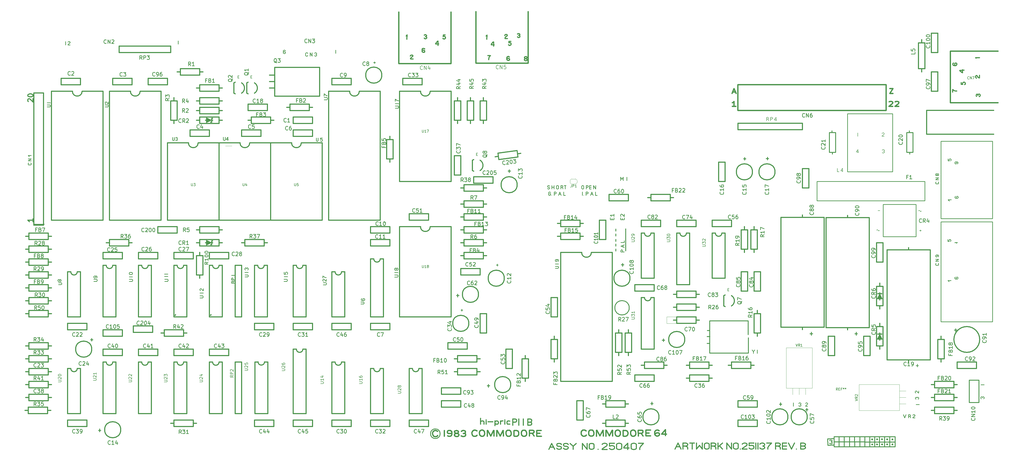
<source format=gbr>
G04 #@! TF.GenerationSoftware,KiCad,Pcbnew,5.1.5+dfsg1-2build2*
G04 #@! TF.CreationDate,2021-06-19T02:46:46+02:00*
G04 #@! TF.ProjectId,250407_,32353034-3037-45f2-9e6b-696361645f70,1.1*
G04 #@! TF.SameCoordinates,Original*
G04 #@! TF.FileFunction,Legend,Top*
G04 #@! TF.FilePolarity,Positive*
%FSLAX46Y46*%
G04 Gerber Fmt 4.6, Leading zero omitted, Abs format (unit mm)*
G04 Created by KiCad (PCBNEW 5.1.5+dfsg1-2build2) date 2021-06-19 02:46:46*
%MOMM*%
%LPD*%
G04 APERTURE LIST*
%ADD10C,0.250000*%
%ADD11C,0.120000*%
%ADD12C,0.318000*%
%ADD13C,0.238000*%
%ADD14C,0.222000*%
%ADD15C,0.167000*%
%ADD16C,0.300000*%
%ADD17C,0.233000*%
%ADD18C,0.349000*%
%ADD19C,0.413000*%
%ADD20C,0.444000*%
%ADD21C,0.500000*%
%ADD22C,0.400000*%
%ADD23C,0.150000*%
%ADD24C,0.200000*%
G04 APERTURE END LIST*
D10*
X384810000Y-173990000D02*
X405130000Y-173990000D01*
D11*
X276733000Y-174650400D02*
X280670000Y-174650400D01*
X276733000Y-172085000D02*
X276733000Y-174650400D01*
X280720800Y-172085000D02*
X276733000Y-172085000D01*
D12*
X259340200Y-152121000D02*
X259340200Y-151054300D01*
X258895800Y-151587700D02*
X259784700Y-151587700D01*
X316413500Y-110251100D02*
X316413500Y-109184400D01*
D13*
X37016700Y-159385000D02*
X38100000Y-159385000D01*
X38100000Y-159385000D02*
X38266700Y-159285000D01*
X38266700Y-159285000D02*
X38350000Y-159085000D01*
X38350000Y-159085000D02*
X38350000Y-158885000D01*
X38350000Y-158885000D02*
X38266700Y-158685000D01*
X38266700Y-158685000D02*
X38100000Y-158585000D01*
X38100000Y-157615000D02*
X38100000Y-157815000D01*
X38100000Y-157815000D02*
X38016700Y-158015000D01*
X38016700Y-158015000D02*
X37850000Y-158115000D01*
D14*
X141714600Y-86560900D02*
X142725700Y-86560900D01*
X142725700Y-86560900D02*
X142881200Y-86436500D01*
X142881200Y-86436500D02*
X142959000Y-86187600D01*
X142959000Y-86187600D02*
X142959000Y-85938700D01*
X142959000Y-85938700D02*
X142881200Y-85689800D01*
X142881200Y-85689800D02*
X142725700Y-85565400D01*
X142725700Y-85565400D02*
X141714600Y-85565400D01*
X141714600Y-85129700D02*
X141714600Y-84134200D01*
X141714600Y-84134200D02*
X141870200Y-84258600D01*
X141870200Y-84258600D02*
X142103500Y-84507500D01*
X142103500Y-84507500D02*
X142414600Y-84756400D01*
X142414600Y-84756400D02*
X142647900Y-84880800D01*
X142647900Y-84880800D02*
X142959000Y-84880800D01*
D10*
X405130000Y-102870000D02*
X384810000Y-102870000D01*
X384810000Y-102870000D02*
X384810000Y-133350000D01*
X384810000Y-133350000D02*
X405130000Y-133350000D01*
X405130000Y-133350000D02*
X405130000Y-102870000D01*
D14*
X388050400Y-126377400D02*
X387583800Y-125910700D01*
X387583800Y-125910700D02*
X388828200Y-125910700D01*
X387525000Y-109807200D02*
X387525000Y-110553900D01*
X387525000Y-110553900D02*
X388069400Y-110553900D01*
X388069400Y-110553900D02*
X388069400Y-110460600D01*
X388069400Y-110460600D02*
X387991600Y-110273900D01*
X387991600Y-110273900D02*
X387991600Y-110087200D01*
X387991600Y-110087200D02*
X388069400Y-109900600D01*
X388069400Y-109900600D02*
X388225000Y-109807200D01*
X388225000Y-109807200D02*
X388536100Y-109807200D01*
X388536100Y-109807200D02*
X388691600Y-109900600D01*
X388691600Y-109900600D02*
X388769400Y-110087200D01*
X388769400Y-110087200D02*
X388769400Y-110273900D01*
X388769400Y-110273900D02*
X388691600Y-110460600D01*
X388691600Y-110460600D02*
X388536100Y-110553900D01*
X391242000Y-111730300D02*
X391397500Y-111637000D01*
X391397500Y-111637000D02*
X391475300Y-111450300D01*
X391475300Y-111450300D02*
X391475300Y-111263600D01*
X391475300Y-111263600D02*
X391397500Y-111077000D01*
X391397500Y-111077000D02*
X391242000Y-110983600D01*
X391242000Y-110983600D02*
X390853100Y-110983600D01*
X390853100Y-110983600D02*
X390775300Y-110983600D01*
X390775300Y-110983600D02*
X390930800Y-111263600D01*
X390930800Y-111263600D02*
X390930800Y-111450300D01*
X390930800Y-111450300D02*
X390853100Y-111637000D01*
X390853100Y-111637000D02*
X390697500Y-111730300D01*
X390697500Y-111730300D02*
X390464200Y-111730300D01*
X390464200Y-111730300D02*
X390308600Y-111637000D01*
X390308600Y-111637000D02*
X390230800Y-111450300D01*
X390230800Y-111450300D02*
X390230800Y-111263600D01*
X390230800Y-111263600D02*
X390308600Y-111077000D01*
X390308600Y-111077000D02*
X390464200Y-110983600D01*
X390464200Y-110983600D02*
X390853100Y-110983600D01*
X390523000Y-124571900D02*
X390367400Y-124665300D01*
X390367400Y-124665300D02*
X390289600Y-124851900D01*
X390289600Y-124851900D02*
X390289600Y-125038600D01*
X390289600Y-125038600D02*
X390367400Y-125225300D01*
X390367400Y-125225300D02*
X390523000Y-125318600D01*
X390523000Y-125318600D02*
X390911900Y-125318600D01*
X390911900Y-125318600D02*
X390989600Y-125318600D01*
X390989600Y-125318600D02*
X390834100Y-125038600D01*
X390834100Y-125038600D02*
X390834100Y-124851900D01*
X390834100Y-124851900D02*
X390911900Y-124665300D01*
X390911900Y-124665300D02*
X391067400Y-124571900D01*
X391067400Y-124571900D02*
X391300800Y-124571900D01*
X391300800Y-124571900D02*
X391456300Y-124665300D01*
X391456300Y-124665300D02*
X391534100Y-124851900D01*
X391534100Y-124851900D02*
X391534100Y-125038600D01*
X391534100Y-125038600D02*
X391456300Y-125225300D01*
X391456300Y-125225300D02*
X391300800Y-125318600D01*
X391300800Y-125318600D02*
X390911900Y-125318600D01*
X387965200Y-158168000D02*
X387498600Y-157701300D01*
X387498600Y-157701300D02*
X388743000Y-157701300D01*
X387439800Y-141598000D02*
X387439800Y-142344600D01*
X387439800Y-142344600D02*
X387984200Y-142344600D01*
X387984200Y-142344600D02*
X387984200Y-142251300D01*
X387984200Y-142251300D02*
X387906400Y-142064600D01*
X387906400Y-142064600D02*
X387906400Y-141878000D01*
X387906400Y-141878000D02*
X387984200Y-141691300D01*
X387984200Y-141691300D02*
X388139800Y-141598000D01*
X388139800Y-141598000D02*
X388450900Y-141598000D01*
X388450900Y-141598000D02*
X388606400Y-141691300D01*
X388606400Y-141691300D02*
X388684200Y-141878000D01*
X388684200Y-141878000D02*
X388684200Y-142064600D01*
X388684200Y-142064600D02*
X388606400Y-142251300D01*
X388606400Y-142251300D02*
X388450900Y-142344600D01*
X391312300Y-142867700D02*
X391156800Y-142774400D01*
X391156800Y-142774400D02*
X390767900Y-142774400D01*
X390767900Y-142774400D02*
X390690100Y-142774400D01*
X390690100Y-142774400D02*
X390845600Y-143054400D01*
X390223400Y-142867700D02*
X390379000Y-142774400D01*
X390379000Y-142774400D02*
X390767900Y-142774400D01*
X390437800Y-156362500D02*
X390282200Y-156455800D01*
X390282200Y-156455800D02*
X390204400Y-156642500D01*
X390204400Y-156642500D02*
X390204400Y-156829200D01*
X390204400Y-156829200D02*
X390282200Y-157015800D01*
X390282200Y-157015800D02*
X390437800Y-157109200D01*
X390437800Y-157109200D02*
X390826700Y-157109200D01*
X390826700Y-157109200D02*
X390904400Y-157109200D01*
X390904400Y-157109200D02*
X390748900Y-156829200D01*
X390748900Y-156829200D02*
X390748900Y-156642500D01*
X390748900Y-156642500D02*
X390826700Y-156455800D01*
X390826700Y-156455800D02*
X390982200Y-156362500D01*
X390982200Y-156362500D02*
X391215600Y-156362500D01*
X391215600Y-156362500D02*
X391371100Y-156455800D01*
X391371100Y-156455800D02*
X391448900Y-156642500D01*
X391448900Y-156642500D02*
X391448900Y-156829200D01*
X391448900Y-156829200D02*
X391371100Y-157015800D01*
X391371100Y-157015800D02*
X391215600Y-157109200D01*
X391215600Y-157109200D02*
X390826700Y-157109200D01*
D10*
X405130000Y-134620000D02*
X384810000Y-134620000D01*
X384810000Y-134620000D02*
X384810000Y-173990000D01*
X405130000Y-173990000D02*
X405130000Y-134620000D01*
D14*
X383632700Y-118908600D02*
X383788200Y-119002000D01*
X383788200Y-119002000D02*
X383866000Y-119188600D01*
X383866000Y-119188600D02*
X383866000Y-119375300D01*
X383866000Y-119375300D02*
X383788200Y-119562000D01*
X383788200Y-119562000D02*
X383632700Y-119655300D01*
X383632700Y-119655300D02*
X382854900Y-119655300D01*
X382854900Y-119655300D02*
X382699300Y-119562000D01*
X382699300Y-119562000D02*
X382621600Y-119375300D01*
X382621600Y-119375300D02*
X382621600Y-119188600D01*
X382621600Y-119188600D02*
X382699300Y-119002000D01*
X382699300Y-119002000D02*
X382854900Y-118908600D01*
X383866000Y-118018700D02*
X382621600Y-118018700D01*
X382621600Y-118018700D02*
X383866000Y-117272000D01*
X383866000Y-117272000D02*
X382621600Y-117272000D01*
X383243800Y-115915400D02*
X383243800Y-116102100D01*
X383243800Y-116102100D02*
X383166000Y-116288800D01*
X383166000Y-116288800D02*
X383010400Y-116382100D01*
X383010400Y-116382100D02*
X382854900Y-116382100D01*
X382854900Y-116382100D02*
X382699300Y-116288800D01*
X382699300Y-116288800D02*
X382621600Y-116102100D01*
X382621600Y-116102100D02*
X382621600Y-115915400D01*
X382621600Y-115915400D02*
X382699300Y-115728800D01*
X382699300Y-115728800D02*
X382854900Y-115635400D01*
X382854900Y-115635400D02*
X383010400Y-115635400D01*
X383010400Y-115635400D02*
X383166000Y-115728800D01*
X383166000Y-115728800D02*
X383243800Y-115915400D01*
X383243800Y-115915400D02*
X383321600Y-115728800D01*
X383321600Y-115728800D02*
X383477100Y-115635400D01*
X383477100Y-115635400D02*
X383632700Y-115635400D01*
X383632700Y-115635400D02*
X383788200Y-115728800D01*
X383788200Y-115728800D02*
X383866000Y-115915400D01*
X383866000Y-115915400D02*
X383866000Y-116102100D01*
X383866000Y-116102100D02*
X383788200Y-116288800D01*
X383788200Y-116288800D02*
X383632700Y-116382100D01*
X383632700Y-116382100D02*
X383477100Y-116382100D01*
X383477100Y-116382100D02*
X383321600Y-116288800D01*
X383321600Y-116288800D02*
X383243800Y-116102100D01*
X383632700Y-150969700D02*
X383788200Y-151063100D01*
X383788200Y-151063100D02*
X383866000Y-151249700D01*
X383866000Y-151249700D02*
X383866000Y-151436400D01*
X383866000Y-151436400D02*
X383788200Y-151623100D01*
X383788200Y-151623100D02*
X383632700Y-151716400D01*
X383632700Y-151716400D02*
X382854900Y-151716400D01*
X382854900Y-151716400D02*
X382699300Y-151623100D01*
X382699300Y-151623100D02*
X382621600Y-151436400D01*
X382621600Y-151436400D02*
X382621600Y-151249700D01*
X382621600Y-151249700D02*
X382699300Y-151063100D01*
X382699300Y-151063100D02*
X382854900Y-150969700D01*
X383866000Y-150079800D02*
X382621600Y-150079800D01*
X382621600Y-150079800D02*
X383866000Y-149333100D01*
X383866000Y-149333100D02*
X382621600Y-149333100D01*
X383632700Y-148443200D02*
X383788200Y-148349900D01*
X383788200Y-148349900D02*
X383866000Y-148163200D01*
X383866000Y-148163200D02*
X383866000Y-147976500D01*
X383866000Y-147976500D02*
X383788200Y-147789900D01*
X383788200Y-147789900D02*
X383632700Y-147696500D01*
X383632700Y-147696500D02*
X383243800Y-147696500D01*
X383243800Y-147696500D02*
X383166000Y-147696500D01*
X383166000Y-147696500D02*
X383321600Y-147976500D01*
X383321600Y-147976500D02*
X383321600Y-148163200D01*
X383321600Y-148163200D02*
X383243800Y-148349900D01*
X383243800Y-148349900D02*
X383088200Y-148443200D01*
X383088200Y-148443200D02*
X382854900Y-148443200D01*
X382854900Y-148443200D02*
X382699300Y-148349900D01*
X382699300Y-148349900D02*
X382621600Y-148163200D01*
X382621600Y-148163200D02*
X382621600Y-147976500D01*
X382621600Y-147976500D02*
X382699300Y-147789900D01*
X382699300Y-147789900D02*
X382854900Y-147696500D01*
X382854900Y-147696500D02*
X383243800Y-147696500D01*
D10*
X27530100Y-135533200D02*
X31423200Y-135533200D01*
D14*
X26075400Y-111427700D02*
X26230900Y-111521100D01*
X26230900Y-111521100D02*
X26308700Y-111707700D01*
X26308700Y-111707700D02*
X26308700Y-111894400D01*
X26308700Y-111894400D02*
X26230900Y-112081100D01*
X26230900Y-112081100D02*
X26075400Y-112174400D01*
X26075400Y-112174400D02*
X25297600Y-112174400D01*
X25297600Y-112174400D02*
X25142000Y-112081100D01*
X25142000Y-112081100D02*
X25064200Y-111894400D01*
X25064200Y-111894400D02*
X25064200Y-111707700D01*
X25064200Y-111707700D02*
X25142000Y-111521100D01*
X25142000Y-111521100D02*
X25297600Y-111427700D01*
X26308700Y-110537800D02*
X25064200Y-110537800D01*
X25064200Y-110537800D02*
X26308700Y-109791100D01*
X26308700Y-109791100D02*
X25064200Y-109791100D01*
X25530900Y-108901200D02*
X25064200Y-108434500D01*
X25064200Y-108434500D02*
X26308700Y-108434500D01*
X32573100Y-89310300D02*
X33584300Y-89310300D01*
X33584300Y-89310300D02*
X33739800Y-89217000D01*
X33739800Y-89217000D02*
X33817600Y-89030300D01*
X33817600Y-89030300D02*
X33817600Y-88843600D01*
X33817600Y-88843600D02*
X33739800Y-88657000D01*
X33739800Y-88657000D02*
X33584300Y-88563600D01*
X33584300Y-88563600D02*
X32573100Y-88563600D01*
X33817600Y-87673700D02*
X32573100Y-87673700D01*
X55453200Y-89302700D02*
X56464300Y-89302700D01*
X56464300Y-89302700D02*
X56619800Y-89209400D01*
X56619800Y-89209400D02*
X56697600Y-89022700D01*
X56697600Y-89022700D02*
X56697600Y-88836000D01*
X56697600Y-88836000D02*
X56619800Y-88649400D01*
X56619800Y-88649400D02*
X56464300Y-88556000D01*
X56464300Y-88556000D02*
X55453200Y-88556000D01*
X56697600Y-87373700D02*
X56697600Y-88120400D01*
X56697600Y-88120400D02*
X56619800Y-88120400D01*
X56619800Y-88120400D02*
X56464300Y-88027100D01*
X56464300Y-88027100D02*
X55997600Y-87467100D01*
X55997600Y-87467100D02*
X55842000Y-87373700D01*
X55842000Y-87373700D02*
X55686500Y-87373700D01*
X55686500Y-87373700D02*
X55530900Y-87467100D01*
X55530900Y-87467100D02*
X55453200Y-87653700D01*
X55453200Y-87653700D02*
X55453200Y-87840400D01*
X55453200Y-87840400D02*
X55530900Y-88027100D01*
X55530900Y-88027100D02*
X55686500Y-88120400D01*
X81965000Y-101325600D02*
X81965000Y-102336700D01*
X81965000Y-102336700D02*
X82058300Y-102492200D01*
X82058300Y-102492200D02*
X82245000Y-102570000D01*
X82245000Y-102570000D02*
X82431700Y-102570000D01*
X82431700Y-102570000D02*
X82618300Y-102492200D01*
X82618300Y-102492200D02*
X82711700Y-102336700D01*
X82711700Y-102336700D02*
X82711700Y-101325600D01*
X83147300Y-101558900D02*
X83240600Y-101403300D01*
X83240600Y-101403300D02*
X83427300Y-101325600D01*
X83427300Y-101325600D02*
X83614000Y-101325600D01*
X83614000Y-101325600D02*
X83800600Y-101403300D01*
X83800600Y-101403300D02*
X83894000Y-101558900D01*
X83894000Y-101558900D02*
X83894000Y-101714400D01*
X83894000Y-101714400D02*
X83800600Y-101870000D01*
X83800600Y-101870000D02*
X83614000Y-101947800D01*
X83614000Y-101947800D02*
X83800600Y-102025600D01*
X83800600Y-102025600D02*
X83894000Y-102181100D01*
X83894000Y-102181100D02*
X83894000Y-102336700D01*
X83894000Y-102336700D02*
X83800600Y-102492200D01*
X83800600Y-102492200D02*
X83614000Y-102570000D01*
X83614000Y-102570000D02*
X83427300Y-102570000D01*
X83427300Y-102570000D02*
X83240600Y-102492200D01*
X83240600Y-102492200D02*
X83147300Y-102336700D01*
X102015000Y-101275600D02*
X102015000Y-102286700D01*
X102015000Y-102286700D02*
X102108300Y-102442200D01*
X102108300Y-102442200D02*
X102295000Y-102520000D01*
X102295000Y-102520000D02*
X102481700Y-102520000D01*
X102481700Y-102520000D02*
X102668300Y-102442200D01*
X102668300Y-102442200D02*
X102761700Y-102286700D01*
X102761700Y-102286700D02*
X102761700Y-101275600D01*
X103757300Y-102520000D02*
X103757300Y-101275600D01*
X103757300Y-101275600D02*
X103197300Y-102053300D01*
X103197300Y-102053300D02*
X103197300Y-102208900D01*
X103197300Y-102208900D02*
X103944000Y-102208900D01*
X138616600Y-101588200D02*
X138616600Y-102599400D01*
X138616600Y-102599400D02*
X138710000Y-102754900D01*
X138710000Y-102754900D02*
X138896600Y-102832700D01*
X138896600Y-102832700D02*
X139083200Y-102832700D01*
X139083200Y-102832700D02*
X139270000Y-102754900D01*
X139270000Y-102754900D02*
X139363200Y-102599400D01*
X139363200Y-102599400D02*
X139363200Y-101588200D01*
X140999800Y-101588200D02*
X140253200Y-101588200D01*
X140253200Y-101588200D02*
X140253200Y-102132700D01*
X140253200Y-102132700D02*
X140346600Y-102132700D01*
X140346600Y-102132700D02*
X140533200Y-102054900D01*
X140533200Y-102054900D02*
X140719800Y-102054900D01*
X140719800Y-102054900D02*
X140906600Y-102132700D01*
X140906600Y-102132700D02*
X140999800Y-102288200D01*
X140999800Y-102288200D02*
X140999800Y-102599400D01*
X140999800Y-102599400D02*
X140906600Y-102754900D01*
X140906600Y-102754900D02*
X140719800Y-102832700D01*
X140719800Y-102832700D02*
X140533200Y-102832700D01*
X140533200Y-102832700D02*
X140346600Y-102754900D01*
X140346600Y-102754900D02*
X140253200Y-102599400D01*
D10*
X335915000Y-118745000D02*
X378460000Y-118745000D01*
X378460000Y-118745000D02*
X378460000Y-126365000D01*
X378460000Y-126365000D02*
X335915000Y-126365000D01*
X335915000Y-126365000D02*
X335915000Y-118745000D01*
X362159800Y-127794600D02*
X374944600Y-127794600D01*
X374944600Y-127794600D02*
X374944600Y-140495000D01*
X374944600Y-140495000D02*
X374860200Y-140495000D01*
X374860200Y-140495000D02*
X374860200Y-140452800D01*
X374860200Y-140452800D02*
X362033200Y-140452800D01*
X362033200Y-140452800D02*
X362033200Y-127794600D01*
X362033200Y-127794600D02*
X362159800Y-127794600D01*
D15*
X359965700Y-130249200D02*
X360765700Y-130249200D01*
X376294800Y-138055100D02*
X377094800Y-138055100D01*
X376694800Y-137721700D02*
X376694800Y-138388400D01*
X375940000Y-130326700D02*
X376060000Y-130160000D01*
X376060000Y-130160000D02*
X376160000Y-130093300D01*
X376160000Y-130093300D02*
X376300000Y-130093300D01*
X376300000Y-130093300D02*
X376400000Y-130160000D01*
X376400000Y-130160000D02*
X376500000Y-130343300D01*
X376500000Y-130343300D02*
X376620000Y-130510000D01*
X376620000Y-130510000D02*
X376720000Y-130576700D01*
X376720000Y-130576700D02*
X376860000Y-130576700D01*
X376860000Y-130576700D02*
X376960000Y-130510000D01*
X376960000Y-130510000D02*
X377060000Y-130326700D01*
X359430000Y-137946700D02*
X359550000Y-137780000D01*
X359550000Y-137780000D02*
X359650000Y-137713300D01*
X359650000Y-137713300D02*
X359790000Y-137713300D01*
X359790000Y-137713300D02*
X359890000Y-137780000D01*
X359890000Y-137780000D02*
X359990000Y-137963300D01*
X359990000Y-137963300D02*
X360110000Y-138130000D01*
X360110000Y-138130000D02*
X360210000Y-138196700D01*
X360210000Y-138196700D02*
X360350000Y-138196700D01*
X360350000Y-138196700D02*
X360450000Y-138130000D01*
X360450000Y-138130000D02*
X360550000Y-137946700D01*
D10*
X365760000Y-92075000D02*
X347980000Y-92075000D01*
X347980000Y-92075000D02*
X347980000Y-114935000D01*
X347980000Y-114935000D02*
X365760000Y-114935000D01*
X365760000Y-114935000D02*
X365760000Y-92075000D01*
D15*
X351993200Y-100884600D02*
X351993200Y-99551300D01*
X362403600Y-100917100D02*
X361603600Y-100917100D01*
X361603600Y-100917100D02*
X361603600Y-100833800D01*
X361603600Y-100833800D02*
X361703600Y-100667100D01*
X361703600Y-100667100D02*
X362303600Y-100167100D01*
X362303600Y-100167100D02*
X362403600Y-100000400D01*
X362403600Y-100000400D02*
X362403600Y-99833800D01*
X362403600Y-99833800D02*
X362303600Y-99667100D01*
X362303600Y-99667100D02*
X362103600Y-99583800D01*
X362103600Y-99583800D02*
X361903600Y-99583800D01*
X361903600Y-99583800D02*
X361703600Y-99667100D01*
X361703600Y-99667100D02*
X361603600Y-99833800D01*
X361668600Y-106457100D02*
X361768600Y-106290400D01*
X361768600Y-106290400D02*
X361968600Y-106207100D01*
X361968600Y-106207100D02*
X362168600Y-106207100D01*
X362168600Y-106207100D02*
X362368600Y-106290400D01*
X362368600Y-106290400D02*
X362468600Y-106457100D01*
X362468600Y-106457100D02*
X362468600Y-106623700D01*
X362468600Y-106623700D02*
X362368600Y-106790400D01*
X362368600Y-106790400D02*
X362168600Y-106873700D01*
X362168600Y-106873700D02*
X362368600Y-106957100D01*
X362368600Y-106957100D02*
X362468600Y-107123700D01*
X362468600Y-107123700D02*
X362468600Y-107290400D01*
X362468600Y-107290400D02*
X362368600Y-107457100D01*
X362368600Y-107457100D02*
X362168600Y-107540400D01*
X362168600Y-107540400D02*
X361968600Y-107540400D01*
X361968600Y-107540400D02*
X361768600Y-107457100D01*
X361768600Y-107457100D02*
X361668600Y-107290400D01*
X352106200Y-107475500D02*
X352106200Y-106142200D01*
X352106200Y-106142200D02*
X351506200Y-106975500D01*
X351506200Y-106975500D02*
X351506200Y-107142200D01*
X351506200Y-107142200D02*
X352306200Y-107142200D01*
X343941300Y-113577300D02*
X343941300Y-114910600D01*
X343941300Y-114910600D02*
X344641300Y-114910600D01*
X345994700Y-114910600D02*
X345994700Y-113577300D01*
X345994700Y-113577300D02*
X345394700Y-114410600D01*
X345394700Y-114410600D02*
X345394700Y-114577300D01*
X345394700Y-114577300D02*
X346194700Y-114577300D01*
X316484200Y-94146500D02*
X316784200Y-94313200D01*
X316784200Y-94313200D02*
X316884200Y-94479900D01*
X316884200Y-94479900D02*
X316884200Y-94813200D01*
X316084200Y-94813200D02*
X316084200Y-93479900D01*
X316084200Y-93479900D02*
X316584200Y-93479900D01*
X316584200Y-93479900D02*
X316784200Y-93563200D01*
X316784200Y-93563200D02*
X316884200Y-93729900D01*
X316884200Y-93729900D02*
X316884200Y-93896500D01*
X316884200Y-93896500D02*
X316784200Y-94063200D01*
X316784200Y-94063200D02*
X316584200Y-94146500D01*
X316584200Y-94146500D02*
X316084200Y-94146500D01*
X317637600Y-94813200D02*
X317637600Y-93479900D01*
X317637600Y-93479900D02*
X318137600Y-93479900D01*
X318137600Y-93479900D02*
X318337600Y-93563200D01*
X318337600Y-93563200D02*
X318437600Y-93729900D01*
X318437600Y-93729900D02*
X318437600Y-93896500D01*
X318437600Y-93896500D02*
X318337600Y-94063200D01*
X318337600Y-94063200D02*
X318137600Y-94146500D01*
X318137600Y-94146500D02*
X317637600Y-94146500D01*
X319791000Y-94813200D02*
X319791000Y-93479900D01*
X319791000Y-93479900D02*
X319191000Y-94313200D01*
X319191000Y-94313200D02*
X319191000Y-94479900D01*
X319191000Y-94479900D02*
X319991000Y-94479900D01*
D13*
X169758600Y-89791300D02*
X170841900Y-89791300D01*
X170841900Y-89791300D02*
X171008600Y-89691300D01*
X171008600Y-89691300D02*
X171091900Y-89491300D01*
X171091900Y-89491300D02*
X171091900Y-89291300D01*
X171091900Y-89291300D02*
X171008600Y-89091300D01*
X171008600Y-89091300D02*
X170841900Y-88991300D01*
X170841900Y-88991300D02*
X169758600Y-88991300D01*
X171091900Y-88037900D02*
X169758600Y-88037900D01*
X169758600Y-87084500D02*
X169758600Y-86284500D01*
X169758600Y-86284500D02*
X169925200Y-86384500D01*
X169925200Y-86384500D02*
X170175200Y-86584500D01*
X170175200Y-86584500D02*
X170508600Y-86784500D01*
X170508600Y-86784500D02*
X170758600Y-86884500D01*
X170758600Y-86884500D02*
X171091900Y-86884500D01*
X161165900Y-71874600D02*
X161965900Y-71874600D01*
X161565900Y-71541200D02*
X161565900Y-72207900D01*
X135225200Y-69059800D02*
X135125200Y-69226500D01*
X135125200Y-69226500D02*
X134925200Y-69309800D01*
X134925200Y-69309800D02*
X134725200Y-69309800D01*
X134725200Y-69309800D02*
X134525200Y-69226500D01*
X134525200Y-69226500D02*
X134425200Y-69059800D01*
X134425200Y-69059800D02*
X134425200Y-68226500D01*
X134425200Y-68226500D02*
X134525200Y-68059800D01*
X134525200Y-68059800D02*
X134725200Y-67976500D01*
X134725200Y-67976500D02*
X134925200Y-67976500D01*
X134925200Y-67976500D02*
X135125200Y-68059800D01*
X135125200Y-68059800D02*
X135225200Y-68226500D01*
X136178600Y-69309800D02*
X136178600Y-67976500D01*
X136178600Y-67976500D02*
X136978600Y-69309800D01*
X136978600Y-69309800D02*
X136978600Y-67976500D01*
X137932000Y-68226500D02*
X138032000Y-68059800D01*
X138032000Y-68059800D02*
X138232000Y-67976500D01*
X138232000Y-67976500D02*
X138432000Y-67976500D01*
X138432000Y-67976500D02*
X138632000Y-68059800D01*
X138632000Y-68059800D02*
X138732000Y-68226500D01*
X138732000Y-68226500D02*
X138732000Y-68393100D01*
X138732000Y-68393100D02*
X138632000Y-68559800D01*
X138632000Y-68559800D02*
X138432000Y-68643100D01*
X138432000Y-68643100D02*
X138632000Y-68726500D01*
X138632000Y-68726500D02*
X138732000Y-68893100D01*
X138732000Y-68893100D02*
X138732000Y-69059800D01*
X138732000Y-69059800D02*
X138632000Y-69226500D01*
X138632000Y-69226500D02*
X138432000Y-69309800D01*
X138432000Y-69309800D02*
X138232000Y-69309800D01*
X138232000Y-69309800D02*
X138032000Y-69226500D01*
X138032000Y-69226500D02*
X137932000Y-69059800D01*
X126410400Y-67226500D02*
X126310400Y-67059800D01*
X126310400Y-67059800D02*
X126110400Y-66976500D01*
X126110400Y-66976500D02*
X125910400Y-66976500D01*
X125910400Y-66976500D02*
X125710400Y-67059800D01*
X125710400Y-67059800D02*
X125610400Y-67226500D01*
X125610400Y-67226500D02*
X125610400Y-67643100D01*
X125610400Y-67643100D02*
X125610400Y-67726500D01*
X125610400Y-67726500D02*
X125910400Y-67559800D01*
X125910400Y-67559800D02*
X126110400Y-67559800D01*
X126110400Y-67559800D02*
X126310400Y-67643100D01*
X126310400Y-67643100D02*
X126410400Y-67809800D01*
X126410400Y-67809800D02*
X126410400Y-68059800D01*
X126410400Y-68059800D02*
X126310400Y-68226500D01*
X126310400Y-68226500D02*
X126110400Y-68309800D01*
X126110400Y-68309800D02*
X125910400Y-68309800D01*
X125910400Y-68309800D02*
X125710400Y-68226500D01*
X125710400Y-68226500D02*
X125610400Y-68059800D01*
X125610400Y-68059800D02*
X125610400Y-67643100D01*
X146277100Y-68272700D02*
X146277100Y-66939400D01*
X39832600Y-64939400D02*
X39832600Y-63606100D01*
X41586000Y-64939400D02*
X40786000Y-64939400D01*
X40786000Y-64939400D02*
X40786000Y-64856100D01*
X40786000Y-64856100D02*
X40886000Y-64689400D01*
X40886000Y-64689400D02*
X41486000Y-64189400D01*
X41486000Y-64189400D02*
X41586000Y-64022700D01*
X41586000Y-64022700D02*
X41586000Y-63856100D01*
X41586000Y-63856100D02*
X41486000Y-63689400D01*
X41486000Y-63689400D02*
X41286000Y-63606100D01*
X41286000Y-63606100D02*
X41086000Y-63606100D01*
X41086000Y-63606100D02*
X40886000Y-63689400D01*
X40886000Y-63689400D02*
X40786000Y-63856100D01*
X84165900Y-64643100D02*
X84165900Y-63309800D01*
D16*
X371317400Y-99486300D02*
X373738400Y-99486300D01*
X373738400Y-99486300D02*
X373738400Y-107275800D01*
X373738400Y-107275800D02*
X371317400Y-107275800D01*
X371317400Y-107275800D02*
X371317400Y-99486300D01*
X372331600Y-98796500D02*
X372331600Y-99469600D01*
X372523800Y-107402300D02*
X372475800Y-107402300D01*
X372475800Y-107402300D02*
X372475800Y-107931200D01*
X340837400Y-99486300D02*
X343258400Y-99486300D01*
X343258400Y-99486300D02*
X343258400Y-107275800D01*
X343258400Y-107275800D02*
X340837400Y-107275800D01*
X340837400Y-107275800D02*
X340837400Y-99486300D01*
X341851600Y-98796500D02*
X341851600Y-99469600D01*
X342043800Y-107402300D02*
X341995800Y-107402300D01*
X341995800Y-107402300D02*
X341995800Y-107931200D01*
D13*
X209906700Y-152057500D02*
X209906700Y-151257500D01*
X209573300Y-151657500D02*
X210240000Y-151657500D01*
X195936700Y-169837500D02*
X195936700Y-169037500D01*
X195603300Y-169437500D02*
X196270000Y-169437500D01*
D16*
X261952500Y-168495000D02*
G75*
G03X261952500Y-168495000I-2837500J0D01*
G01*
D12*
X214706100Y-115210400D02*
X214706100Y-114143700D01*
X214261700Y-114677100D02*
X215150600Y-114677100D01*
X275433300Y-181817400D02*
X275433300Y-180750800D01*
X274988800Y-181284100D02*
X275877700Y-181284100D01*
X270884900Y-206755200D02*
X270884900Y-205688600D01*
X270440500Y-206221800D02*
X271329400Y-206221800D01*
X321616700Y-206999100D02*
X321616700Y-205932400D01*
X321172300Y-206465800D02*
X322061200Y-206465800D01*
X331941900Y-209194200D02*
X331941900Y-208127600D01*
X331497500Y-208660800D02*
X332386400Y-208660800D01*
X390575200Y-177862600D02*
X390575200Y-176795900D01*
X390130800Y-177329300D02*
X391019700Y-177329300D01*
X315969100Y-109717800D02*
X316858000Y-109717800D01*
X307470500Y-110332400D02*
X307470500Y-109265700D01*
X307026000Y-109799000D02*
X307914900Y-109799000D01*
X194380900Y-164234900D02*
X194380900Y-163168200D01*
X193936500Y-163701600D02*
X194825400Y-163701600D01*
X206490200Y-199785000D02*
X206490200Y-198718300D01*
X206045700Y-199251600D02*
X206934600Y-199251600D01*
X53319500Y-217346000D02*
X53319500Y-216279300D01*
X52875000Y-216812600D02*
X53763900Y-216812600D01*
X50153200Y-181633300D02*
X50153200Y-180566600D01*
X49708800Y-181100000D02*
X50597700Y-181100000D01*
D17*
X375423300Y-191807500D02*
X375423300Y-190687500D01*
X374956700Y-191247500D02*
X375890000Y-191247500D01*
D13*
X376240000Y-206620000D02*
X374906700Y-206620000D01*
X374906700Y-204495000D02*
X374740000Y-204395000D01*
X374740000Y-204395000D02*
X374656700Y-204195000D01*
X374656700Y-204195000D02*
X374656700Y-203995000D01*
X374656700Y-203995000D02*
X374740000Y-203795000D01*
X374740000Y-203795000D02*
X374906700Y-203695000D01*
X374906700Y-203695000D02*
X375073300Y-203695000D01*
X375073300Y-203695000D02*
X375240000Y-203795000D01*
X375240000Y-203795000D02*
X375323300Y-203995000D01*
X375323300Y-203995000D02*
X375406700Y-203795000D01*
X375406700Y-203795000D02*
X375573300Y-203695000D01*
X375573300Y-203695000D02*
X375740000Y-203695000D01*
X375740000Y-203695000D02*
X375906700Y-203795000D01*
X375906700Y-203795000D02*
X375990000Y-203995000D01*
X375990000Y-203995000D02*
X375990000Y-204195000D01*
X375990000Y-204195000D02*
X375906700Y-204395000D01*
X375906700Y-204395000D02*
X375740000Y-204495000D01*
X375927500Y-201257500D02*
X375927500Y-202057500D01*
X375927500Y-202057500D02*
X375844200Y-202057500D01*
X375844200Y-202057500D02*
X375677500Y-201957500D01*
X375677500Y-201957500D02*
X375177500Y-201357500D01*
X375177500Y-201357500D02*
X375010800Y-201257500D01*
X375010800Y-201257500D02*
X374844200Y-201257500D01*
X374844200Y-201257500D02*
X374677500Y-201357500D01*
X374677500Y-201357500D02*
X374594200Y-201557500D01*
X374594200Y-201557500D02*
X374594200Y-201757500D01*
X374594200Y-201757500D02*
X374677500Y-201957500D01*
X374677500Y-201957500D02*
X374844200Y-202057500D01*
X369990000Y-210536600D02*
X370490000Y-211870000D01*
X370490000Y-211870000D02*
X370990000Y-210536600D01*
X372343400Y-211203400D02*
X372643400Y-211370000D01*
X372643400Y-211370000D02*
X372743400Y-211536600D01*
X372743400Y-211536600D02*
X372743400Y-211870000D01*
X371943400Y-211870000D02*
X371943400Y-210536600D01*
X371943400Y-210536600D02*
X372443400Y-210536600D01*
X372443400Y-210536600D02*
X372643400Y-210620000D01*
X372643400Y-210620000D02*
X372743400Y-210786600D01*
X372743400Y-210786600D02*
X372743400Y-210953400D01*
X372743400Y-210953400D02*
X372643400Y-211120000D01*
X372643400Y-211120000D02*
X372443400Y-211203400D01*
X372443400Y-211203400D02*
X371943400Y-211203400D01*
X374496800Y-211870000D02*
X373696800Y-211870000D01*
X373696800Y-211870000D02*
X373696800Y-211786600D01*
X373696800Y-211786600D02*
X373796800Y-211620000D01*
X373796800Y-211620000D02*
X374396800Y-211120000D01*
X374396800Y-211120000D02*
X374496800Y-210953400D01*
X374496800Y-210953400D02*
X374496800Y-210786600D01*
X374496800Y-210786600D02*
X374396800Y-210620000D01*
X374396800Y-210620000D02*
X374196800Y-210536600D01*
X374196800Y-210536600D02*
X373996800Y-210536600D01*
X373996800Y-210536600D02*
X373796800Y-210620000D01*
X373796800Y-210620000D02*
X373696800Y-210786600D01*
D16*
X260576600Y-137418100D02*
X260528400Y-146071900D01*
X256682300Y-137514200D02*
X256682300Y-138283500D01*
X256682240Y-139481820D02*
X256682240Y-140202920D01*
X256682300Y-141552700D02*
X256674620Y-142290800D01*
X256672080Y-143421100D02*
X256672080Y-144190400D01*
X256641240Y-145413560D02*
X256644140Y-146161760D01*
D13*
X232758600Y-152939400D02*
X233841900Y-152939400D01*
X233841900Y-152939400D02*
X234008600Y-152839400D01*
X234008600Y-152839400D02*
X234091900Y-152639400D01*
X234091900Y-152639400D02*
X234091900Y-152439400D01*
X234091900Y-152439400D02*
X234008600Y-152239400D01*
X234008600Y-152239400D02*
X233841900Y-152139400D01*
X233841900Y-152139400D02*
X232758600Y-152139400D01*
X234091900Y-151186000D02*
X232758600Y-151186000D01*
X233841900Y-150232600D02*
X234008600Y-150132600D01*
X234008600Y-150132600D02*
X234091900Y-149932600D01*
X234091900Y-149932600D02*
X234091900Y-149732600D01*
X234091900Y-149732600D02*
X234008600Y-149532600D01*
X234008600Y-149532600D02*
X233841900Y-149432600D01*
X233841900Y-149432600D02*
X233425200Y-149432600D01*
X233425200Y-149432600D02*
X233341900Y-149432600D01*
X233341900Y-149432600D02*
X233508600Y-149732600D01*
X233508600Y-149732600D02*
X233508600Y-149932600D01*
X233508600Y-149932600D02*
X233425200Y-150132600D01*
X233425200Y-150132600D02*
X233258600Y-150232600D01*
X233258600Y-150232600D02*
X233008600Y-150232600D01*
X233008600Y-150232600D02*
X232841900Y-150132600D01*
X232841900Y-150132600D02*
X232758600Y-149932600D01*
X232758600Y-149932600D02*
X232758600Y-149732600D01*
X232758600Y-149732600D02*
X232841900Y-149532600D01*
X232841900Y-149532600D02*
X233008600Y-149432600D01*
X233008600Y-149432600D02*
X233425200Y-149432600D01*
D18*
X333697000Y-179307500D02*
X333697000Y-178134200D01*
X333208000Y-178720800D02*
X334185800Y-178720800D01*
X351384400Y-179307500D02*
X351384400Y-178134200D01*
X350895600Y-178720800D02*
X351873300Y-178720800D01*
D15*
X165438100Y-135085400D02*
X165638100Y-135002100D01*
X165638100Y-135002100D02*
X165838100Y-135002100D01*
X165838100Y-135002100D02*
X166038100Y-135085400D01*
D13*
X169483600Y-156360400D02*
X170566900Y-156360400D01*
X170566900Y-156360400D02*
X170733600Y-156260400D01*
X170733600Y-156260400D02*
X170816900Y-156060400D01*
X170816900Y-156060400D02*
X170816900Y-155860400D01*
X170816900Y-155860400D02*
X170733600Y-155660400D01*
X170733600Y-155660400D02*
X170566900Y-155560400D01*
X170566900Y-155560400D02*
X169483600Y-155560400D01*
X170816900Y-154607000D02*
X169483600Y-154607000D01*
X170150200Y-153153600D02*
X170150200Y-153353600D01*
X170150200Y-153353600D02*
X170066900Y-153553600D01*
X170066900Y-153553600D02*
X169900200Y-153653600D01*
X169900200Y-153653600D02*
X169733600Y-153653600D01*
X169733600Y-153653600D02*
X169566900Y-153553600D01*
X169566900Y-153553600D02*
X169483600Y-153353600D01*
X169483600Y-153353600D02*
X169483600Y-153153600D01*
X169483600Y-153153600D02*
X169566900Y-152953600D01*
X169566900Y-152953600D02*
X169733600Y-152853600D01*
X169733600Y-152853600D02*
X169900200Y-152853600D01*
X169900200Y-152853600D02*
X170066900Y-152953600D01*
X170066900Y-152953600D02*
X170150200Y-153153600D01*
X170150200Y-153153600D02*
X170233600Y-152953600D01*
X170233600Y-152953600D02*
X170400200Y-152853600D01*
X170400200Y-152853600D02*
X170566900Y-152853600D01*
X170566900Y-152853600D02*
X170733600Y-152953600D01*
X170733600Y-152953600D02*
X170816900Y-153153600D01*
X170816900Y-153153600D02*
X170816900Y-153353600D01*
X170816900Y-153353600D02*
X170733600Y-153553600D01*
X170733600Y-153553600D02*
X170566900Y-153653600D01*
X170566900Y-153653600D02*
X170400200Y-153653600D01*
X170400200Y-153653600D02*
X170233600Y-153553600D01*
X170233600Y-153553600D02*
X170150200Y-153353600D01*
X326586200Y-207225800D02*
X326586200Y-205892400D01*
X328749600Y-206190400D02*
X328849600Y-206023800D01*
X328849600Y-206023800D02*
X329049600Y-205940400D01*
X329049600Y-205940400D02*
X329249600Y-205940400D01*
X329249600Y-205940400D02*
X329449600Y-206023800D01*
X329449600Y-206023800D02*
X329549600Y-206190400D01*
X329549600Y-206190400D02*
X329549600Y-206357200D01*
X329549600Y-206357200D02*
X329449600Y-206523800D01*
X329449600Y-206523800D02*
X329249600Y-206607200D01*
X329249600Y-206607200D02*
X329449600Y-206690400D01*
X329449600Y-206690400D02*
X329549600Y-206857200D01*
X329549600Y-206857200D02*
X329549600Y-207023800D01*
X329549600Y-207023800D02*
X329449600Y-207190400D01*
X329449600Y-207190400D02*
X329249600Y-207273800D01*
X329249600Y-207273800D02*
X329049600Y-207273800D01*
X329049600Y-207273800D02*
X328849600Y-207190400D01*
X328849600Y-207190400D02*
X328749600Y-207023800D01*
X332193900Y-207225800D02*
X331393900Y-207225800D01*
X331393900Y-207225800D02*
X331393900Y-207142400D01*
X331393900Y-207142400D02*
X331493900Y-206975800D01*
X331493900Y-206975800D02*
X332093900Y-206475800D01*
X332093900Y-206475800D02*
X332193900Y-206309200D01*
X332193900Y-206309200D02*
X332193900Y-206142400D01*
X332193900Y-206142400D02*
X332093900Y-205975800D01*
X332093900Y-205975800D02*
X331893900Y-205892400D01*
X331893900Y-205892400D02*
X331693900Y-205892400D01*
X331693900Y-205892400D02*
X331493900Y-205975800D01*
X331493900Y-205975800D02*
X331393900Y-206142400D01*
D16*
X395961200Y-197033400D02*
X399759200Y-197033400D01*
X399759200Y-197033400D02*
X399759200Y-205831600D01*
X399759200Y-205831600D02*
X395961200Y-205831600D01*
X395961200Y-205831600D02*
X395961200Y-197033400D01*
D13*
X400695200Y-204341100D02*
X400528500Y-204241100D01*
X400528500Y-204241100D02*
X400445200Y-204041100D01*
X400445200Y-204041100D02*
X400445200Y-203841100D01*
X400445200Y-203841100D02*
X400528500Y-203641100D01*
X400528500Y-203641100D02*
X400695200Y-203541100D01*
X400695200Y-203541100D02*
X400861800Y-203541100D01*
X400861800Y-203541100D02*
X401028500Y-203641100D01*
X401028500Y-203641100D02*
X401111800Y-203841100D01*
X401111800Y-203841100D02*
X401195200Y-203641100D01*
X401195200Y-203641100D02*
X401361800Y-203541100D01*
X401361800Y-203541100D02*
X401528500Y-203541100D01*
X401528500Y-203541100D02*
X401695200Y-203641100D01*
X401695200Y-203641100D02*
X401778500Y-203841100D01*
X401778500Y-203841100D02*
X401778500Y-204041100D01*
X401778500Y-204041100D02*
X401695200Y-204241100D01*
X401695200Y-204241100D02*
X401528500Y-204341100D01*
X401826500Y-198812300D02*
X400493200Y-198812300D01*
D16*
X292740000Y-177466200D02*
X293461200Y-177466200D01*
X293461200Y-177466200D02*
X293509200Y-177418100D01*
X293509200Y-177418100D02*
X293461200Y-177466200D01*
X293749600Y-179870000D02*
X292643800Y-179870000D01*
X292691900Y-182514200D02*
X293557300Y-182514200D01*
X308845800Y-179052700D02*
X308845800Y-173672500D01*
X308845800Y-173672500D02*
X293687500Y-173672500D01*
X293687500Y-173672500D02*
X293687500Y-186372500D01*
X293687500Y-186372500D02*
X308927500Y-186372500D01*
X308927500Y-186372500D02*
X308927500Y-180340000D01*
D13*
X310384300Y-185075200D02*
X310884300Y-185741800D01*
X310884300Y-185741800D02*
X310884300Y-186408500D01*
X310884300Y-185741800D02*
X311384300Y-185075200D01*
X312337700Y-186408500D02*
X312337700Y-185075200D01*
X259951500Y-146456600D02*
X258618200Y-146456600D01*
X258618200Y-146456600D02*
X258618200Y-145956600D01*
X258618200Y-145956600D02*
X258701500Y-145756600D01*
X258701500Y-145756600D02*
X258868200Y-145656600D01*
X258868200Y-145656600D02*
X259034800Y-145656600D01*
X259034800Y-145656600D02*
X259201500Y-145756600D01*
X259201500Y-145756600D02*
X259284800Y-145956600D01*
X259284800Y-145956600D02*
X259284800Y-146456600D01*
X259951500Y-144703200D02*
X258618200Y-144203200D01*
X258618200Y-144203200D02*
X259951500Y-143703200D01*
X259451500Y-144503200D02*
X259451500Y-143903200D01*
X258618200Y-142749800D02*
X259951500Y-142749800D01*
X259951500Y-142749800D02*
X259951500Y-142049800D01*
X258573300Y-118383800D02*
X258573300Y-117050500D01*
X258573300Y-117050500D02*
X259073300Y-117883800D01*
X259073300Y-117883800D02*
X259573300Y-117050500D01*
X259573300Y-117050500D02*
X259573300Y-118383800D01*
X261013400Y-118383800D02*
X261013400Y-117050500D01*
X229721500Y-121430100D02*
X229821500Y-121596800D01*
X229821500Y-121596800D02*
X230021500Y-121680100D01*
X230021500Y-121680100D02*
X230221500Y-121680100D01*
X230221500Y-121680100D02*
X230421500Y-121596800D01*
X230421500Y-121596800D02*
X230521500Y-121430100D01*
X230521500Y-121430100D02*
X230521500Y-121263400D01*
X230521500Y-121263400D02*
X230421500Y-121096800D01*
X230421500Y-121096800D02*
X230221500Y-121013400D01*
X230221500Y-121013400D02*
X230021500Y-121013400D01*
X230021500Y-121013400D02*
X229821500Y-120930100D01*
X229821500Y-120930100D02*
X229721500Y-120763400D01*
X229721500Y-120763400D02*
X229721500Y-120596800D01*
X229721500Y-120596800D02*
X229821500Y-120430100D01*
X229821500Y-120430100D02*
X230021500Y-120346800D01*
X230021500Y-120346800D02*
X230221500Y-120346800D01*
X230221500Y-120346800D02*
X230421500Y-120430100D01*
X230421500Y-120430100D02*
X230521500Y-120596800D01*
X231474900Y-121680100D02*
X231474900Y-120346800D01*
X232274900Y-121680100D02*
X232274900Y-120346800D01*
X231474900Y-121013400D02*
X232274900Y-121013400D01*
X234028300Y-120596800D02*
X234028300Y-121430100D01*
X234028300Y-121430100D02*
X233928300Y-121596800D01*
X233928300Y-121596800D02*
X233728300Y-121680100D01*
X233728300Y-121680100D02*
X233528300Y-121680100D01*
X233528300Y-121680100D02*
X233328300Y-121596800D01*
X233328300Y-121596800D02*
X233228300Y-121430100D01*
X233228300Y-121430100D02*
X233228300Y-120596800D01*
X233228300Y-120596800D02*
X233328300Y-120430100D01*
X233328300Y-120430100D02*
X233528300Y-120346800D01*
X233528300Y-120346800D02*
X233728300Y-120346800D01*
X233728300Y-120346800D02*
X233928300Y-120430100D01*
X233928300Y-120430100D02*
X234028300Y-120596800D01*
X235381700Y-121013400D02*
X235681700Y-121180100D01*
X235681700Y-121180100D02*
X235781700Y-121346800D01*
X235781700Y-121346800D02*
X235781700Y-121680100D01*
X234981700Y-121680100D02*
X234981700Y-120346800D01*
X234981700Y-120346800D02*
X235481700Y-120346800D01*
X235481700Y-120346800D02*
X235681700Y-120430100D01*
X235681700Y-120430100D02*
X235781700Y-120596800D01*
X235781700Y-120596800D02*
X235781700Y-120763400D01*
X235781700Y-120763400D02*
X235681700Y-120930100D01*
X235681700Y-120930100D02*
X235481700Y-121013400D01*
X235481700Y-121013400D02*
X234981700Y-121013400D01*
X236648400Y-121680100D02*
X236648400Y-120346800D01*
X236248400Y-120346800D02*
X237048400Y-120346800D01*
X244003000Y-120559800D02*
X244003000Y-121393100D01*
X244003000Y-121393100D02*
X243903000Y-121559800D01*
X243903000Y-121559800D02*
X243703000Y-121643100D01*
X243703000Y-121643100D02*
X243503000Y-121643100D01*
X243503000Y-121643100D02*
X243303000Y-121559800D01*
X243303000Y-121559800D02*
X243203000Y-121393100D01*
X243203000Y-121393100D02*
X243203000Y-120559800D01*
X243203000Y-120559800D02*
X243303000Y-120393100D01*
X243303000Y-120393100D02*
X243503000Y-120309800D01*
X243503000Y-120309800D02*
X243703000Y-120309800D01*
X243703000Y-120309800D02*
X243903000Y-120393100D01*
X243903000Y-120393100D02*
X244003000Y-120559800D01*
X244956400Y-121643100D02*
X244956400Y-120309800D01*
X244956400Y-120309800D02*
X245456400Y-120309800D01*
X245456400Y-120309800D02*
X245656400Y-120393100D01*
X245656400Y-120393100D02*
X245756400Y-120559800D01*
X245756400Y-120559800D02*
X245756400Y-120726400D01*
X245756400Y-120726400D02*
X245656400Y-120893100D01*
X245656400Y-120893100D02*
X245456400Y-120976400D01*
X245456400Y-120976400D02*
X244956400Y-120976400D01*
X246923100Y-121643100D02*
X246223100Y-121643100D01*
X246223100Y-121643100D02*
X246223100Y-120309800D01*
X246223100Y-120309800D02*
X246923100Y-120309800D01*
X246223100Y-120976400D02*
X246923100Y-120976400D01*
X247876500Y-121643100D02*
X247876500Y-120309800D01*
X247876500Y-120309800D02*
X248676500Y-121643100D01*
X248676500Y-121643100D02*
X248676500Y-120309800D01*
X230528900Y-123532000D02*
X230928900Y-123532000D01*
X230928900Y-123532000D02*
X230928900Y-123948700D01*
X230928900Y-123948700D02*
X230828900Y-124115400D01*
X230828900Y-124115400D02*
X230628900Y-124198700D01*
X230628900Y-124198700D02*
X230428900Y-124198700D01*
X230428900Y-124198700D02*
X230228900Y-124115400D01*
X230228900Y-124115400D02*
X230128900Y-123948700D01*
X230128900Y-123948700D02*
X230128900Y-123115400D01*
X230128900Y-123115400D02*
X230228900Y-122948700D01*
X230228900Y-122948700D02*
X230428900Y-122865400D01*
X230428900Y-122865400D02*
X230628900Y-122865400D01*
X230628900Y-122865400D02*
X230828900Y-122948700D01*
X230828900Y-122948700D02*
X230928900Y-123115400D01*
X231395600Y-124198700D02*
X231395600Y-124198700D01*
X232349000Y-124198700D02*
X232349000Y-122865400D01*
X232349000Y-122865400D02*
X232849000Y-122865400D01*
X232849000Y-122865400D02*
X233049000Y-122948700D01*
X233049000Y-122948700D02*
X233149000Y-123115400D01*
X233149000Y-123115400D02*
X233149000Y-123282000D01*
X233149000Y-123282000D02*
X233049000Y-123448700D01*
X233049000Y-123448700D02*
X232849000Y-123532000D01*
X232849000Y-123532000D02*
X232349000Y-123532000D01*
X234102400Y-124198700D02*
X234602400Y-122865400D01*
X234602400Y-122865400D02*
X235102400Y-124198700D01*
X234302400Y-123698700D02*
X234902400Y-123698700D01*
X236055800Y-122865400D02*
X236055800Y-124198700D01*
X236055800Y-124198700D02*
X236755800Y-124198700D01*
X243499300Y-124198700D02*
X243499300Y-122865400D01*
X243966000Y-124198700D02*
X243966000Y-124198700D01*
X244919400Y-124198700D02*
X244919400Y-122865400D01*
X244919400Y-122865400D02*
X245419400Y-122865400D01*
X245419400Y-122865400D02*
X245619400Y-122948700D01*
X245619400Y-122948700D02*
X245719400Y-123115400D01*
X245719400Y-123115400D02*
X245719400Y-123282000D01*
X245719400Y-123282000D02*
X245619400Y-123448700D01*
X245619400Y-123448700D02*
X245419400Y-123532000D01*
X245419400Y-123532000D02*
X244919400Y-123532000D01*
X246672800Y-124198700D02*
X247172800Y-122865400D01*
X247172800Y-122865400D02*
X247672800Y-124198700D01*
X246872800Y-123698700D02*
X247472800Y-123698700D01*
X248626200Y-122865400D02*
X248626200Y-124198700D01*
X248626200Y-124198700D02*
X249326200Y-124198700D01*
D19*
X279981300Y-224085700D02*
X281136900Y-221774600D01*
X281136900Y-221774600D02*
X282292400Y-224085700D01*
X280443600Y-223219000D02*
X281830200Y-223219000D01*
X284025800Y-222930100D02*
X284719100Y-223219000D01*
X284719100Y-223219000D02*
X284950200Y-223507900D01*
X284950200Y-223507900D02*
X284950200Y-224085700D01*
X283101300Y-224085700D02*
X283101300Y-221774600D01*
X283101300Y-221774600D02*
X284256900Y-221774600D01*
X284256900Y-221774600D02*
X284719100Y-221919000D01*
X284719100Y-221919000D02*
X284950200Y-222207900D01*
X284950200Y-222207900D02*
X284950200Y-222496800D01*
X284950200Y-222496800D02*
X284719100Y-222785700D01*
X284719100Y-222785700D02*
X284256900Y-222930100D01*
X284256900Y-222930100D02*
X283101300Y-222930100D01*
X286683600Y-224085700D02*
X286683600Y-221774600D01*
X285759100Y-221774600D02*
X287608000Y-221774600D01*
X288416900Y-221774600D02*
X288416900Y-224085700D01*
X288416900Y-224085700D02*
X289572500Y-222641200D01*
X289572500Y-222641200D02*
X290728000Y-224085700D01*
X290728000Y-224085700D02*
X290728000Y-221774600D01*
X293385800Y-222207900D02*
X293385800Y-223652400D01*
X293385800Y-223652400D02*
X293154700Y-223941200D01*
X293154700Y-223941200D02*
X292692500Y-224085700D01*
X292692500Y-224085700D02*
X292230200Y-224085700D01*
X292230200Y-224085700D02*
X291768000Y-223941200D01*
X291768000Y-223941200D02*
X291536900Y-223652400D01*
X291536900Y-223652400D02*
X291536900Y-222207900D01*
X291536900Y-222207900D02*
X291768000Y-221919000D01*
X291768000Y-221919000D02*
X292230200Y-221774600D01*
X292230200Y-221774600D02*
X292692500Y-221774600D01*
X292692500Y-221774600D02*
X293154700Y-221919000D01*
X293154700Y-221919000D02*
X293385800Y-222207900D01*
X295119200Y-222930100D02*
X295812500Y-223219000D01*
X295812500Y-223219000D02*
X296043600Y-223507900D01*
X296043600Y-223507900D02*
X296043600Y-224085700D01*
X294194700Y-224085700D02*
X294194700Y-221774600D01*
X294194700Y-221774600D02*
X295350300Y-221774600D01*
X295350300Y-221774600D02*
X295812500Y-221919000D01*
X295812500Y-221919000D02*
X296043600Y-222207900D01*
X296043600Y-222207900D02*
X296043600Y-222496800D01*
X296043600Y-222496800D02*
X295812500Y-222785700D01*
X295812500Y-222785700D02*
X295350300Y-222930100D01*
X295350300Y-222930100D02*
X294194700Y-222930100D01*
X296852500Y-224085700D02*
X296852500Y-221774600D01*
X296852500Y-223363400D02*
X298701400Y-221774600D01*
X297545800Y-222930100D02*
X298701400Y-224085700D01*
X300365400Y-224085700D02*
X300365400Y-221774600D01*
X300365400Y-221774600D02*
X302214300Y-224085700D01*
X302214300Y-224085700D02*
X302214300Y-221774600D01*
X304872100Y-222207900D02*
X304872100Y-223652400D01*
X304872100Y-223652400D02*
X304641000Y-223941200D01*
X304641000Y-223941200D02*
X304178800Y-224085700D01*
X304178800Y-224085700D02*
X303716600Y-224085700D01*
X303716600Y-224085700D02*
X303254300Y-223941200D01*
X303254300Y-223941200D02*
X303023200Y-223652400D01*
X303023200Y-223652400D02*
X303023200Y-222207900D01*
X303023200Y-222207900D02*
X303254300Y-221919000D01*
X303254300Y-221919000D02*
X303716600Y-221774600D01*
X303716600Y-221774600D02*
X304178800Y-221774600D01*
X304178800Y-221774600D02*
X304641000Y-221919000D01*
X304641000Y-221919000D02*
X304872100Y-222207900D01*
X305681000Y-224085700D02*
X305681000Y-224085700D01*
X308338800Y-224085700D02*
X306489900Y-224085700D01*
X306489900Y-224085700D02*
X306489900Y-223941200D01*
X306489900Y-223941200D02*
X306721000Y-223652400D01*
X306721000Y-223652400D02*
X308107700Y-222785700D01*
X308107700Y-222785700D02*
X308338800Y-222496800D01*
X308338800Y-222496800D02*
X308338800Y-222207900D01*
X308338800Y-222207900D02*
X308107700Y-221919000D01*
X308107700Y-221919000D02*
X307645500Y-221774600D01*
X307645500Y-221774600D02*
X307183200Y-221774600D01*
X307183200Y-221774600D02*
X306721000Y-221919000D01*
X306721000Y-221919000D02*
X306489900Y-222207900D01*
X310996600Y-221774600D02*
X309147700Y-221774600D01*
X309147700Y-221774600D02*
X309147700Y-222785700D01*
X309147700Y-222785700D02*
X309378800Y-222785700D01*
X309378800Y-222785700D02*
X309841000Y-222641200D01*
X309841000Y-222641200D02*
X310303300Y-222641200D01*
X310303300Y-222641200D02*
X310765500Y-222785700D01*
X310765500Y-222785700D02*
X310996600Y-223074600D01*
X310996600Y-223074600D02*
X310996600Y-223652400D01*
X310996600Y-223652400D02*
X310765500Y-223941200D01*
X310765500Y-223941200D02*
X310303300Y-224085700D01*
X310303300Y-224085700D02*
X309841000Y-224085700D01*
X309841000Y-224085700D02*
X309378800Y-223941200D01*
X309378800Y-223941200D02*
X309147700Y-223652400D01*
X311805500Y-224085700D02*
X311805500Y-221774600D01*
X312614400Y-224085700D02*
X312614400Y-221774600D01*
X313423300Y-222207900D02*
X313654400Y-221919000D01*
X313654400Y-221919000D02*
X314116600Y-221774600D01*
X314116600Y-221774600D02*
X314578900Y-221774600D01*
X314578900Y-221774600D02*
X315041100Y-221919000D01*
X315041100Y-221919000D02*
X315272200Y-222207900D01*
X315272200Y-222207900D02*
X315272200Y-222496800D01*
X315272200Y-222496800D02*
X315041100Y-222785700D01*
X315041100Y-222785700D02*
X314578900Y-222930100D01*
X314578900Y-222930100D02*
X315041100Y-223074600D01*
X315041100Y-223074600D02*
X315272200Y-223363400D01*
X315272200Y-223363400D02*
X315272200Y-223652400D01*
X315272200Y-223652400D02*
X315041100Y-223941200D01*
X315041100Y-223941200D02*
X314578900Y-224085700D01*
X314578900Y-224085700D02*
X314116600Y-224085700D01*
X314116600Y-224085700D02*
X313654400Y-223941200D01*
X313654400Y-223941200D02*
X313423300Y-223652400D01*
X316081100Y-221774600D02*
X317930000Y-221774600D01*
X317930000Y-221774600D02*
X317698900Y-222063400D01*
X317698900Y-222063400D02*
X317236700Y-222496800D01*
X317236700Y-222496800D02*
X316774400Y-223074600D01*
X316774400Y-223074600D02*
X316543400Y-223507900D01*
X316543400Y-223507900D02*
X316543400Y-224085700D01*
X320518500Y-222930100D02*
X321211800Y-223219000D01*
X321211800Y-223219000D02*
X321442900Y-223507900D01*
X321442900Y-223507900D02*
X321442900Y-224085700D01*
X319594000Y-224085700D02*
X319594000Y-221774600D01*
X319594000Y-221774600D02*
X320749600Y-221774600D01*
X320749600Y-221774600D02*
X321211800Y-221919000D01*
X321211800Y-221919000D02*
X321442900Y-222207900D01*
X321442900Y-222207900D02*
X321442900Y-222496800D01*
X321442900Y-222496800D02*
X321211800Y-222785700D01*
X321211800Y-222785700D02*
X320749600Y-222930100D01*
X320749600Y-222930100D02*
X319594000Y-222930100D01*
X323869600Y-224085700D02*
X322251800Y-224085700D01*
X322251800Y-224085700D02*
X322251800Y-221774600D01*
X322251800Y-221774600D02*
X323869600Y-221774600D01*
X322251800Y-222930100D02*
X323869600Y-222930100D01*
X324678500Y-221774600D02*
X325834100Y-224085700D01*
X325834100Y-224085700D02*
X326989600Y-221774600D01*
X327798500Y-224085700D02*
X327798500Y-224085700D01*
X329462500Y-224085700D02*
X329462500Y-221774600D01*
X329462500Y-221774600D02*
X330618100Y-221774600D01*
X330618100Y-221774600D02*
X331080300Y-221919000D01*
X331080300Y-221919000D02*
X331311400Y-222207900D01*
X331311400Y-222207900D02*
X331311400Y-222496800D01*
X331311400Y-222496800D02*
X331080300Y-222785700D01*
X331080300Y-222785700D02*
X330618100Y-222930100D01*
X330618100Y-222930100D02*
X331080300Y-223074600D01*
X331080300Y-223074600D02*
X331311400Y-223363400D01*
X331311400Y-223363400D02*
X331311400Y-223652400D01*
X331311400Y-223652400D02*
X331080300Y-223941200D01*
X331080300Y-223941200D02*
X330618100Y-224085700D01*
X330618100Y-224085700D02*
X329462500Y-224085700D01*
X329462500Y-222930100D02*
X330618100Y-222930100D01*
X230228100Y-224191000D02*
X231383700Y-221879800D01*
X231383700Y-221879800D02*
X232539200Y-224191000D01*
X230690400Y-223324300D02*
X232077000Y-223324300D01*
X233348100Y-223757600D02*
X233579200Y-224046500D01*
X233579200Y-224046500D02*
X234041400Y-224191000D01*
X234041400Y-224191000D02*
X234503700Y-224191000D01*
X234503700Y-224191000D02*
X234965900Y-224046500D01*
X234965900Y-224046500D02*
X235197000Y-223757600D01*
X235197000Y-223757600D02*
X235197000Y-223468700D01*
X235197000Y-223468700D02*
X234965900Y-223179800D01*
X234965900Y-223179800D02*
X234503700Y-223035400D01*
X234503700Y-223035400D02*
X234041400Y-223035400D01*
X234041400Y-223035400D02*
X233579200Y-222891000D01*
X233579200Y-222891000D02*
X233348100Y-222602000D01*
X233348100Y-222602000D02*
X233348100Y-222313200D01*
X233348100Y-222313200D02*
X233579200Y-222024300D01*
X233579200Y-222024300D02*
X234041400Y-221879800D01*
X234041400Y-221879800D02*
X234503700Y-221879800D01*
X234503700Y-221879800D02*
X234965900Y-222024300D01*
X234965900Y-222024300D02*
X235197000Y-222313200D01*
X236005900Y-223757600D02*
X236237000Y-224046500D01*
X236237000Y-224046500D02*
X236699200Y-224191000D01*
X236699200Y-224191000D02*
X237161500Y-224191000D01*
X237161500Y-224191000D02*
X237623700Y-224046500D01*
X237623700Y-224046500D02*
X237854800Y-223757600D01*
X237854800Y-223757600D02*
X237854800Y-223468700D01*
X237854800Y-223468700D02*
X237623700Y-223179800D01*
X237623700Y-223179800D02*
X237161500Y-223035400D01*
X237161500Y-223035400D02*
X236699200Y-223035400D01*
X236699200Y-223035400D02*
X236237000Y-222891000D01*
X236237000Y-222891000D02*
X236005900Y-222602000D01*
X236005900Y-222602000D02*
X236005900Y-222313200D01*
X236005900Y-222313200D02*
X236237000Y-222024300D01*
X236237000Y-222024300D02*
X236699200Y-221879800D01*
X236699200Y-221879800D02*
X237161500Y-221879800D01*
X237161500Y-221879800D02*
X237623700Y-222024300D01*
X237623700Y-222024300D02*
X237854800Y-222313200D01*
X238663700Y-221879800D02*
X239819300Y-223035400D01*
X239819300Y-223035400D02*
X239819300Y-224191000D01*
X239819300Y-223035400D02*
X240974800Y-221879800D01*
X243493900Y-224191000D02*
X243493900Y-221879800D01*
X243493900Y-221879800D02*
X245342800Y-224191000D01*
X245342800Y-224191000D02*
X245342800Y-221879800D01*
X248000600Y-222313200D02*
X248000600Y-223757600D01*
X248000600Y-223757600D02*
X247769500Y-224046500D01*
X247769500Y-224046500D02*
X247307300Y-224191000D01*
X247307300Y-224191000D02*
X246845000Y-224191000D01*
X246845000Y-224191000D02*
X246382800Y-224046500D01*
X246382800Y-224046500D02*
X246151700Y-223757600D01*
X246151700Y-223757600D02*
X246151700Y-222313200D01*
X246151700Y-222313200D02*
X246382800Y-222024300D01*
X246382800Y-222024300D02*
X246845000Y-221879800D01*
X246845000Y-221879800D02*
X247307300Y-221879800D01*
X247307300Y-221879800D02*
X247769500Y-222024300D01*
X247769500Y-222024300D02*
X248000600Y-222313200D01*
X249664600Y-224191000D02*
X249664600Y-224191000D01*
X203322200Y-214330600D02*
X203322200Y-212019500D01*
X203322200Y-213406200D02*
X203553300Y-213117200D01*
X203553300Y-213117200D02*
X204015500Y-213030600D01*
X204015500Y-213030600D02*
X204477800Y-213117200D01*
X204477800Y-213117200D02*
X204708900Y-213406200D01*
X204708900Y-213406200D02*
X204708900Y-214330600D01*
X205517800Y-214330600D02*
X205517800Y-213030600D01*
X205517800Y-212597200D02*
X205517800Y-212597200D01*
X206326700Y-213319500D02*
X208175600Y-213319500D01*
X208984500Y-213030600D02*
X208984500Y-214908400D01*
X208984500Y-213897200D02*
X209215600Y-214272800D01*
X209215600Y-214272800D02*
X209677800Y-214330600D01*
X209677800Y-214330600D02*
X210140000Y-214272800D01*
X210140000Y-214272800D02*
X210371200Y-213984000D01*
X210371200Y-213984000D02*
X210371200Y-213406200D01*
X210371200Y-213406200D02*
X210140000Y-213117200D01*
X210140000Y-213117200D02*
X209677800Y-213030600D01*
X209677800Y-213030600D02*
X209215600Y-213117200D01*
X209215600Y-213117200D02*
X208984500Y-213464000D01*
X211180100Y-214330600D02*
X211180100Y-213030600D01*
X211180100Y-213319500D02*
X211642300Y-213030600D01*
X211642300Y-213030600D02*
X212104600Y-213030600D01*
X212913400Y-214330600D02*
X212913400Y-213030600D01*
X212913400Y-212597200D02*
X212913400Y-212597200D01*
X214877800Y-213117200D02*
X214415600Y-213030600D01*
X214415600Y-213030600D02*
X213953400Y-213117200D01*
X213953400Y-213117200D02*
X213722300Y-213406200D01*
X213722300Y-213406200D02*
X213722300Y-213984000D01*
X213722300Y-213984000D02*
X213953400Y-214272800D01*
X213953400Y-214272800D02*
X214415600Y-214330600D01*
X214415600Y-214330600D02*
X214877800Y-214272800D01*
D20*
X216061900Y-214741500D02*
X216061900Y-212252600D01*
X216061900Y-212252600D02*
X216995200Y-212252600D01*
X216995200Y-212252600D02*
X217368600Y-212408200D01*
X217368600Y-212408200D02*
X217555200Y-212719300D01*
X217555200Y-212719300D02*
X217555200Y-213030400D01*
X217555200Y-213030400D02*
X217368600Y-213341500D01*
X217368600Y-213341500D02*
X216995200Y-213497000D01*
X216995200Y-213497000D02*
X216061900Y-213497000D01*
X218426300Y-214741500D02*
X218426300Y-212252600D01*
X220205800Y-214741500D02*
X220205800Y-212252600D01*
X221985300Y-214741500D02*
X221985300Y-212252600D01*
X221985300Y-212252600D02*
X222918600Y-212252600D01*
X222918600Y-212252600D02*
X223292000Y-212408200D01*
X223292000Y-212408200D02*
X223478600Y-212719300D01*
X223478600Y-212719300D02*
X223478600Y-213030400D01*
X223478600Y-213030400D02*
X223292000Y-213341500D01*
X223292000Y-213341500D02*
X222918600Y-213497000D01*
X222918600Y-213497000D02*
X223292000Y-213652600D01*
X223292000Y-213652600D02*
X223478600Y-213963700D01*
X223478600Y-213963700D02*
X223478600Y-214274800D01*
X223478600Y-214274800D02*
X223292000Y-214586000D01*
X223292000Y-214586000D02*
X222918600Y-214741500D01*
X222918600Y-214741500D02*
X221985300Y-214741500D01*
X221985300Y-213497000D02*
X222918600Y-213497000D01*
X253224100Y-224307800D02*
X251233000Y-224307800D01*
X251233000Y-224307800D02*
X251233000Y-224152200D01*
X251233000Y-224152200D02*
X251481900Y-223841100D01*
X251481900Y-223841100D02*
X252975200Y-222907800D01*
X252975200Y-222907800D02*
X253224100Y-222596700D01*
X253224100Y-222596700D02*
X253224100Y-222285600D01*
X253224100Y-222285600D02*
X252975200Y-221974400D01*
X252975200Y-221974400D02*
X252477400Y-221818900D01*
X252477400Y-221818900D02*
X251979700Y-221818900D01*
X251979700Y-221818900D02*
X251481900Y-221974400D01*
X251481900Y-221974400D02*
X251233000Y-222285600D01*
X256086300Y-221818900D02*
X254095200Y-221818900D01*
X254095200Y-221818900D02*
X254095200Y-222907800D01*
X254095200Y-222907800D02*
X254344100Y-222907800D01*
X254344100Y-222907800D02*
X254841900Y-222752200D01*
X254841900Y-222752200D02*
X255339600Y-222752200D01*
X255339600Y-222752200D02*
X255837400Y-222907800D01*
X255837400Y-222907800D02*
X256086300Y-223218900D01*
X256086300Y-223218900D02*
X256086300Y-223841100D01*
X256086300Y-223841100D02*
X255837400Y-224152200D01*
X255837400Y-224152200D02*
X255339600Y-224307800D01*
X255339600Y-224307800D02*
X254841900Y-224307800D01*
X254841900Y-224307800D02*
X254344100Y-224152200D01*
X254344100Y-224152200D02*
X254095200Y-223841100D01*
X258948500Y-222285600D02*
X258948500Y-223841100D01*
X258948500Y-223841100D02*
X258699600Y-224152200D01*
X258699600Y-224152200D02*
X258201800Y-224307800D01*
X258201800Y-224307800D02*
X257704100Y-224307800D01*
X257704100Y-224307800D02*
X257206300Y-224152200D01*
X257206300Y-224152200D02*
X256957400Y-223841100D01*
X256957400Y-223841100D02*
X256957400Y-222285600D01*
X256957400Y-222285600D02*
X257206300Y-221974400D01*
X257206300Y-221974400D02*
X257704100Y-221818900D01*
X257704100Y-221818900D02*
X258201800Y-221818900D01*
X258201800Y-221818900D02*
X258699600Y-221974400D01*
X258699600Y-221974400D02*
X258948500Y-222285600D01*
X261312900Y-224307800D02*
X261312900Y-221818900D01*
X261312900Y-221818900D02*
X259819600Y-223374400D01*
X259819600Y-223374400D02*
X259819600Y-223685600D01*
X259819600Y-223685600D02*
X261810700Y-223685600D01*
X264672900Y-222285600D02*
X264672900Y-223841100D01*
X264672900Y-223841100D02*
X264424000Y-224152200D01*
X264424000Y-224152200D02*
X263926200Y-224307800D01*
X263926200Y-224307800D02*
X263428500Y-224307800D01*
X263428500Y-224307800D02*
X262930700Y-224152200D01*
X262930700Y-224152200D02*
X262681800Y-223841100D01*
X262681800Y-223841100D02*
X262681800Y-222285600D01*
X262681800Y-222285600D02*
X262930700Y-221974400D01*
X262930700Y-221974400D02*
X263428500Y-221818900D01*
X263428500Y-221818900D02*
X263926200Y-221818900D01*
X263926200Y-221818900D02*
X264424000Y-221974400D01*
X264424000Y-221974400D02*
X264672900Y-222285600D01*
X265544000Y-221818900D02*
X267535100Y-221818900D01*
X267535100Y-221818900D02*
X267286200Y-222130000D01*
X267286200Y-222130000D02*
X266788400Y-222596700D01*
X266788400Y-222596700D02*
X266290700Y-223218900D01*
X266290700Y-223218900D02*
X266041800Y-223685600D01*
X266041800Y-223685600D02*
X266041800Y-224307800D01*
D13*
X38100000Y-158585000D02*
X37016700Y-158585000D01*
X141315800Y-159404200D02*
X142399200Y-159404200D01*
X142399200Y-159404200D02*
X142565800Y-159304200D01*
X142565800Y-159304200D02*
X142649200Y-159104200D01*
X142649200Y-159104200D02*
X142649200Y-158904200D01*
X142649200Y-158904200D02*
X142565800Y-158704200D01*
X142565800Y-158704200D02*
X142399200Y-158604200D01*
X142399200Y-158604200D02*
X141315800Y-158604200D01*
X50925900Y-158043100D02*
X52009200Y-158043100D01*
X52009200Y-158043100D02*
X52175900Y-157943100D01*
X52175900Y-157943100D02*
X52259200Y-157743100D01*
X52259200Y-157743100D02*
X52259200Y-157543100D01*
X52259200Y-157543100D02*
X52175900Y-157343100D01*
X52175900Y-157343100D02*
X52009200Y-157243100D01*
X52009200Y-157243100D02*
X50925900Y-157243100D01*
X64895900Y-158043100D02*
X65979200Y-158043100D01*
X65979200Y-158043100D02*
X66145900Y-157943100D01*
X66145900Y-157943100D02*
X66229200Y-157743100D01*
X66229200Y-157743100D02*
X66229200Y-157543100D01*
X66229200Y-157543100D02*
X66145900Y-157343100D01*
X66145900Y-157343100D02*
X65979200Y-157243100D01*
X65979200Y-157243100D02*
X64895900Y-157243100D01*
D16*
X83185000Y-171132500D02*
X83185000Y-171450000D01*
X83185000Y-171450000D02*
X82867500Y-171450000D01*
D13*
X78865900Y-158043100D02*
X79949200Y-158043100D01*
X79949200Y-158043100D02*
X80115900Y-157943100D01*
X80115900Y-157943100D02*
X80199200Y-157743100D01*
X80199200Y-157743100D02*
X80199200Y-157543100D01*
X80199200Y-157543100D02*
X80115900Y-157343100D01*
X80115900Y-157343100D02*
X79949200Y-157243100D01*
X79949200Y-157243100D02*
X78865900Y-157243100D01*
D16*
X97155000Y-171132500D02*
X97155000Y-171450000D01*
X97155000Y-171450000D02*
X96837500Y-171450000D01*
D13*
X92730000Y-164565000D02*
X93813300Y-164565000D01*
X93813300Y-164565000D02*
X93980000Y-164465000D01*
X93980000Y-164465000D02*
X94063300Y-164265000D01*
X94063300Y-164265000D02*
X94063300Y-164065000D01*
X94063300Y-164065000D02*
X93980000Y-163865000D01*
X93980000Y-163865000D02*
X93813300Y-163765000D01*
X93813300Y-163765000D02*
X92730000Y-163765000D01*
X110504800Y-156302400D02*
X111588100Y-156302400D01*
X111588100Y-156302400D02*
X111754800Y-156202400D01*
X111754800Y-156202400D02*
X111838100Y-156002400D01*
X111838100Y-156002400D02*
X111838100Y-155802400D01*
X111838100Y-155802400D02*
X111754800Y-155602400D01*
X111754800Y-155602400D02*
X111588100Y-155502400D01*
X111588100Y-155502400D02*
X110504800Y-155502400D01*
X125855900Y-158043100D02*
X126939200Y-158043100D01*
X126939200Y-158043100D02*
X127105900Y-157943100D01*
X127105900Y-157943100D02*
X127189200Y-157743100D01*
X127189200Y-157743100D02*
X127189200Y-157543100D01*
X127189200Y-157543100D02*
X127105900Y-157343100D01*
X127105900Y-157343100D02*
X126939200Y-157243100D01*
X126939200Y-157243100D02*
X125855900Y-157243100D01*
X156146600Y-167005000D02*
X157230000Y-167005000D01*
X157230000Y-167005000D02*
X157396600Y-166905000D01*
X157396600Y-166905000D02*
X157480000Y-166705000D01*
X157480000Y-166705000D02*
X157480000Y-166505000D01*
X157480000Y-166505000D02*
X157396600Y-166305000D01*
X157396600Y-166305000D02*
X157230000Y-166205000D01*
X157230000Y-166205000D02*
X156146600Y-166205000D01*
X156601200Y-164843200D02*
X156434500Y-164943200D01*
X156434500Y-164943200D02*
X156351200Y-165143200D01*
X156351200Y-165143200D02*
X156351200Y-165343200D01*
X156351200Y-165343200D02*
X156434500Y-165543200D01*
X156434500Y-165543200D02*
X156601200Y-165643200D01*
X156601200Y-165643200D02*
X157017800Y-165643200D01*
X157017800Y-165643200D02*
X157101200Y-165643200D01*
X157101200Y-165643200D02*
X156934500Y-165343200D01*
X156934500Y-165343200D02*
X156934500Y-165143200D01*
X156934500Y-165143200D02*
X157017800Y-164943200D01*
X157017800Y-164943200D02*
X157184500Y-164843200D01*
X157184500Y-164843200D02*
X157434500Y-164843200D01*
X157434500Y-164843200D02*
X157601200Y-164943200D01*
X157601200Y-164943200D02*
X157684500Y-165143200D01*
X157684500Y-165143200D02*
X157684500Y-165343200D01*
X157684500Y-165343200D02*
X157601200Y-165543200D01*
X157601200Y-165543200D02*
X157434500Y-165643200D01*
X157434500Y-165643200D02*
X157017800Y-165643200D01*
X142536300Y-157213600D02*
X142536300Y-158013600D01*
X142536300Y-158013600D02*
X142453000Y-158013600D01*
X142453000Y-158013600D02*
X142286300Y-157913600D01*
X142286300Y-157913600D02*
X141786300Y-157313600D01*
X141786300Y-157313600D02*
X141619600Y-157213600D01*
X141619600Y-157213600D02*
X141453000Y-157213600D01*
X141453000Y-157213600D02*
X141286300Y-157313600D01*
X141286300Y-157313600D02*
X141203000Y-157513600D01*
X141203000Y-157513600D02*
X141203000Y-157713600D01*
X141203000Y-157713600D02*
X141286300Y-157913600D01*
X141286300Y-157913600D02*
X141453000Y-158013600D01*
X141203000Y-156746900D02*
X141203000Y-155946900D01*
X141203000Y-155946900D02*
X141369600Y-156046900D01*
X141369600Y-156046900D02*
X141619600Y-156246900D01*
X141619600Y-156246900D02*
X141953000Y-156446900D01*
X141953000Y-156446900D02*
X142203000Y-156546900D01*
X142203000Y-156546900D02*
X142536300Y-156546900D01*
X127317500Y-156210000D02*
X125984200Y-156210000D01*
X125984200Y-154456600D02*
X125984200Y-155256600D01*
X125984200Y-155256600D02*
X126567500Y-155256600D01*
X126567500Y-155256600D02*
X126567500Y-155156600D01*
X126567500Y-155156600D02*
X126484200Y-154956600D01*
X126484200Y-154956600D02*
X126484200Y-154756600D01*
X126484200Y-154756600D02*
X126567500Y-154556600D01*
X126567500Y-154556600D02*
X126734200Y-154456600D01*
X126734200Y-154456600D02*
X127067500Y-154456600D01*
X127067500Y-154456600D02*
X127234200Y-154556600D01*
X127234200Y-154556600D02*
X127317500Y-154756600D01*
X127317500Y-154756600D02*
X127317500Y-154956600D01*
X127317500Y-154956600D02*
X127234200Y-155156600D01*
X127234200Y-155156600D02*
X127067500Y-155256600D01*
X111795500Y-154532100D02*
X110462200Y-154532100D01*
X110712200Y-153578700D02*
X110545500Y-153478700D01*
X110545500Y-153478700D02*
X110462200Y-153278700D01*
X110462200Y-153278700D02*
X110462200Y-153078700D01*
X110462200Y-153078700D02*
X110545500Y-152878700D01*
X110545500Y-152878700D02*
X110712200Y-152778700D01*
X110712200Y-152778700D02*
X110878800Y-152778700D01*
X110878800Y-152778700D02*
X111045500Y-152878700D01*
X111045500Y-152878700D02*
X111128800Y-153078700D01*
X111128800Y-153078700D02*
X111212200Y-152878700D01*
X111212200Y-152878700D02*
X111378800Y-152778700D01*
X111378800Y-152778700D02*
X111545500Y-152778700D01*
X111545500Y-152778700D02*
X111712200Y-152878700D01*
X111712200Y-152878700D02*
X111795500Y-153078700D01*
X111795500Y-153078700D02*
X111795500Y-153278700D01*
X111795500Y-153278700D02*
X111712200Y-153478700D01*
X111712200Y-153478700D02*
X111545500Y-153578700D01*
X105832500Y-158354300D02*
X105999200Y-158054300D01*
X105999200Y-158054300D02*
X106165900Y-157954300D01*
X106165900Y-157954300D02*
X106499200Y-157954300D01*
X106499200Y-158754300D02*
X105165900Y-158754300D01*
X105165900Y-158754300D02*
X105165900Y-158254300D01*
X105165900Y-158254300D02*
X105249200Y-158054300D01*
X105249200Y-158054300D02*
X105415900Y-157954300D01*
X105415900Y-157954300D02*
X105582500Y-157954300D01*
X105582500Y-157954300D02*
X105749200Y-158054300D01*
X105749200Y-158054300D02*
X105832500Y-158254300D01*
X105832500Y-158254300D02*
X105832500Y-158754300D01*
X106499200Y-157487600D02*
X105165900Y-157487600D01*
X105165900Y-157487600D02*
X105165900Y-156987600D01*
X105165900Y-156987600D02*
X105249200Y-156787600D01*
X105249200Y-156787600D02*
X105415900Y-156687600D01*
X105415900Y-156687600D02*
X105582500Y-156687600D01*
X105582500Y-156687600D02*
X105749200Y-156787600D01*
X105749200Y-156787600D02*
X105832500Y-156987600D01*
X105832500Y-156987600D02*
X105832500Y-157487600D01*
X106499200Y-155734200D02*
X105165900Y-155734200D01*
X94128900Y-162680200D02*
X92795600Y-162680200D01*
X94128900Y-160926800D02*
X94128900Y-161726800D01*
X94128900Y-161726800D02*
X94045600Y-161726800D01*
X94045600Y-161726800D02*
X93878900Y-161626800D01*
X93878900Y-161626800D02*
X93378900Y-161026800D01*
X93378900Y-161026800D02*
X93212200Y-160926800D01*
X93212200Y-160926800D02*
X93045600Y-160926800D01*
X93045600Y-160926800D02*
X92878900Y-161026800D01*
X92878900Y-161026800D02*
X92795600Y-161226800D01*
X92795600Y-161226800D02*
X92795600Y-161426800D01*
X92795600Y-161426800D02*
X92878900Y-161626800D01*
X92878900Y-161626800D02*
X93045600Y-161726800D01*
X80128900Y-156161700D02*
X78795600Y-156161700D01*
X80128900Y-155208300D02*
X78795600Y-155208300D01*
X66203000Y-156309800D02*
X64869700Y-156309800D01*
X65119700Y-154556400D02*
X65953000Y-154556400D01*
X65953000Y-154556400D02*
X66119700Y-154656400D01*
X66119700Y-154656400D02*
X66203000Y-154856400D01*
X66203000Y-154856400D02*
X66203000Y-155056400D01*
X66203000Y-155056400D02*
X66119700Y-155256400D01*
X66119700Y-155256400D02*
X65953000Y-155356400D01*
X65953000Y-155356400D02*
X65119700Y-155356400D01*
X65119700Y-155356400D02*
X64953000Y-155256400D01*
X64953000Y-155256400D02*
X64869700Y-155056400D01*
X64869700Y-155056400D02*
X64869700Y-154856400D01*
X64869700Y-154856400D02*
X64953000Y-154656400D01*
X64953000Y-154656400D02*
X65119700Y-154556400D01*
X51990000Y-156717300D02*
X52156700Y-156617300D01*
X52156700Y-156617300D02*
X52240000Y-156417300D01*
X52240000Y-156417300D02*
X52240000Y-156217300D01*
X52240000Y-156217300D02*
X52156700Y-156017300D01*
X52156700Y-156017300D02*
X51990000Y-155917300D01*
X51990000Y-155917300D02*
X51573300Y-155917300D01*
X51573300Y-155917300D02*
X51490000Y-155917300D01*
X51490000Y-155917300D02*
X51656700Y-156217300D01*
X51656700Y-156217300D02*
X51656700Y-156417300D01*
X51656700Y-156417300D02*
X51573300Y-156617300D01*
X51573300Y-156617300D02*
X51406700Y-156717300D01*
X51406700Y-156717300D02*
X51156700Y-156717300D01*
X51156700Y-156717300D02*
X50990000Y-156617300D01*
X50990000Y-156617300D02*
X50906700Y-156417300D01*
X50906700Y-156417300D02*
X50906700Y-156217300D01*
X50906700Y-156217300D02*
X50990000Y-156017300D01*
X50990000Y-156017300D02*
X51156700Y-155917300D01*
X51156700Y-155917300D02*
X51573300Y-155917300D01*
X37433300Y-157615000D02*
X37433300Y-157815000D01*
X37433300Y-157815000D02*
X37350000Y-158015000D01*
X37350000Y-158015000D02*
X37183300Y-158115000D01*
X37183300Y-158115000D02*
X37016700Y-158115000D01*
X37016700Y-158115000D02*
X36850000Y-158015000D01*
X36850000Y-158015000D02*
X36766700Y-157815000D01*
X36766700Y-157815000D02*
X36766700Y-157615000D01*
X36766700Y-157615000D02*
X36850000Y-157415000D01*
X36850000Y-157415000D02*
X37016700Y-157315000D01*
X37016700Y-157315000D02*
X37183300Y-157315000D01*
X37183300Y-157315000D02*
X37350000Y-157415000D01*
X37350000Y-157415000D02*
X37433300Y-157615000D01*
X37433300Y-157615000D02*
X37516700Y-157415000D01*
X37516700Y-157415000D02*
X37683300Y-157315000D01*
X37683300Y-157315000D02*
X37850000Y-157315000D01*
X37850000Y-157315000D02*
X38016700Y-157415000D01*
X38016700Y-157415000D02*
X38100000Y-157615000D01*
X37850000Y-158115000D02*
X37683300Y-158115000D01*
X37683300Y-158115000D02*
X37516700Y-158015000D01*
X37516700Y-158015000D02*
X37433300Y-157815000D01*
D16*
X187451600Y-218100700D02*
G75*
G03X187451600Y-218100700I-1903500J0D01*
G01*
D21*
X186472800Y-217172200D02*
X186314400Y-217050100D01*
X186314400Y-217050100D02*
X186178700Y-216975400D01*
X186178700Y-216975400D02*
X186011300Y-216905300D01*
X186011300Y-216905300D02*
X185886900Y-216855600D01*
X185886900Y-216855600D02*
X185769300Y-216837400D01*
X185769300Y-216837400D02*
X185640400Y-216821600D01*
X185640400Y-216821600D02*
X185495600Y-216819400D01*
X185495600Y-216819400D02*
X185339500Y-216842000D01*
X185339500Y-216842000D02*
X185192500Y-216875900D01*
X185192500Y-216875900D02*
X185018300Y-216959600D01*
X185018300Y-216959600D02*
X184835100Y-217097600D01*
X184835100Y-217097600D02*
X184713600Y-217279400D01*
X184713600Y-217279400D02*
X184593400Y-217442800D01*
X184593400Y-217442800D02*
X184545600Y-217599700D01*
X184545600Y-217599700D02*
X184489000Y-217891500D01*
X184489000Y-217891500D02*
X184493600Y-218416300D01*
X184493600Y-218416300D02*
X184534300Y-218524800D01*
X184534300Y-218524800D02*
X184667800Y-218794000D01*
X184667800Y-218794000D02*
X184808000Y-218975300D01*
X184808000Y-218975300D02*
X185074900Y-219185400D01*
X185074900Y-219185400D02*
X185140500Y-219214800D01*
X185140500Y-219214800D02*
X185260400Y-219244200D01*
X185260400Y-219244200D02*
X185396100Y-219269000D01*
X185396100Y-219269000D02*
X185642600Y-219273600D01*
X185642600Y-219273600D02*
X185866600Y-219244200D01*
X185866600Y-219244200D02*
X186074600Y-219198900D01*
X186074600Y-219198900D02*
X186199000Y-219131000D01*
X186199000Y-219131000D02*
X186334800Y-219004400D01*
X186334800Y-219004400D02*
X186441100Y-218884500D01*
X186441100Y-218884500D02*
X186502200Y-218803100D01*
X189141600Y-216846900D02*
X189136600Y-219133200D01*
X191895100Y-217890600D02*
X191645800Y-217993300D01*
X191645800Y-217993300D02*
X191424100Y-218049800D01*
X191424100Y-218049800D02*
X191057700Y-218056600D01*
X191057700Y-218056600D02*
X190750000Y-218038600D01*
X190750000Y-218038600D02*
X190582700Y-217963900D01*
X190582700Y-217963900D02*
X190458300Y-217871200D01*
X190458300Y-217871200D02*
X190374600Y-217803300D01*
X190374600Y-217803300D02*
X190306700Y-217710600D01*
X190306700Y-217710600D02*
X190281800Y-217620100D01*
X190281800Y-217620100D02*
X190272800Y-217493400D01*
X190272800Y-217493400D02*
X190270600Y-217335100D01*
X190270600Y-217335100D02*
X190277300Y-217244600D01*
X190277300Y-217244600D02*
X190342900Y-217131500D01*
X190342900Y-217131500D02*
X190447000Y-217023000D01*
X190447000Y-217023000D02*
X190591700Y-216907600D01*
X190591700Y-216907600D02*
X190804400Y-216828400D01*
X190804400Y-216828400D02*
X190985300Y-216821600D01*
X190985300Y-216821600D02*
X191419600Y-216817100D01*
X191419600Y-216817100D02*
X191521400Y-216853300D01*
X191521400Y-216853300D02*
X191686500Y-216964100D01*
X191686500Y-216964100D02*
X191835800Y-217059100D01*
X191835800Y-217059100D02*
X191969200Y-217213000D01*
X191969200Y-217213000D02*
X192012200Y-217287600D01*
X192012200Y-217287600D02*
X192039400Y-217400700D01*
X192039400Y-217400700D02*
X192066500Y-217473000D01*
X192066500Y-217473000D02*
X192086800Y-217724200D01*
X192086800Y-217724200D02*
X192098200Y-218165200D01*
X192098200Y-218165200D02*
X192080100Y-218330400D01*
X192080100Y-218330400D02*
X191985100Y-218592700D01*
X191985100Y-218592700D02*
X191915000Y-218787200D01*
X191915000Y-218787200D02*
X191844800Y-218873200D01*
X191844800Y-218873200D02*
X191763400Y-218956900D01*
X191763400Y-218956900D02*
X191684200Y-219008900D01*
X191684200Y-219008900D02*
X191557600Y-219074500D01*
X191557600Y-219074500D02*
X191387900Y-219128800D01*
X191387900Y-219128800D02*
X191243200Y-219156000D01*
X191243200Y-219156000D02*
X190965000Y-219158200D01*
X190965000Y-219158200D02*
X190793000Y-219110700D01*
X190793000Y-219110700D02*
X190634700Y-219056400D01*
X190634700Y-219056400D02*
X190465000Y-218977200D01*
X190465000Y-218977200D02*
X190365600Y-218909400D01*
X193922800Y-216854900D02*
X193640500Y-216878400D01*
X193640500Y-216878400D02*
X193370000Y-216960800D01*
X193370000Y-216960800D02*
X193205300Y-217078400D01*
X193205300Y-217078400D02*
X193093600Y-217278300D01*
X193093600Y-217278300D02*
X193105400Y-217425300D01*
X193105400Y-217425300D02*
X193205300Y-217616400D01*
X193205300Y-217616400D02*
X193314100Y-217707600D01*
X193314100Y-217707600D02*
X193481700Y-217842800D01*
X193481700Y-217842800D02*
X193661000Y-217913400D01*
X193661000Y-217913400D02*
X193831600Y-217934000D01*
X193831600Y-217934000D02*
X193996200Y-217925200D01*
X193996200Y-217925200D02*
X194213800Y-217904600D01*
X194213800Y-217904600D02*
X194428500Y-217781100D01*
X194428500Y-217781100D02*
X194602000Y-217598800D01*
X194602000Y-217598800D02*
X194675400Y-217366500D01*
X194675400Y-217366500D02*
X194640200Y-217228300D01*
X194640200Y-217228300D02*
X194560800Y-217110700D01*
X194560800Y-217110700D02*
X194393200Y-216966600D01*
X194393200Y-216966600D02*
X194310800Y-216913700D01*
X194310800Y-216913700D02*
X194210900Y-216875500D01*
X194210900Y-216875500D02*
X193972700Y-216846100D01*
X193889600Y-217997800D02*
X193774200Y-217993300D01*
X193774200Y-217993300D02*
X193688300Y-218029500D01*
X193688300Y-218029500D02*
X193514200Y-218065700D01*
X193514200Y-218065700D02*
X193340000Y-218142600D01*
X193340000Y-218142600D02*
X193245000Y-218217200D01*
X193245000Y-218217200D02*
X193136400Y-218305400D01*
X193136400Y-218305400D02*
X193068600Y-218402700D01*
X193068600Y-218402700D02*
X193057200Y-218520400D01*
X193057200Y-218520400D02*
X193070800Y-218642500D01*
X193070800Y-218642500D02*
X193088900Y-218748800D01*
X193088900Y-218748800D02*
X193125100Y-218832500D01*
X193125100Y-218832500D02*
X193240400Y-218954600D01*
X193240400Y-218954600D02*
X193380700Y-219072200D01*
X193380700Y-219072200D02*
X193484800Y-219131000D01*
X193484800Y-219131000D02*
X193618200Y-219169500D01*
X193618200Y-219169500D02*
X193722200Y-219192100D01*
X193722200Y-219192100D02*
X193876000Y-219210200D01*
X193876000Y-219210200D02*
X194029800Y-219221600D01*
X194029800Y-219221600D02*
X194131600Y-219217000D01*
X194131600Y-219217000D02*
X194303600Y-219185400D01*
X194303600Y-219185400D02*
X194461900Y-219131000D01*
X194461900Y-219131000D02*
X194572700Y-219061000D01*
X194572700Y-219061000D02*
X194674500Y-218954600D01*
X194674500Y-218954600D02*
X194753700Y-218846000D01*
X194753700Y-218846000D02*
X194798900Y-218762400D01*
X194798900Y-218762400D02*
X194826000Y-218692200D01*
X194826000Y-218692200D02*
X194839600Y-218585900D01*
X194839600Y-218585900D02*
X194835100Y-218536200D01*
X194835100Y-218536200D02*
X194792200Y-218386900D01*
X194792200Y-218386900D02*
X194719800Y-218267000D01*
X194719800Y-218267000D02*
X194597600Y-218172000D01*
X194597600Y-218172000D02*
X194477700Y-218106400D01*
X194477700Y-218106400D02*
X194344300Y-218052100D01*
X194344300Y-218052100D02*
X194240200Y-218029500D01*
X194240200Y-218029500D02*
X194172400Y-218018200D01*
X194172400Y-218018200D02*
X193989200Y-217986500D01*
X195780600Y-217160900D02*
X195952500Y-217050100D01*
X195952500Y-217050100D02*
X196088200Y-216968600D01*
X196088200Y-216968600D02*
X196212600Y-216909800D01*
X196212600Y-216909800D02*
X196402600Y-216873600D01*
X196402600Y-216873600D02*
X196604000Y-216866800D01*
X196604000Y-216866800D02*
X196830100Y-216866800D01*
X196830100Y-216866800D02*
X197054100Y-216928000D01*
X197054100Y-216928000D02*
X197185300Y-217002600D01*
X197185300Y-217002600D02*
X197318700Y-217088500D01*
X197318700Y-217088500D02*
X197375300Y-217190300D01*
X197375300Y-217190300D02*
X197418200Y-217301200D01*
X197418200Y-217301200D02*
X197436300Y-217387100D01*
X197436300Y-217387100D02*
X197438600Y-217498000D01*
X197438600Y-217498000D02*
X197420500Y-217611000D01*
X197420500Y-217611000D02*
X197361700Y-217699200D01*
X197361700Y-217699200D02*
X197291600Y-217785200D01*
X197291600Y-217785200D02*
X197244100Y-217846300D01*
X197244100Y-217846300D02*
X197142300Y-217932200D01*
X197142300Y-217932200D02*
X197063100Y-217973000D01*
X197063100Y-217973000D02*
X196533800Y-217982000D01*
X196533800Y-217982000D02*
X197189800Y-217997800D01*
X197189800Y-217997800D02*
X197382000Y-218212700D01*
X197382000Y-218212700D02*
X197468000Y-218334800D01*
X197468000Y-218334800D02*
X197515500Y-218420800D01*
X197515500Y-218420800D02*
X197526800Y-218561000D01*
X197526800Y-218561000D02*
X197513200Y-218671900D01*
X197513200Y-218671900D02*
X197431800Y-218875400D01*
X197431800Y-218875400D02*
X197330000Y-218961400D01*
X197330000Y-218961400D02*
X197180700Y-219092600D01*
X197180700Y-219092600D02*
X197029200Y-219137800D01*
X197029200Y-219137800D02*
X196809800Y-219187600D01*
X196809800Y-219187600D02*
X196468200Y-219192100D01*
X196468200Y-219192100D02*
X196287300Y-219180800D01*
X196287300Y-219180800D02*
X196122200Y-219135600D01*
X196122200Y-219135600D02*
X195936700Y-219063200D01*
X195936700Y-219063200D02*
X195778300Y-219002100D01*
X195778300Y-219002100D02*
X195674300Y-218920700D01*
X201966100Y-217042200D02*
X201807800Y-216920000D01*
X201807800Y-216920000D02*
X201672100Y-216845400D01*
X201672100Y-216845400D02*
X201504700Y-216775300D01*
X201504700Y-216775300D02*
X201380300Y-216725500D01*
X201380300Y-216725500D02*
X201262700Y-216707400D01*
X201262700Y-216707400D02*
X201133800Y-216691600D01*
X201133800Y-216691600D02*
X200989000Y-216689400D01*
X200989000Y-216689400D02*
X200832900Y-216712000D01*
X200832900Y-216712000D02*
X200685900Y-216745900D01*
X200685900Y-216745900D02*
X200511700Y-216829600D01*
X200511700Y-216829600D02*
X200328500Y-216967600D01*
X200328500Y-216967600D02*
X200207000Y-217149400D01*
X200207000Y-217149400D02*
X200086800Y-217312800D01*
X200086800Y-217312800D02*
X200039000Y-217469700D01*
X200039000Y-217469700D02*
X199982400Y-217761500D01*
X199982400Y-217761500D02*
X199987000Y-218286200D01*
X199987000Y-218286200D02*
X200027700Y-218394800D01*
X200027700Y-218394800D02*
X200161100Y-218664000D01*
X200161100Y-218664000D02*
X200301300Y-218845300D01*
X200301300Y-218845300D02*
X200568300Y-219055300D01*
X200568300Y-219055300D02*
X200633900Y-219084700D01*
X200633900Y-219084700D02*
X200753800Y-219114100D01*
X200753800Y-219114100D02*
X200889500Y-219139000D01*
X200889500Y-219139000D02*
X201136000Y-219143600D01*
X201136000Y-219143600D02*
X201359900Y-219114100D01*
X201359900Y-219114100D02*
X201568000Y-219068900D01*
X201568000Y-219068900D02*
X201692400Y-219001000D01*
X201692400Y-219001000D02*
X201828200Y-218874400D01*
X201828200Y-218874400D02*
X201934500Y-218754500D01*
X201934500Y-218754500D02*
X201995600Y-218673000D01*
X203941600Y-216683600D02*
X203738100Y-216699500D01*
X203738100Y-216699500D02*
X203550300Y-216726600D01*
X203550300Y-216726600D02*
X203378400Y-216808000D01*
X203378400Y-216808000D02*
X203211000Y-216934700D01*
X203211000Y-216934700D02*
X203111500Y-217068200D01*
X203111500Y-217068200D02*
X203039100Y-217206200D01*
X203039100Y-217206200D02*
X202982600Y-217350900D01*
X202982600Y-217350900D02*
X202953200Y-217477600D01*
X202953200Y-217477600D02*
X202939600Y-217608800D01*
X202939600Y-217608800D02*
X202935100Y-217776200D01*
X202935100Y-217776200D02*
X202948400Y-218179000D01*
X202948400Y-218179000D02*
X203005800Y-218420900D01*
X203005800Y-218420900D02*
X203091200Y-218642500D01*
X203091200Y-218642500D02*
X203219800Y-218779800D01*
X203219800Y-218779800D02*
X203373600Y-218942200D01*
X203373600Y-218942200D02*
X203557100Y-219049600D01*
X203557100Y-219049600D02*
X203729000Y-219103900D01*
X203729000Y-219103900D02*
X203921300Y-219115200D01*
X203921300Y-219115200D02*
X204145200Y-219101600D01*
X204145200Y-219101600D02*
X204301300Y-219083600D01*
X204301300Y-219083600D02*
X204473200Y-219015700D01*
X204473200Y-219015700D02*
X204656400Y-218866400D01*
X204656400Y-218866400D02*
X204808000Y-218730700D01*
X204808000Y-218730700D02*
X204912000Y-218547500D01*
X204912000Y-218547500D02*
X204979900Y-218323600D01*
X204979900Y-218323600D02*
X204982100Y-218020400D01*
X204982100Y-218020400D02*
X204970800Y-217749000D01*
X204970800Y-217749000D02*
X204927800Y-217455000D01*
X204927800Y-217455000D02*
X204866800Y-217280800D01*
X204866800Y-217280800D02*
X204749200Y-217061400D01*
X204749200Y-217061400D02*
X204606700Y-216909800D01*
X204606700Y-216909800D02*
X204470900Y-216808000D01*
X204470900Y-216808000D02*
X204326200Y-216733400D01*
X204326200Y-216733400D02*
X204161100Y-216697200D01*
X204161100Y-216697200D02*
X203964300Y-216685900D01*
X214388900Y-216722000D02*
X214185400Y-216737800D01*
X214185400Y-216737800D02*
X213997600Y-216764900D01*
X213997600Y-216764900D02*
X213825700Y-216846400D01*
X213825700Y-216846400D02*
X213658300Y-216973000D01*
X213658300Y-216973000D02*
X213558800Y-217106500D01*
X213558800Y-217106500D02*
X213486400Y-217244400D01*
X213486400Y-217244400D02*
X213429900Y-217389200D01*
X213429900Y-217389200D02*
X213400500Y-217515900D01*
X213400500Y-217515900D02*
X213386900Y-217647100D01*
X213386900Y-217647100D02*
X213382400Y-217814400D01*
X213382400Y-217814400D02*
X213395700Y-218217300D01*
X213395700Y-218217300D02*
X213453100Y-218459200D01*
X213453100Y-218459200D02*
X213538400Y-218680800D01*
X213538400Y-218680800D02*
X213667000Y-218818200D01*
X213667000Y-218818200D02*
X213820900Y-218980500D01*
X213820900Y-218980500D02*
X214004400Y-219087900D01*
X214004400Y-219087900D02*
X214176300Y-219142200D01*
X214176300Y-219142200D02*
X214368600Y-219153500D01*
X214368600Y-219153500D02*
X214592500Y-219140000D01*
X214592500Y-219140000D02*
X214748600Y-219121800D01*
X214748600Y-219121800D02*
X214920500Y-219054000D01*
X214920500Y-219054000D02*
X215103700Y-218904700D01*
X215103700Y-218904700D02*
X215255300Y-218769000D01*
X215255300Y-218769000D02*
X215359300Y-218585800D01*
X215359300Y-218585800D02*
X215427200Y-218361800D01*
X215427200Y-218361800D02*
X215429400Y-218058800D01*
X215429400Y-218058800D02*
X215418100Y-217787300D01*
X215418100Y-217787300D02*
X215375100Y-217493200D01*
X215375100Y-217493200D02*
X215314100Y-217319100D01*
X215314100Y-217319100D02*
X215196400Y-217099700D01*
X215196400Y-217099700D02*
X215054000Y-216948200D01*
X215054000Y-216948200D02*
X214918200Y-216846400D01*
X214918200Y-216846400D02*
X214773500Y-216771700D01*
X214773500Y-216771700D02*
X214608400Y-216735500D01*
X214608400Y-216735500D02*
X214411600Y-216724200D01*
X220462500Y-216716600D02*
X220258900Y-216732500D01*
X220258900Y-216732500D02*
X220071200Y-216759600D01*
X220071200Y-216759600D02*
X219899300Y-216841000D01*
X219899300Y-216841000D02*
X219731900Y-216967800D01*
X219731900Y-216967800D02*
X219632400Y-217101200D01*
X219632400Y-217101200D02*
X219560000Y-217239200D01*
X219560000Y-217239200D02*
X219503400Y-217383900D01*
X219503400Y-217383900D02*
X219474000Y-217510600D01*
X219474000Y-217510600D02*
X219460500Y-217641800D01*
X219460500Y-217641800D02*
X219455900Y-217809200D01*
X219455900Y-217809200D02*
X219469200Y-218212000D01*
X219469200Y-218212000D02*
X219526600Y-218453900D01*
X219526600Y-218453900D02*
X219612000Y-218675500D01*
X219612000Y-218675500D02*
X219740600Y-218812800D01*
X219740600Y-218812800D02*
X219894500Y-218975200D01*
X219894500Y-218975200D02*
X220078000Y-219082600D01*
X220078000Y-219082600D02*
X220249900Y-219136900D01*
X220249900Y-219136900D02*
X220442200Y-219148200D01*
X220442200Y-219148200D02*
X220666100Y-219134600D01*
X220666100Y-219134600D02*
X220822200Y-219116600D01*
X220822200Y-219116600D02*
X220994000Y-219048700D01*
X220994000Y-219048700D02*
X221177300Y-218899400D01*
X221177300Y-218899400D02*
X221328800Y-218763700D01*
X221328800Y-218763700D02*
X221432900Y-218580500D01*
X221432900Y-218580500D02*
X221500700Y-218356600D01*
X221500700Y-218356600D02*
X221503000Y-218053400D01*
X221503000Y-218053400D02*
X221491700Y-217782000D01*
X221491700Y-217782000D02*
X221448700Y-217488000D01*
X221448700Y-217488000D02*
X221387600Y-217313800D01*
X221387600Y-217313800D02*
X221270000Y-217094400D01*
X221270000Y-217094400D02*
X221127500Y-216942800D01*
X221127500Y-216942800D02*
X220991800Y-216841000D01*
X220991800Y-216841000D02*
X220847000Y-216766400D01*
X220847000Y-216766400D02*
X220681900Y-216730200D01*
X220681900Y-216730200D02*
X220485100Y-216718900D01*
X209736400Y-219147500D02*
X209741400Y-216826400D01*
X209741400Y-216826400D02*
X209903400Y-216827900D01*
X209903400Y-216827900D02*
X211092100Y-219001800D01*
X211092100Y-219001800D02*
X212215400Y-216813000D01*
X212215400Y-216813000D02*
X212342800Y-216806600D01*
X212342800Y-216806600D02*
X212377600Y-219070000D01*
X206041400Y-219145200D02*
X206046300Y-216824100D01*
X206046300Y-216824100D02*
X206208300Y-216825600D01*
X206208300Y-216825600D02*
X207397000Y-218999500D01*
X207397000Y-218999500D02*
X208520300Y-216810700D01*
X208520300Y-216810700D02*
X208647700Y-216804300D01*
X208647700Y-216804300D02*
X208682600Y-219067700D01*
X216537200Y-216971200D02*
X216537200Y-218914500D01*
X216537200Y-218914500D02*
X216601800Y-219053600D01*
X216601800Y-219053600D02*
X216726100Y-219123200D01*
X216726100Y-219123200D02*
X217436800Y-219133200D01*
X217436800Y-219133200D02*
X217695300Y-219083500D01*
X217695300Y-219083500D02*
X217894100Y-219023800D01*
X217894100Y-219023800D02*
X218058100Y-218904600D01*
X218058100Y-218904600D02*
X218227100Y-218765400D01*
X218227100Y-218765400D02*
X218306600Y-218586400D01*
X218306600Y-218586400D02*
X218371200Y-218432400D01*
X218371200Y-218432400D02*
X218411000Y-218263400D01*
X218411000Y-218263400D02*
X218430800Y-218069600D01*
X218430800Y-218069600D02*
X218420900Y-217796200D01*
X218420900Y-217796200D02*
X218381200Y-217607300D01*
X218381200Y-217607300D02*
X218311600Y-217413500D01*
X218311600Y-217413500D02*
X218222100Y-217254400D01*
X218222100Y-217254400D02*
X218107800Y-217115300D01*
X218107800Y-217115300D02*
X217963700Y-217010900D01*
X217963700Y-217010900D02*
X217814600Y-216931400D01*
X217814600Y-216931400D02*
X217590900Y-216866800D01*
X217590900Y-216866800D02*
X217292700Y-216846900D01*
X217292700Y-216846900D02*
X216870200Y-216841900D01*
X216870200Y-216841900D02*
X216596900Y-216827000D01*
X216596900Y-216827000D02*
X216552100Y-216896600D01*
X222613800Y-219057700D02*
X222594700Y-216779400D01*
X222594700Y-216779400D02*
X223768300Y-216748800D01*
X223768300Y-216748800D02*
X223932700Y-216760300D01*
X223932700Y-216760300D02*
X224066400Y-216790900D01*
X224066400Y-216790900D02*
X224211700Y-216844400D01*
X224211700Y-216844400D02*
X224295800Y-216909400D01*
X224295800Y-216909400D02*
X224406700Y-217001100D01*
X224406700Y-217001100D02*
X224451500Y-217163400D01*
X224451500Y-217163400D02*
X224460200Y-217341300D01*
X224460200Y-217341300D02*
X224423200Y-217574500D01*
X224423200Y-217574500D02*
X224343400Y-217704600D01*
X224343400Y-217704600D02*
X224234300Y-217788300D01*
X224234300Y-217788300D02*
X224083200Y-217867000D01*
X224083200Y-217867000D02*
X223898300Y-217933800D01*
X223898300Y-217933800D02*
X223718600Y-217953000D01*
X223718600Y-217953000D02*
X222885300Y-217953000D01*
X222885300Y-217953000D02*
X223726200Y-217949100D01*
X223726200Y-217949100D02*
X224467800Y-219038600D01*
X227304200Y-216794700D02*
X225500000Y-216798500D01*
X225500000Y-216798500D02*
X225510800Y-219120600D01*
X225510800Y-219120600D02*
X227353900Y-219130300D01*
X225522800Y-217956800D02*
X226765200Y-217960600D01*
X245002600Y-217001700D02*
X244844200Y-216879600D01*
X244844200Y-216879600D02*
X244708500Y-216804900D01*
X244708500Y-216804900D02*
X244541200Y-216734800D01*
X244541200Y-216734800D02*
X244416800Y-216685000D01*
X244416800Y-216685000D02*
X244299100Y-216667000D01*
X244299100Y-216667000D02*
X244170200Y-216651100D01*
X244170200Y-216651100D02*
X244025400Y-216648800D01*
X244025400Y-216648800D02*
X243869400Y-216671400D01*
X243869400Y-216671400D02*
X243722300Y-216705400D01*
X243722300Y-216705400D02*
X243548200Y-216789100D01*
X243548200Y-216789100D02*
X243365000Y-216927000D01*
X243365000Y-216927000D02*
X243243400Y-217108800D01*
X243243400Y-217108800D02*
X243123200Y-217272300D01*
X243123200Y-217272300D02*
X243075400Y-217429200D01*
X243075400Y-217429200D02*
X243018800Y-217721000D01*
X243018800Y-217721000D02*
X243023400Y-218245800D01*
X243023400Y-218245800D02*
X243064100Y-218354400D01*
X243064100Y-218354400D02*
X243197600Y-218623500D01*
X243197600Y-218623500D02*
X243337800Y-218804800D01*
X243337800Y-218804800D02*
X243604700Y-219014800D01*
X243604700Y-219014800D02*
X243670300Y-219044200D01*
X243670300Y-219044200D02*
X243790200Y-219073600D01*
X243790200Y-219073600D02*
X243925900Y-219098500D01*
X243925900Y-219098500D02*
X244172400Y-219103000D01*
X244172400Y-219103000D02*
X244396400Y-219073600D01*
X244396400Y-219073600D02*
X244604500Y-219028400D01*
X244604500Y-219028400D02*
X244728900Y-218960600D01*
X244728900Y-218960600D02*
X244864600Y-218833900D01*
X244864600Y-218833900D02*
X244970900Y-218714000D01*
X244970900Y-218714000D02*
X245032000Y-218632600D01*
X246978100Y-216643200D02*
X246774500Y-216659000D01*
X246774500Y-216659000D02*
X246586800Y-216686200D01*
X246586800Y-216686200D02*
X246414800Y-216767600D01*
X246414800Y-216767600D02*
X246247500Y-216894200D01*
X246247500Y-216894200D02*
X246148000Y-217027700D01*
X246148000Y-217027700D02*
X246075600Y-217165600D01*
X246075600Y-217165600D02*
X246019000Y-217310400D01*
X246019000Y-217310400D02*
X245989600Y-217437100D01*
X245989600Y-217437100D02*
X245976000Y-217568300D01*
X245976000Y-217568300D02*
X245971500Y-217735700D01*
X245971500Y-217735700D02*
X245984800Y-218138500D01*
X245984800Y-218138500D02*
X246042200Y-218380400D01*
X246042200Y-218380400D02*
X246127600Y-218602000D01*
X246127600Y-218602000D02*
X246256200Y-218739400D01*
X246256200Y-218739400D02*
X246410100Y-218901700D01*
X246410100Y-218901700D02*
X246593600Y-219009200D01*
X246593600Y-219009200D02*
X246765400Y-219063400D01*
X246765400Y-219063400D02*
X246957800Y-219074800D01*
X246957800Y-219074800D02*
X247181600Y-219061200D01*
X247181600Y-219061200D02*
X247337800Y-219043000D01*
X247337800Y-219043000D02*
X247509600Y-218975200D01*
X247509600Y-218975200D02*
X247692800Y-218825900D01*
X247692800Y-218825900D02*
X247844400Y-218690200D01*
X247844400Y-218690200D02*
X247948400Y-218507000D01*
X247948400Y-218507000D02*
X248016300Y-218283000D01*
X248016300Y-218283000D02*
X248018600Y-217980000D01*
X248018600Y-217980000D02*
X248007200Y-217708500D01*
X248007200Y-217708500D02*
X247964300Y-217414500D01*
X247964300Y-217414500D02*
X247903200Y-217240300D01*
X247903200Y-217240300D02*
X247785600Y-217020900D01*
X247785600Y-217020900D02*
X247643100Y-216869400D01*
X247643100Y-216869400D02*
X247507400Y-216767600D01*
X247507400Y-216767600D02*
X247362600Y-216692900D01*
X247362600Y-216692900D02*
X247197500Y-216656700D01*
X247197500Y-216656700D02*
X247000700Y-216645400D01*
X257425400Y-216681400D02*
X257221800Y-216697300D01*
X257221800Y-216697300D02*
X257034000Y-216724400D01*
X257034000Y-216724400D02*
X256862200Y-216805800D01*
X256862200Y-216805800D02*
X256694800Y-216932600D01*
X256694800Y-216932600D02*
X256595200Y-217066000D01*
X256595200Y-217066000D02*
X256522800Y-217204000D01*
X256522800Y-217204000D02*
X256466300Y-217348700D01*
X256466300Y-217348700D02*
X256436900Y-217475400D01*
X256436900Y-217475400D02*
X256423400Y-217606600D01*
X256423400Y-217606600D02*
X256418800Y-217774000D01*
X256418800Y-217774000D02*
X256432100Y-218176800D01*
X256432100Y-218176800D02*
X256489500Y-218418700D01*
X256489500Y-218418700D02*
X256574900Y-218640300D01*
X256574900Y-218640300D02*
X256703500Y-218777600D01*
X256703500Y-218777600D02*
X256857400Y-218940000D01*
X256857400Y-218940000D02*
X257040800Y-219047400D01*
X257040800Y-219047400D02*
X257212800Y-219101700D01*
X257212800Y-219101700D02*
X257405000Y-219113000D01*
X257405000Y-219113000D02*
X257629000Y-219099400D01*
X257629000Y-219099400D02*
X257785000Y-219081400D01*
X257785000Y-219081400D02*
X257956900Y-219013500D01*
X257956900Y-219013500D02*
X258140200Y-218864200D01*
X258140200Y-218864200D02*
X258291700Y-218728500D01*
X258291700Y-218728500D02*
X258395800Y-218545300D01*
X258395800Y-218545300D02*
X258463600Y-218321400D01*
X258463600Y-218321400D02*
X258465800Y-218018200D01*
X258465800Y-218018200D02*
X258454600Y-217746800D01*
X258454600Y-217746800D02*
X258411600Y-217452800D01*
X258411600Y-217452800D02*
X258350500Y-217278600D01*
X258350500Y-217278600D02*
X258232900Y-217059200D01*
X258232900Y-217059200D02*
X258090400Y-216907600D01*
X258090400Y-216907600D02*
X257954600Y-216805800D01*
X257954600Y-216805800D02*
X257809900Y-216731200D01*
X257809900Y-216731200D02*
X257644800Y-216695000D01*
X257644800Y-216695000D02*
X257448000Y-216683700D01*
X263499000Y-216676200D02*
X263295400Y-216692000D01*
X263295400Y-216692000D02*
X263107600Y-216719200D01*
X263107600Y-216719200D02*
X262935700Y-216800600D01*
X262935700Y-216800600D02*
X262768400Y-216927200D01*
X262768400Y-216927200D02*
X262668800Y-217060700D01*
X262668800Y-217060700D02*
X262596400Y-217198700D01*
X262596400Y-217198700D02*
X262539900Y-217343400D01*
X262539900Y-217343400D02*
X262510500Y-217470100D01*
X262510500Y-217470100D02*
X262496900Y-217601300D01*
X262496900Y-217601300D02*
X262492400Y-217768700D01*
X262492400Y-217768700D02*
X262505600Y-218171600D01*
X262505600Y-218171600D02*
X262563100Y-218413400D01*
X262563100Y-218413400D02*
X262648400Y-218635000D01*
X262648400Y-218635000D02*
X262777000Y-218772400D01*
X262777000Y-218772400D02*
X262931000Y-218934800D01*
X262931000Y-218934800D02*
X263114400Y-219042200D01*
X263114400Y-219042200D02*
X263286300Y-219096400D01*
X263286300Y-219096400D02*
X263478600Y-219107800D01*
X263478600Y-219107800D02*
X263702500Y-219094200D01*
X263702500Y-219094200D02*
X263858600Y-219076100D01*
X263858600Y-219076100D02*
X264030500Y-219008200D01*
X264030500Y-219008200D02*
X264213700Y-218859000D01*
X264213700Y-218859000D02*
X264365200Y-218723200D01*
X264365200Y-218723200D02*
X264469300Y-218540000D01*
X264469300Y-218540000D02*
X264537200Y-218316100D01*
X264537200Y-218316100D02*
X264539400Y-218013000D01*
X264539400Y-218013000D02*
X264528100Y-217741600D01*
X264528100Y-217741600D02*
X264485200Y-217447500D01*
X264485200Y-217447500D02*
X264424100Y-217273300D01*
X264424100Y-217273300D02*
X264306400Y-217053900D01*
X264306400Y-217053900D02*
X264164000Y-216902400D01*
X264164000Y-216902400D02*
X264028200Y-216800600D01*
X264028200Y-216800600D02*
X263883400Y-216726000D01*
X263883400Y-216726000D02*
X263718400Y-216689800D01*
X263718400Y-216689800D02*
X263521600Y-216678400D01*
X252772900Y-219107000D02*
X252777800Y-216786000D01*
X252777800Y-216786000D02*
X252939800Y-216787400D01*
X252939800Y-216787400D02*
X254128600Y-218961300D01*
X254128600Y-218961300D02*
X255251800Y-216772600D01*
X255251800Y-216772600D02*
X255379200Y-216766100D01*
X255379200Y-216766100D02*
X255414100Y-219029500D01*
X249077800Y-219104700D02*
X249082800Y-216783600D01*
X249082800Y-216783600D02*
X249244800Y-216785100D01*
X249244800Y-216785100D02*
X250433500Y-218959000D01*
X250433500Y-218959000D02*
X251556800Y-216770200D01*
X251556800Y-216770200D02*
X251684100Y-216763800D01*
X251684100Y-216763800D02*
X251719000Y-219027200D01*
X259573600Y-216930600D02*
X259573600Y-218874000D01*
X259573600Y-218874000D02*
X259638200Y-219013200D01*
X259638200Y-219013200D02*
X259762500Y-219082800D01*
X259762500Y-219082800D02*
X260473200Y-219092700D01*
X260473200Y-219092700D02*
X260731700Y-219043000D01*
X260731700Y-219043000D02*
X260930500Y-218983400D01*
X260930500Y-218983400D02*
X261094500Y-218864000D01*
X261094500Y-218864000D02*
X261263500Y-218724900D01*
X261263500Y-218724900D02*
X261343000Y-218546000D01*
X261343000Y-218546000D02*
X261407600Y-218391900D01*
X261407600Y-218391900D02*
X261447400Y-218222900D01*
X261447400Y-218222900D02*
X261467300Y-218029000D01*
X261467300Y-218029000D02*
X261457400Y-217755700D01*
X261457400Y-217755700D02*
X261417600Y-217566800D01*
X261417600Y-217566800D02*
X261348000Y-217373000D01*
X261348000Y-217373000D02*
X261258600Y-217214000D01*
X261258600Y-217214000D02*
X261144200Y-217074800D01*
X261144200Y-217074800D02*
X261000100Y-216970400D01*
X261000100Y-216970400D02*
X260851000Y-216890900D01*
X260851000Y-216890900D02*
X260627400Y-216826300D01*
X260627400Y-216826300D02*
X260329100Y-216806400D01*
X260329100Y-216806400D02*
X259906600Y-216801400D01*
X259906600Y-216801400D02*
X259633300Y-216786500D01*
X259633300Y-216786500D02*
X259588600Y-216856100D01*
X265530200Y-219017200D02*
X265511000Y-216738900D01*
X265511000Y-216738900D02*
X266684600Y-216708300D01*
X266684600Y-216708300D02*
X266849000Y-216719800D01*
X266849000Y-216719800D02*
X266982800Y-216750400D01*
X266982800Y-216750400D02*
X267128000Y-216803800D01*
X267128000Y-216803800D02*
X267212100Y-216868800D01*
X267212100Y-216868800D02*
X267323000Y-216960600D01*
X267323000Y-216960600D02*
X267367800Y-217122800D01*
X267367800Y-217122800D02*
X267376500Y-217300800D01*
X267376500Y-217300800D02*
X267339500Y-217534000D01*
X267339500Y-217534000D02*
X267259700Y-217664100D01*
X267259700Y-217664100D02*
X267150600Y-217747800D01*
X267150600Y-217747800D02*
X266999500Y-217826400D01*
X266999500Y-217826400D02*
X266814600Y-217893300D01*
X266814600Y-217893300D02*
X266634900Y-217912400D01*
X266634900Y-217912400D02*
X265801600Y-217912400D01*
X265801600Y-217912400D02*
X266642600Y-217908600D01*
X266642600Y-217908600D02*
X267384100Y-218998000D01*
X270366600Y-216664000D02*
X268487800Y-216677800D01*
X268487800Y-216677800D02*
X268503600Y-218960000D01*
X268503600Y-218960000D02*
X270346700Y-218969800D01*
X268548400Y-217818100D02*
X269790800Y-217821900D01*
X273730800Y-216926300D02*
X273664400Y-216876700D01*
X273664400Y-216876700D02*
X273535200Y-216802200D01*
X273535200Y-216802200D02*
X273391100Y-216727600D01*
X273391100Y-216727600D02*
X273242000Y-216697800D01*
X273242000Y-216697800D02*
X273087900Y-216668000D01*
X273087900Y-216668000D02*
X272904000Y-216663000D01*
X272904000Y-216663000D02*
X272759900Y-216687800D01*
X272759900Y-216687800D02*
X272640600Y-216717600D01*
X272640600Y-216717600D02*
X272541200Y-216752400D01*
X272541200Y-216752400D02*
X272456700Y-216822000D01*
X272456700Y-216822000D02*
X272367200Y-216891600D01*
X272367200Y-216891600D02*
X272292700Y-216966200D01*
X272292700Y-216966200D02*
X272220600Y-217036000D01*
X272220600Y-217036000D02*
X272118200Y-217155000D01*
X272118200Y-217155000D02*
X272079000Y-217234600D01*
X272079000Y-217234600D02*
X272019300Y-217358800D01*
X272019300Y-217358800D02*
X272004400Y-217443300D01*
X272004400Y-217443300D02*
X271974600Y-217592400D01*
X271974600Y-217592400D02*
X271974600Y-217771400D01*
X271974600Y-217771400D02*
X271979600Y-218034800D01*
X271979600Y-218034800D02*
X272009400Y-218263400D01*
X272009400Y-218263400D02*
X272059100Y-218447300D01*
X272059100Y-218447300D02*
X272133600Y-218571600D01*
X272133600Y-218571600D02*
X272267800Y-218725600D01*
X272267800Y-218725600D02*
X272461700Y-218879700D01*
X272461700Y-218879700D02*
X272605800Y-218964200D01*
X272605800Y-218964200D02*
X272730000Y-219018800D01*
X272730000Y-219018800D02*
X272894400Y-219047900D01*
X272894400Y-219047900D02*
X273027800Y-219047500D01*
X273027800Y-219047500D02*
X273208100Y-219029000D01*
X273208100Y-219029000D02*
X273331400Y-218984000D01*
X273331400Y-218984000D02*
X273575000Y-218894600D01*
X273575000Y-218894600D02*
X273694300Y-218785200D01*
X273694300Y-218785200D02*
X273803600Y-218651000D01*
X273803600Y-218651000D02*
X273898000Y-218437400D01*
X273898000Y-218437400D02*
X273888100Y-218248500D01*
X273888100Y-218248500D02*
X273833400Y-218094400D01*
X273833400Y-218094400D02*
X273699200Y-217945300D01*
X273699200Y-217945300D02*
X273609800Y-217875700D01*
X273609800Y-217875700D02*
X273450700Y-217791200D01*
X273450700Y-217791200D02*
X273311600Y-217741500D01*
X273311600Y-217741500D02*
X273152500Y-217726600D01*
X273152500Y-217726600D02*
X272978600Y-217726600D01*
X272978600Y-217726600D02*
X272809600Y-217761400D01*
X272809600Y-217761400D02*
X272639600Y-217822400D01*
X272639600Y-217822400D02*
X272338600Y-218020000D01*
X272338600Y-218020000D02*
X272136300Y-218190800D01*
X276222400Y-218885700D02*
X276195700Y-216515700D01*
X276195700Y-216515700D02*
X274701000Y-218277900D01*
X274701000Y-218277900D02*
X276662000Y-218289400D01*
D16*
X342675400Y-219314200D02*
X366697600Y-219314200D01*
X366697600Y-219314200D02*
X366697600Y-223262500D01*
X366697600Y-223262500D02*
X342675400Y-223262500D01*
X342675400Y-223262500D02*
X342675400Y-219314200D01*
X342654300Y-221305000D02*
X366704200Y-221367300D01*
X344659500Y-219365700D02*
X344660800Y-223247800D01*
X346702900Y-219392400D02*
X346704200Y-223274500D01*
X348777100Y-219348700D02*
X348778500Y-223230800D01*
X350774900Y-219326900D02*
X350776300Y-223209000D01*
X352827400Y-219370600D02*
X352828800Y-223252700D01*
X354759600Y-219326900D02*
X354761000Y-223209000D01*
X356713800Y-219370600D02*
X356715200Y-223252600D01*
X358658300Y-219339300D02*
X358659700Y-223221400D01*
X360564600Y-219337600D02*
X360566000Y-223219700D01*
X362562500Y-219349400D02*
X362563800Y-223231400D01*
X364656900Y-219309200D02*
X364658300Y-223191300D01*
D21*
X357799700Y-220340900D02*
G75*
G03X357799700Y-220340900I-144200J0D01*
G01*
X359753000Y-220310600D02*
G75*
G03X359753000Y-220310600I-144200J0D01*
G01*
X361696200Y-220282200D02*
G75*
G03X361696200Y-220282200I-144200J0D01*
G01*
X363710400Y-220324800D02*
G75*
G03X363710400Y-220324800I-144200J0D01*
G01*
X365795600Y-220339000D02*
G75*
G03X365795600Y-220339000I-144200J0D01*
G01*
X365795600Y-222296400D02*
G75*
G03X365795600Y-222296400I-144200J0D01*
G01*
X363710400Y-222282200D02*
G75*
G03X363710400Y-222282200I-144200J0D01*
G01*
X361724600Y-222296400D02*
G75*
G03X361724600Y-222296400I-144200J0D01*
G01*
X359738800Y-222310600D02*
G75*
G03X359738800Y-222310600I-144200J0D01*
G01*
X357823900Y-222324800D02*
G75*
G03X357823900Y-222324800I-144200J0D01*
G01*
D16*
X342643100Y-220088000D02*
X340188300Y-220120300D01*
X340188300Y-220120300D02*
X340207700Y-222633200D01*
X340207700Y-222633200D02*
X342643100Y-222601000D01*
X340906000Y-220850800D02*
X341014800Y-220753800D01*
X341014800Y-220753800D02*
X341197100Y-220653800D01*
X341197100Y-220653800D02*
X341364700Y-220609700D01*
X341364700Y-220609700D02*
X341538200Y-220624400D01*
X341538200Y-220624400D02*
X341746900Y-220683200D01*
X341746900Y-220683200D02*
X341852800Y-220789000D01*
X341852800Y-220789000D02*
X341893900Y-220962500D01*
X341893900Y-220962500D02*
X341849800Y-221086000D01*
X341849800Y-221086000D02*
X341741000Y-221221200D01*
X341741000Y-221221200D02*
X341491100Y-221306500D01*
X341491100Y-221306500D02*
X341802800Y-221430000D01*
X341802800Y-221430000D02*
X341882200Y-221565300D01*
X341882200Y-221565300D02*
X341929200Y-221712300D01*
X341929200Y-221712300D02*
X341911600Y-221847600D01*
X341911600Y-221847600D02*
X341826300Y-221976900D01*
X341826300Y-221976900D02*
X341658700Y-222076900D01*
X341658700Y-222076900D02*
X341370600Y-222103400D01*
X341370600Y-222103400D02*
X341141200Y-222079800D01*
X341141200Y-222079800D02*
X340991200Y-222024000D01*
X340991200Y-222024000D02*
X340888400Y-221935800D01*
D11*
X331470000Y-200145000D02*
X331470000Y-202685000D01*
X328930000Y-200145000D02*
X328930000Y-202685000D01*
X326390000Y-200145000D02*
X326390000Y-202685000D01*
X334050000Y-184255000D02*
X334050000Y-200145000D01*
X323810000Y-184255000D02*
X323810000Y-200145000D01*
X323810000Y-184255000D02*
X334050000Y-184255000D01*
X323810000Y-200145000D02*
X334050000Y-200145000D01*
X368420000Y-201295000D02*
X370960000Y-201295000D01*
X368420000Y-203835000D02*
X370960000Y-203835000D01*
X368420000Y-206375000D02*
X370960000Y-206375000D01*
X352530000Y-198715000D02*
X368420000Y-198715000D01*
X352530000Y-208955000D02*
X368420000Y-208955000D01*
X352530000Y-208955000D02*
X352530000Y-198715000D01*
X368420000Y-208955000D02*
X368420000Y-198715000D01*
D22*
X120210000Y-81915000D02*
X122210000Y-81915000D01*
X120210000Y-76835000D02*
X122210000Y-76835000D01*
X120210000Y-79375000D02*
X122210000Y-79375000D01*
X139950000Y-73750000D02*
X139950000Y-85090000D01*
X122210000Y-85090000D02*
X139950000Y-85090000D01*
X122210000Y-73750000D02*
X139950000Y-73750000D01*
X122210000Y-73750000D02*
X122210000Y-85090000D01*
X399431500Y-84386000D02*
X399558300Y-84308200D01*
X389394700Y-82454700D02*
X389644700Y-82684500D01*
X389644700Y-82684500D02*
X389899700Y-82861200D01*
X393816400Y-79560700D02*
X394005800Y-79611200D01*
X394005800Y-79611200D02*
X394172500Y-79707200D01*
X399558300Y-84308200D02*
X399771100Y-84283500D01*
X393437600Y-79775400D02*
X393637100Y-79586000D01*
X393637100Y-79586000D02*
X393816400Y-79560700D01*
X394301300Y-80356200D02*
X394121900Y-80543000D01*
X393806300Y-74881400D02*
X392190100Y-74891500D01*
X394334100Y-80012700D02*
X394349200Y-80184500D01*
X394349200Y-80184500D02*
X394301300Y-80356200D01*
X400120500Y-84438000D02*
X400195100Y-84554400D01*
X390207800Y-72209700D02*
X390185100Y-72255200D01*
X390185100Y-72255200D02*
X390177500Y-72280400D01*
X390177500Y-72280400D02*
X390167400Y-72323300D01*
X390167400Y-72323300D02*
X390164900Y-72399100D01*
X390164900Y-72399100D02*
X390167400Y-72517800D01*
X390167400Y-72517800D02*
X390164900Y-72596100D01*
X390164900Y-72596100D02*
X390172500Y-72659200D01*
X390172500Y-72659200D02*
X390167400Y-72815800D01*
X390167400Y-72815800D02*
X390157300Y-72969800D01*
X398607300Y-70117400D02*
X398428000Y-69925400D01*
X398428000Y-69925400D02*
X399930300Y-69921100D01*
X398722500Y-77979200D02*
X398598700Y-77872500D01*
X398598700Y-77872500D02*
X398479200Y-77753000D01*
X398479200Y-77753000D02*
X398402400Y-77599300D01*
X398402400Y-77599300D02*
X398389600Y-77424300D01*
X398389600Y-77424300D02*
X398389600Y-77236500D01*
X398389600Y-77236500D02*
X398445100Y-77121300D01*
X398445100Y-77121300D02*
X398543300Y-77006000D01*
X398543300Y-77006000D02*
X398624300Y-76967600D01*
X398624300Y-76967600D02*
X398756700Y-76946300D01*
X390985600Y-72343500D02*
X390952800Y-72272800D01*
X390952800Y-72272800D02*
X390877000Y-72164300D01*
X390877000Y-72164300D02*
X390806300Y-72088500D01*
X390806300Y-72088500D02*
X390733100Y-72045600D01*
X390733100Y-72045600D02*
X390624500Y-72030400D01*
X390624500Y-72030400D02*
X390520900Y-72025400D01*
X390520900Y-72025400D02*
X390432600Y-72040500D01*
X390432600Y-72040500D02*
X390371900Y-72068300D01*
X390371900Y-72068300D02*
X390288600Y-72118800D01*
X390288600Y-72118800D02*
X390238100Y-72166800D01*
X390238100Y-72166800D02*
X390207800Y-72209700D01*
X393240700Y-75825900D02*
X393250700Y-74694600D01*
X389649700Y-72015300D02*
X389543700Y-72101100D01*
X389543700Y-72101100D02*
X389480500Y-72232400D01*
X389480500Y-72232400D02*
X389440100Y-72358700D01*
X389440100Y-72358700D02*
X389440100Y-72462200D01*
X389440100Y-72462200D02*
X389447700Y-72593500D01*
X398832700Y-84337700D02*
X398987000Y-84314700D01*
D21*
X407263600Y-87744300D02*
X388531100Y-87744300D01*
D22*
X389604300Y-72911700D02*
X389692700Y-72954700D01*
X389692700Y-72954700D02*
X389778500Y-72992500D01*
X389778500Y-72992500D02*
X390119400Y-73065800D01*
X390119400Y-73065800D02*
X390301300Y-73073300D01*
X390301300Y-73073300D02*
X390462900Y-73065800D01*
X392753300Y-79737500D02*
X392768400Y-80426900D01*
X392768400Y-80426900D02*
X393344200Y-80457200D01*
X390425000Y-83050600D02*
X390642100Y-83091000D01*
X390642100Y-83091000D02*
X390970500Y-83086000D01*
X389899700Y-82861200D02*
X390159800Y-82995100D01*
X390159800Y-82995100D02*
X390425000Y-83050600D01*
X399328500Y-84820300D02*
X399431500Y-84386000D01*
X389447700Y-72593500D02*
X389488100Y-72732400D01*
X389488100Y-72732400D02*
X389543700Y-72833400D01*
X389543700Y-72833400D02*
X389604300Y-72911700D01*
X398987000Y-84314700D02*
X399131500Y-84344300D01*
X400175500Y-84666000D02*
X400178700Y-84784200D01*
X400178700Y-84784200D02*
X400155800Y-84905700D01*
X389364400Y-83500100D02*
X389356800Y-82588500D01*
X389356800Y-82588500D02*
X389394700Y-82454700D01*
X400155800Y-84905700D02*
X400109800Y-85076400D01*
X400109800Y-85076400D02*
X399880000Y-85266800D01*
D21*
X388531100Y-67424300D02*
X407263600Y-67424300D01*
D22*
X398776900Y-85204400D02*
X398635700Y-84987700D01*
X398635700Y-84987700D02*
X398622600Y-84698800D01*
X398622600Y-84698800D02*
X398717800Y-84446100D01*
X398717800Y-84446100D02*
X398832700Y-84337700D01*
X399131500Y-84344300D02*
X399243100Y-84426400D01*
X394172500Y-79707200D02*
X394265900Y-79825900D01*
X394265900Y-79825900D02*
X394334100Y-80012700D01*
X399243100Y-84426400D02*
X399328500Y-84820300D01*
X392190100Y-74891500D02*
X392134600Y-74987500D01*
X392134600Y-74987500D02*
X392998200Y-75800600D01*
X392998200Y-75800600D02*
X393240700Y-75825900D01*
X393344200Y-80457200D02*
X393286100Y-80442000D01*
X393286100Y-80442000D02*
X393270900Y-80199600D01*
X400195100Y-84554400D02*
X400175500Y-84666000D01*
X398756700Y-76946300D02*
X398850500Y-76963400D01*
X398850500Y-76963400D02*
X398940200Y-76997500D01*
X398940200Y-76997500D02*
X399166400Y-77368800D01*
X399166400Y-77368800D02*
X399345700Y-77620600D01*
X399345700Y-77620600D02*
X399529200Y-77778600D01*
X399529200Y-77778600D02*
X399661500Y-77851100D01*
X399661500Y-77851100D02*
X399810900Y-77868200D01*
X399810900Y-77868200D02*
X399939300Y-77873100D01*
X399939300Y-77873100D02*
X399938900Y-76895100D01*
X400042700Y-84338700D02*
X400120500Y-84438000D01*
X399771100Y-84283500D02*
X400042700Y-84338700D01*
X393270900Y-80199600D02*
X393306300Y-79944600D01*
X393306300Y-79944600D02*
X393437600Y-79775400D01*
X390462900Y-73065800D02*
X390627000Y-73027900D01*
X390627000Y-73027900D02*
X390735600Y-72977400D01*
X390735600Y-72977400D02*
X390841700Y-72889000D01*
X390841700Y-72889000D02*
X390904800Y-72805700D01*
X390904800Y-72805700D02*
X390947700Y-72687000D01*
X390947700Y-72687000D02*
X390983100Y-72586000D01*
X390983100Y-72586000D02*
X390993200Y-72512700D01*
X390993200Y-72512700D02*
X390993200Y-72421800D01*
X390993200Y-72421800D02*
X390985600Y-72343500D01*
D21*
X388531100Y-87744300D02*
X388531100Y-67424300D01*
D22*
X360680000Y-165354000D02*
X360680000Y-164846000D01*
D16*
G36*
X359791000Y-164973000D02*
G01*
X360680000Y-163195000D01*
X361569000Y-164973000D01*
X359791000Y-164973000D01*
G37*
X359791000Y-164973000D02*
X360680000Y-163195000D01*
X361569000Y-164973000D01*
X359791000Y-164973000D01*
D22*
X360680000Y-162941000D02*
X359918000Y-162941000D01*
X360680000Y-162941000D02*
X361442000Y-162941000D01*
X360680000Y-162941000D02*
X360680000Y-162560000D01*
X360680000Y-168910000D02*
X360680000Y-167640000D01*
X360680000Y-160020000D02*
X360680000Y-158750000D01*
X359410000Y-160020000D02*
X359410000Y-167640000D01*
X359410000Y-167640000D02*
X361950000Y-167640000D01*
X361950000Y-160020000D02*
X361950000Y-167640000D01*
X359410000Y-160020000D02*
X361950000Y-160020000D01*
X360680000Y-181229000D02*
X360680000Y-180721000D01*
D16*
G36*
X359791000Y-180848000D02*
G01*
X360680000Y-179070000D01*
X361569000Y-180848000D01*
X359791000Y-180848000D01*
G37*
X359791000Y-180848000D02*
X360680000Y-179070000D01*
X361569000Y-180848000D01*
X359791000Y-180848000D01*
D22*
X360680000Y-178816000D02*
X359918000Y-178816000D01*
X360680000Y-178816000D02*
X361442000Y-178816000D01*
X360680000Y-178816000D02*
X360680000Y-178435000D01*
X360680000Y-184785000D02*
X360680000Y-183515000D01*
X360680000Y-175895000D02*
X360680000Y-174625000D01*
X359410000Y-175895000D02*
X359410000Y-183515000D01*
X359410000Y-183515000D02*
X361950000Y-183515000D01*
X361950000Y-175895000D02*
X361950000Y-183515000D01*
X359410000Y-175895000D02*
X361950000Y-175895000D01*
X262255000Y-156845000D02*
G75*
G03X262255000Y-156845000I-3175000J0D01*
G01*
X283845000Y-180975000D02*
G75*
G03X283845000Y-180975000I-3175000J0D01*
G01*
X241300000Y-205105000D02*
X243840000Y-205105000D01*
X241300000Y-212725000D02*
X241300000Y-205105000D01*
X243840000Y-212725000D02*
X241300000Y-212725000D01*
X243840000Y-205105000D02*
X243840000Y-212725000D01*
X319405000Y-114935000D02*
G75*
G03X319405000Y-114935000I-3175000J0D01*
G01*
X310515000Y-114935000D02*
G75*
G03X310515000Y-114935000I-3175000J0D01*
G01*
X61595000Y-216535000D02*
G75*
G03X61595000Y-216535000I-3175000J0D01*
G01*
X324485000Y-211455000D02*
G75*
G03X324485000Y-211455000I-3175000J0D01*
G01*
X215265000Y-198755000D02*
G75*
G03X215265000Y-198755000I-3175000J0D01*
G01*
X273685000Y-211455000D02*
G75*
G03X273685000Y-211455000I-3175000J0D01*
G01*
X332105000Y-211455000D02*
G75*
G03X332105000Y-211455000I-3175000J0D01*
G01*
X50165000Y-184785000D02*
G75*
G03X50165000Y-184785000I-3175000J0D01*
G01*
X187960000Y-202565000D02*
X187960000Y-200025000D01*
X195580000Y-202565000D02*
X187960000Y-202565000D01*
X195580000Y-200025000D02*
X195580000Y-202565000D01*
X187960000Y-200025000D02*
X195580000Y-200025000D01*
X187960000Y-207645000D02*
X187960000Y-205105000D01*
X195580000Y-207645000D02*
X187960000Y-207645000D01*
X195580000Y-205105000D02*
X195580000Y-207645000D01*
X187960000Y-205105000D02*
X195580000Y-205105000D01*
X203200000Y-170815000D02*
X205740000Y-170815000D01*
X203200000Y-178435000D02*
X203200000Y-170815000D01*
X205740000Y-178435000D02*
X203200000Y-178435000D01*
X205740000Y-170815000D02*
X205740000Y-178435000D01*
X202565000Y-163195000D02*
G75*
G03X202565000Y-163195000I-3175000J0D01*
G01*
X198755000Y-174625000D02*
G75*
G03X198755000Y-174625000I-3175000J0D01*
G01*
X212725000Y-156845000D02*
G75*
G03X212725000Y-156845000I-3175000J0D01*
G01*
X195580000Y-155575000D02*
X195580000Y-153035000D01*
X203200000Y-155575000D02*
X195580000Y-155575000D01*
X203200000Y-153035000D02*
X203200000Y-155575000D01*
X195580000Y-153035000D02*
X203200000Y-153035000D01*
X167640000Y-141605000D02*
X167640000Y-144145000D01*
X160020000Y-141605000D02*
X167640000Y-141605000D01*
X160020000Y-144145000D02*
X160020000Y-141605000D01*
X167640000Y-144145000D02*
X160020000Y-144145000D01*
X167640000Y-136525000D02*
X167640000Y-139065000D01*
X160020000Y-136525000D02*
X167640000Y-136525000D01*
X160020000Y-139065000D02*
X160020000Y-136525000D01*
X167640000Y-139065000D02*
X160020000Y-139065000D01*
X217805000Y-120015000D02*
G75*
G03X217805000Y-120015000I-3175000J0D01*
G01*
X164465000Y-76835000D02*
G75*
G03X164465000Y-76835000I-3175000J0D01*
G01*
X209108697Y-108994123D02*
X210366337Y-108817373D01*
X217912180Y-107756874D02*
X219169820Y-107580125D01*
X210189587Y-107559733D02*
X217735430Y-106499234D01*
X217735430Y-106499234D02*
X218088930Y-109014515D01*
X218088930Y-109014515D02*
X210543087Y-110075014D01*
X210543087Y-110075014D02*
X210189587Y-107559733D01*
X94996000Y-142875000D02*
X95504000Y-142875000D01*
D16*
G36*
X95377000Y-141986000D02*
G01*
X97155000Y-142875000D01*
X95377000Y-143764000D01*
X95377000Y-141986000D01*
G37*
X95377000Y-141986000D02*
X97155000Y-142875000D01*
X95377000Y-143764000D01*
X95377000Y-141986000D01*
D22*
X97409000Y-142113000D02*
X97790000Y-142113000D01*
X97409000Y-142875000D02*
X97409000Y-142113000D01*
X97409000Y-143637000D02*
X97028000Y-143637000D01*
X97409000Y-142875000D02*
X97409000Y-143637000D01*
X97409000Y-142875000D02*
X97790000Y-142875000D01*
X91440000Y-142875000D02*
X92710000Y-142875000D01*
X100330000Y-142875000D02*
X101600000Y-142875000D01*
X100330000Y-141605000D02*
X92710000Y-141605000D01*
X92710000Y-141605000D02*
X92710000Y-144145000D01*
X100330000Y-144145000D02*
X92710000Y-144145000D01*
X100330000Y-141605000D02*
X100330000Y-144145000D01*
X372010400Y-145669000D02*
X372010400Y-144780000D01*
X363501400Y-145669000D02*
X380519400Y-145669000D01*
X363501400Y-188976000D02*
X372010400Y-188976000D01*
X363501400Y-188976000D02*
X363501400Y-145669000D01*
X380519400Y-188976000D02*
X380519400Y-145669000D01*
X372010400Y-188976000D02*
X380519400Y-188976000D01*
X372010400Y-189865000D02*
X372010400Y-188976000D01*
X330200000Y-132842000D02*
X330200000Y-131953000D01*
X321691000Y-132842000D02*
X338709000Y-132842000D01*
X321691000Y-176149000D02*
X330200000Y-176149000D01*
X321691000Y-176149000D02*
X321691000Y-132842000D01*
X338709000Y-176149000D02*
X338709000Y-132842000D01*
X330200000Y-176149000D02*
X338709000Y-176149000D01*
X330200000Y-177038000D02*
X330200000Y-176149000D01*
X347980000Y-132969000D02*
X347980000Y-132080000D01*
X339471000Y-132969000D02*
X356489000Y-132969000D01*
X339471000Y-176276000D02*
X347980000Y-176276000D01*
X339471000Y-176276000D02*
X339471000Y-132969000D01*
X356489000Y-176276000D02*
X356489000Y-132969000D01*
X347980000Y-176276000D02*
X356489000Y-176276000D01*
X347980000Y-177165000D02*
X347980000Y-176276000D01*
X298450000Y-139065000D02*
G75*
G02X295910000Y-139065000I-1270000J0D01*
G01*
X298450000Y-139065000D02*
X299720000Y-139065000D01*
X294640000Y-139065000D02*
X295910000Y-139065000D01*
X294640000Y-156845000D02*
X299720000Y-156845000D01*
X299720000Y-139065000D02*
X299720000Y-156845000D01*
X294640000Y-139065000D02*
X294640000Y-156845000D01*
X266700000Y-164465000D02*
X266700000Y-184785000D01*
X271780000Y-164465000D02*
X271780000Y-184785000D01*
X266700000Y-164465000D02*
X267970000Y-164465000D01*
X270510000Y-164465000D02*
X271780000Y-164465000D01*
X270510000Y-164465000D02*
G75*
G02X267970000Y-164465000I-1270000J0D01*
G01*
X266700000Y-184785000D02*
X271780000Y-184785000D01*
X280670000Y-139065000D02*
X280670000Y-159385000D01*
X285750000Y-139065000D02*
X285750000Y-159385000D01*
X280670000Y-139065000D02*
X281940000Y-139065000D01*
X284480000Y-139065000D02*
X285750000Y-139065000D01*
X284480000Y-139065000D02*
G75*
G02X281940000Y-139065000I-1270000J0D01*
G01*
X280670000Y-159385000D02*
X285750000Y-159385000D01*
X270510000Y-139065000D02*
G75*
G02X267970000Y-139065000I-1270000J0D01*
G01*
X270510000Y-139065000D02*
X271780000Y-139065000D01*
X266700000Y-139065000D02*
X267970000Y-139065000D01*
X266700000Y-156845000D02*
X271780000Y-156845000D01*
X271780000Y-139065000D02*
X271780000Y-156845000D01*
X266700000Y-139065000D02*
X266700000Y-156845000D01*
X179070000Y-192405000D02*
G75*
G02X176530000Y-192405000I-1270000J0D01*
G01*
X179070000Y-192405000D02*
X180340000Y-192405000D01*
X175260000Y-192405000D02*
X176530000Y-192405000D01*
X175260000Y-210185000D02*
X180340000Y-210185000D01*
X180340000Y-192405000D02*
X180340000Y-210185000D01*
X175260000Y-192405000D02*
X175260000Y-210185000D01*
X148590000Y-154305000D02*
G75*
G02X146050000Y-154305000I-1270000J0D01*
G01*
X148590000Y-154305000D02*
X149860000Y-154305000D01*
X144780000Y-154305000D02*
X146050000Y-154305000D01*
X144780000Y-172085000D02*
X149860000Y-172085000D01*
X149860000Y-154305000D02*
X149860000Y-172085000D01*
X144780000Y-154305000D02*
X144780000Y-172085000D01*
X129540000Y-184785000D02*
X129540000Y-210185000D01*
X134620000Y-184785000D02*
X134620000Y-210185000D01*
X129540000Y-184785000D02*
X130810000Y-184785000D01*
X133350000Y-184785000D02*
X134620000Y-184785000D01*
X133350000Y-184785000D02*
G75*
G02X130810000Y-184785000I-1270000J0D01*
G01*
X129540000Y-210185000D02*
X134620000Y-210185000D01*
X114427000Y-189801500D02*
X114427000Y-210121500D01*
X119507000Y-189801500D02*
X119507000Y-210121500D01*
X114427000Y-189801500D02*
X115697000Y-189801500D01*
X118237000Y-189801500D02*
X119507000Y-189801500D01*
X118237000Y-189801500D02*
G75*
G02X115697000Y-189801500I-1270000J0D01*
G01*
X114427000Y-210121500D02*
X119507000Y-210121500D01*
X96520000Y-189865000D02*
X96520000Y-210185000D01*
X101600000Y-189865000D02*
X101600000Y-210185000D01*
X96520000Y-189865000D02*
X97790000Y-189865000D01*
X100330000Y-189865000D02*
X101600000Y-189865000D01*
X100330000Y-189865000D02*
G75*
G02X97790000Y-189865000I-1270000J0D01*
G01*
X96520000Y-210185000D02*
X101600000Y-210185000D01*
X82550000Y-189865000D02*
X82550000Y-210185000D01*
X87630000Y-189865000D02*
X87630000Y-210185000D01*
X82550000Y-189865000D02*
X83820000Y-189865000D01*
X86360000Y-189865000D02*
X87630000Y-189865000D01*
X86360000Y-189865000D02*
G75*
G02X83820000Y-189865000I-1270000J0D01*
G01*
X82550000Y-210185000D02*
X87630000Y-210185000D01*
X68580000Y-189865000D02*
X68580000Y-210185000D01*
X73660000Y-189865000D02*
X73660000Y-210185000D01*
X68580000Y-189865000D02*
X69850000Y-189865000D01*
X72390000Y-189865000D02*
X73660000Y-189865000D01*
X72390000Y-189865000D02*
G75*
G02X69850000Y-189865000I-1270000J0D01*
G01*
X68580000Y-210185000D02*
X73660000Y-210185000D01*
X54610000Y-189865000D02*
X54610000Y-210185000D01*
X59690000Y-189865000D02*
X59690000Y-210185000D01*
X54610000Y-189865000D02*
X55880000Y-189865000D01*
X58420000Y-189865000D02*
X59690000Y-189865000D01*
X58420000Y-189865000D02*
G75*
G02X55880000Y-189865000I-1270000J0D01*
G01*
X54610000Y-210185000D02*
X59690000Y-210185000D01*
X44450000Y-192405000D02*
G75*
G02X41910000Y-192405000I-1270000J0D01*
G01*
X44450000Y-192405000D02*
X45720000Y-192405000D01*
X40640000Y-192405000D02*
X41910000Y-192405000D01*
X40640000Y-210185000D02*
X45720000Y-210185000D01*
X45720000Y-192405000D02*
X45720000Y-210185000D01*
X40640000Y-192405000D02*
X40640000Y-210185000D01*
X255270000Y-146685000D02*
X247020000Y-146685000D01*
X247020000Y-146685000D02*
G75*
G02X243200000Y-146685000I-1910000J0D01*
G01*
X243200000Y-146685000D02*
X234950000Y-146685000D01*
X255270000Y-197485000D02*
X255270000Y-146685000D01*
X234950000Y-197485000D02*
X255270000Y-197485000D01*
X234950000Y-146685000D02*
X234950000Y-197485000D01*
X191770000Y-172085000D02*
X191770000Y-136525000D01*
X171450000Y-136525000D02*
X171450000Y-172085000D01*
X191770000Y-136525000D02*
X183520000Y-136525000D01*
X183520000Y-136525000D02*
G75*
G02X179700000Y-136525000I-1910000J0D01*
G01*
X171450000Y-172085000D02*
X191770000Y-172085000D01*
X179700000Y-136525000D02*
X171450000Y-136525000D01*
X191770000Y-118745000D02*
X191770000Y-83185000D01*
X171450000Y-83185000D02*
X171450000Y-118745000D01*
X191770000Y-83185000D02*
X183520000Y-83185000D01*
X183520000Y-83185000D02*
G75*
G02X179700000Y-83185000I-1910000J0D01*
G01*
X171450000Y-118745000D02*
X191770000Y-118745000D01*
X179700000Y-83185000D02*
X171450000Y-83185000D01*
X163830000Y-192405000D02*
G75*
G02X161290000Y-192405000I-1270000J0D01*
G01*
X163830000Y-192405000D02*
X165100000Y-192405000D01*
X160020000Y-192405000D02*
X161290000Y-192405000D01*
X160020000Y-210185000D02*
X165100000Y-210185000D01*
X165100000Y-192405000D02*
X165100000Y-210185000D01*
X160020000Y-192405000D02*
X160020000Y-210185000D01*
X129540000Y-151765000D02*
X129540000Y-172085000D01*
X134620000Y-151765000D02*
X134620000Y-172085000D01*
X129540000Y-151765000D02*
X130810000Y-151765000D01*
X133350000Y-151765000D02*
X134620000Y-151765000D01*
X133350000Y-151765000D02*
G75*
G02X130810000Y-151765000I-1270000J0D01*
G01*
X129540000Y-172085000D02*
X134620000Y-172085000D01*
X144780000Y-189865000D02*
X144780000Y-210185000D01*
X149860000Y-189865000D02*
X149860000Y-210185000D01*
X144780000Y-189865000D02*
X146050000Y-189865000D01*
X148590000Y-189865000D02*
X149860000Y-189865000D01*
X148590000Y-189865000D02*
G75*
G02X146050000Y-189865000I-1270000J0D01*
G01*
X144780000Y-210185000D02*
X149860000Y-210185000D01*
X114300000Y-151765000D02*
X114300000Y-172085000D01*
X119380000Y-151765000D02*
X119380000Y-172085000D01*
X114300000Y-151765000D02*
X115570000Y-151765000D01*
X118110000Y-151765000D02*
X119380000Y-151765000D01*
X118110000Y-151765000D02*
G75*
G02X115570000Y-151765000I-1270000J0D01*
G01*
X114300000Y-172085000D02*
X119380000Y-172085000D01*
X96520000Y-151765000D02*
X96520000Y-172085000D01*
X101600000Y-151765000D02*
X101600000Y-172085000D01*
X96520000Y-151765000D02*
X97790000Y-151765000D01*
X100330000Y-151765000D02*
X101600000Y-151765000D01*
X100330000Y-151765000D02*
G75*
G02X97790000Y-151765000I-1270000J0D01*
G01*
X96520000Y-172085000D02*
X101600000Y-172085000D01*
X82550000Y-151765000D02*
X82550000Y-172085000D01*
X87630000Y-151765000D02*
X87630000Y-172085000D01*
X82550000Y-151765000D02*
X83820000Y-151765000D01*
X86360000Y-151765000D02*
X87630000Y-151765000D01*
X86360000Y-151765000D02*
G75*
G02X83820000Y-151765000I-1270000J0D01*
G01*
X82550000Y-172085000D02*
X87630000Y-172085000D01*
X68580000Y-151765000D02*
X68580000Y-172085000D01*
X73660000Y-151765000D02*
X73660000Y-172085000D01*
X68580000Y-151765000D02*
X69850000Y-151765000D01*
X72390000Y-151765000D02*
X73660000Y-151765000D01*
X72390000Y-151765000D02*
G75*
G02X69850000Y-151765000I-1270000J0D01*
G01*
X68580000Y-172085000D02*
X73660000Y-172085000D01*
X54610000Y-151765000D02*
X54610000Y-172085000D01*
X59690000Y-151765000D02*
X59690000Y-172085000D01*
X54610000Y-151765000D02*
X55880000Y-151765000D01*
X58420000Y-151765000D02*
X59690000Y-151765000D01*
X58420000Y-151765000D02*
G75*
G02X55880000Y-151765000I-1270000J0D01*
G01*
X54610000Y-172085000D02*
X59690000Y-172085000D01*
X44450000Y-154305000D02*
G75*
G02X41910000Y-154305000I-1270000J0D01*
G01*
X44450000Y-154305000D02*
X45720000Y-154305000D01*
X40640000Y-154305000D02*
X41910000Y-154305000D01*
X40640000Y-172085000D02*
X45720000Y-172085000D01*
X45720000Y-154305000D02*
X45720000Y-172085000D01*
X40640000Y-154305000D02*
X40640000Y-172085000D01*
X163830000Y-83185000D02*
X155580000Y-83185000D01*
X155580000Y-83185000D02*
G75*
G02X151760000Y-83185000I-1910000J0D01*
G01*
X151760000Y-83185000D02*
X143510000Y-83185000D01*
X163830000Y-133985000D02*
X163830000Y-83185000D01*
X143510000Y-133985000D02*
X163830000Y-133985000D01*
X143510000Y-83185000D02*
X143510000Y-133985000D01*
X160020000Y-149225000D02*
X160020000Y-172085000D01*
X165100000Y-149225000D02*
X165100000Y-172085000D01*
X160020000Y-149225000D02*
X161290000Y-149225000D01*
X163830000Y-149225000D02*
X165100000Y-149225000D01*
X163830000Y-149225000D02*
G75*
G02X161290000Y-149225000I-1270000J0D01*
G01*
X160020000Y-172085000D02*
X165100000Y-172085000D01*
X140970000Y-133985000D02*
X140970000Y-103505000D01*
X120650000Y-103505000D02*
X120650000Y-133985000D01*
X140970000Y-103505000D02*
X132720000Y-103505000D01*
X132720000Y-103505000D02*
G75*
G02X128900000Y-103505000I-1910000J0D01*
G01*
X120650000Y-133985000D02*
X140970000Y-133985000D01*
X128900000Y-103505000D02*
X120650000Y-103505000D01*
X120650000Y-133985000D02*
X120650000Y-103505000D01*
X100330000Y-103505000D02*
X100330000Y-133985000D01*
X120650000Y-103505000D02*
X112400000Y-103505000D01*
X112400000Y-103505000D02*
G75*
G02X108580000Y-103505000I-1910000J0D01*
G01*
X100330000Y-133985000D02*
X120650000Y-133985000D01*
X108580000Y-103505000D02*
X100330000Y-103505000D01*
X100330000Y-133985000D02*
X100330000Y-103505000D01*
X80010000Y-103505000D02*
X80010000Y-133985000D01*
X100330000Y-103505000D02*
X92080000Y-103505000D01*
X92080000Y-103505000D02*
G75*
G02X88260000Y-103505000I-1910000J0D01*
G01*
X80010000Y-133985000D02*
X100330000Y-133985000D01*
X88260000Y-103505000D02*
X80010000Y-103505000D01*
X77470000Y-83185000D02*
X69220000Y-83185000D01*
X69220000Y-83185000D02*
G75*
G02X65400000Y-83185000I-1910000J0D01*
G01*
X65400000Y-83185000D02*
X57150000Y-83185000D01*
X77470000Y-133985000D02*
X77470000Y-83185000D01*
X57150000Y-133985000D02*
X77470000Y-133985000D01*
X57150000Y-83185000D02*
X57150000Y-133985000D01*
X54610000Y-83185000D02*
X46360000Y-83185000D01*
X46360000Y-83185000D02*
G75*
G02X42540000Y-83185000I-1910000J0D01*
G01*
X42540000Y-83185000D02*
X34290000Y-83185000D01*
X54610000Y-133985000D02*
X54610000Y-83185000D01*
X34290000Y-133985000D02*
X54610000Y-133985000D01*
X34290000Y-83185000D02*
X34290000Y-133985000D01*
X379095000Y-90678000D02*
X379095000Y-100076000D01*
X379095000Y-100076000D02*
X405511000Y-100076000D01*
X379095000Y-90678000D02*
X405511000Y-90678000D01*
X330200000Y-95758000D02*
X330200000Y-98298000D01*
X304800000Y-95758000D02*
X304800000Y-98298000D01*
X304800000Y-98298000D02*
X330200000Y-98298000D01*
X304800000Y-95758000D02*
X330200000Y-95758000D01*
X60960000Y-67945000D02*
X60960000Y-65405000D01*
X81280000Y-67945000D02*
X81280000Y-65405000D01*
X81280000Y-65405000D02*
X60960000Y-65405000D01*
X81280000Y-67945000D02*
X60960000Y-67945000D01*
X109220000Y-210185000D02*
X106680000Y-210185000D01*
X109220000Y-189865000D02*
X106680000Y-189865000D01*
X106680000Y-189865000D02*
X106680000Y-210185000D01*
X109220000Y-189865000D02*
X109220000Y-210185000D01*
X109220000Y-172085000D02*
X106680000Y-172085000D01*
X109220000Y-151765000D02*
X106680000Y-151765000D01*
X106680000Y-151765000D02*
X106680000Y-172085000D01*
X109220000Y-151765000D02*
X109220000Y-172085000D01*
X92710000Y-146685000D02*
X92710000Y-147955000D01*
X92710000Y-155575000D02*
X92710000Y-156845000D01*
X93980000Y-147955000D02*
X93980000Y-155575000D01*
X93980000Y-155575000D02*
X91440000Y-155575000D01*
X91440000Y-155575000D02*
X91440000Y-147955000D01*
X91440000Y-147955000D02*
X93980000Y-147955000D01*
X261620000Y-187325000D02*
X261620000Y-186055000D01*
X261620000Y-178435000D02*
X261620000Y-177165000D01*
X260350000Y-186055000D02*
X260350000Y-178435000D01*
X260350000Y-178435000D02*
X262890000Y-178435000D01*
X262890000Y-178435000D02*
X262890000Y-186055000D01*
X262890000Y-186055000D02*
X260350000Y-186055000D01*
X257810000Y-177165000D02*
X257810000Y-178435000D01*
X257810000Y-186055000D02*
X257810000Y-187325000D01*
X259080000Y-178435000D02*
X259080000Y-186055000D01*
X259080000Y-186055000D02*
X256540000Y-186055000D01*
X256540000Y-186055000D02*
X256540000Y-178435000D01*
X256540000Y-178435000D02*
X259080000Y-178435000D01*
X203200000Y-193675000D02*
X201930000Y-193675000D01*
X194310000Y-193675000D02*
X193040000Y-193675000D01*
X201930000Y-194945000D02*
X194310000Y-194945000D01*
X194310000Y-194945000D02*
X194310000Y-192405000D01*
X194310000Y-192405000D02*
X201930000Y-192405000D01*
X201930000Y-192405000D02*
X201930000Y-194945000D01*
X24130000Y-170815000D02*
X25400000Y-170815000D01*
X33020000Y-170815000D02*
X34290000Y-170815000D01*
X25400000Y-169545000D02*
X33020000Y-169545000D01*
X33020000Y-169545000D02*
X33020000Y-172085000D01*
X33020000Y-172085000D02*
X25400000Y-172085000D01*
X25400000Y-172085000D02*
X25400000Y-169545000D01*
X199390000Y-85725000D02*
X199390000Y-86995000D01*
X199390000Y-94615000D02*
X199390000Y-95885000D01*
X200660000Y-86995000D02*
X200660000Y-94615000D01*
X200660000Y-94615000D02*
X198120000Y-94615000D01*
X198120000Y-94615000D02*
X198120000Y-86995000D01*
X198120000Y-86995000D02*
X200660000Y-86995000D01*
X194310000Y-85725000D02*
X194310000Y-86995000D01*
X194310000Y-94615000D02*
X194310000Y-95885000D01*
X195580000Y-86995000D02*
X195580000Y-94615000D01*
X195580000Y-94615000D02*
X193040000Y-94615000D01*
X193040000Y-94615000D02*
X193040000Y-86995000D01*
X193040000Y-86995000D02*
X195580000Y-86995000D01*
X204470000Y-85725000D02*
X204470000Y-86995000D01*
X204470000Y-94615000D02*
X204470000Y-95885000D01*
X205740000Y-86995000D02*
X205740000Y-94615000D01*
X205740000Y-94615000D02*
X203200000Y-94615000D01*
X203200000Y-94615000D02*
X203200000Y-86995000D01*
X203200000Y-86995000D02*
X205740000Y-86995000D01*
X77470000Y-178435000D02*
X78740000Y-178435000D01*
X86360000Y-178435000D02*
X87630000Y-178435000D01*
X78740000Y-177165000D02*
X86360000Y-177165000D01*
X86360000Y-177165000D02*
X86360000Y-179705000D01*
X86360000Y-179705000D02*
X78740000Y-179705000D01*
X78740000Y-179705000D02*
X78740000Y-177165000D01*
X24130000Y-198755000D02*
X25400000Y-198755000D01*
X33020000Y-198755000D02*
X34290000Y-198755000D01*
X25400000Y-197485000D02*
X33020000Y-197485000D01*
X33020000Y-197485000D02*
X33020000Y-200025000D01*
X33020000Y-200025000D02*
X25400000Y-200025000D01*
X25400000Y-200025000D02*
X25400000Y-197485000D01*
X391160000Y-208915000D02*
X389890000Y-208915000D01*
X382270000Y-208915000D02*
X381000000Y-208915000D01*
X389890000Y-210185000D02*
X382270000Y-210185000D01*
X382270000Y-210185000D02*
X382270000Y-207645000D01*
X382270000Y-207645000D02*
X389890000Y-207645000D01*
X389890000Y-207645000D02*
X389890000Y-210185000D01*
X205740000Y-121285000D02*
X204470000Y-121285000D01*
X196850000Y-121285000D02*
X195580000Y-121285000D01*
X204470000Y-122555000D02*
X196850000Y-122555000D01*
X196850000Y-122555000D02*
X196850000Y-120015000D01*
X196850000Y-120015000D02*
X204470000Y-120015000D01*
X204470000Y-120015000D02*
X204470000Y-122555000D01*
X109220000Y-142875000D02*
X110490000Y-142875000D01*
X118110000Y-142875000D02*
X119380000Y-142875000D01*
X110490000Y-141605000D02*
X118110000Y-141605000D01*
X118110000Y-141605000D02*
X118110000Y-144145000D01*
X118110000Y-144145000D02*
X110490000Y-144145000D01*
X110490000Y-144145000D02*
X110490000Y-141605000D01*
X55880000Y-142875000D02*
X57150000Y-142875000D01*
X64770000Y-142875000D02*
X66040000Y-142875000D01*
X57150000Y-141605000D02*
X64770000Y-141605000D01*
X64770000Y-141605000D02*
X64770000Y-144145000D01*
X64770000Y-144145000D02*
X57150000Y-144145000D01*
X57150000Y-144145000D02*
X57150000Y-141605000D01*
X23812500Y-208915000D02*
X25082500Y-208915000D01*
X32702500Y-208915000D02*
X33972500Y-208915000D01*
X25082500Y-207645000D02*
X32702500Y-207645000D01*
X32702500Y-207645000D02*
X32702500Y-210185000D01*
X32702500Y-210185000D02*
X25082500Y-210185000D01*
X25082500Y-210185000D02*
X25082500Y-207645000D01*
X24130000Y-183515000D02*
X25400000Y-183515000D01*
X33020000Y-183515000D02*
X34290000Y-183515000D01*
X25400000Y-182245000D02*
X33020000Y-182245000D01*
X33020000Y-182245000D02*
X33020000Y-184785000D01*
X33020000Y-184785000D02*
X25400000Y-184785000D01*
X25400000Y-184785000D02*
X25400000Y-182245000D01*
X24130000Y-188595000D02*
X25400000Y-188595000D01*
X33020000Y-188595000D02*
X34290000Y-188595000D01*
X25400000Y-187325000D02*
X33020000Y-187325000D01*
X33020000Y-187325000D02*
X33020000Y-189865000D01*
X33020000Y-189865000D02*
X25400000Y-189865000D01*
X25400000Y-189865000D02*
X25400000Y-187325000D01*
X81280000Y-213995000D02*
X82550000Y-213995000D01*
X90170000Y-213995000D02*
X91440000Y-213995000D01*
X82550000Y-212725000D02*
X90170000Y-212725000D01*
X90170000Y-212725000D02*
X90170000Y-215265000D01*
X90170000Y-215265000D02*
X82550000Y-215265000D01*
X82550000Y-215265000D02*
X82550000Y-212725000D01*
X34290000Y-165735000D02*
X33020000Y-165735000D01*
X25400000Y-165735000D02*
X24130000Y-165735000D01*
X33020000Y-167005000D02*
X25400000Y-167005000D01*
X25400000Y-167005000D02*
X25400000Y-164465000D01*
X25400000Y-164465000D02*
X33020000Y-164465000D01*
X33020000Y-164465000D02*
X33020000Y-167005000D01*
X34290000Y-155575000D02*
X33020000Y-155575000D01*
X25400000Y-155575000D02*
X24130000Y-155575000D01*
X33020000Y-156845000D02*
X25400000Y-156845000D01*
X25400000Y-156845000D02*
X25400000Y-154305000D01*
X25400000Y-154305000D02*
X33020000Y-154305000D01*
X33020000Y-154305000D02*
X33020000Y-156845000D01*
X34290000Y-145415000D02*
X33020000Y-145415000D01*
X25400000Y-145415000D02*
X24130000Y-145415000D01*
X33020000Y-146685000D02*
X25400000Y-146685000D01*
X25400000Y-146685000D02*
X25400000Y-144145000D01*
X25400000Y-144145000D02*
X33020000Y-144145000D01*
X33020000Y-144145000D02*
X33020000Y-146685000D01*
X289560000Y-168275000D02*
X288290000Y-168275000D01*
X280670000Y-168275000D02*
X279400000Y-168275000D01*
X288290000Y-169545000D02*
X280670000Y-169545000D01*
X280670000Y-169545000D02*
X280670000Y-167005000D01*
X280670000Y-167005000D02*
X288290000Y-167005000D01*
X288290000Y-167005000D02*
X288290000Y-169545000D01*
X307340000Y-146685000D02*
X307340000Y-145415000D01*
X307340000Y-137795000D02*
X307340000Y-136525000D01*
X306070000Y-145415000D02*
X306070000Y-137795000D01*
X306070000Y-137795000D02*
X308610000Y-137795000D01*
X308610000Y-137795000D02*
X308610000Y-145415000D01*
X308610000Y-145415000D02*
X306070000Y-145415000D01*
X311150000Y-146685000D02*
X311150000Y-145415000D01*
X311150000Y-137795000D02*
X311150000Y-136525000D01*
X309880000Y-145415000D02*
X309880000Y-137795000D01*
X309880000Y-137795000D02*
X312420000Y-137795000D01*
X312420000Y-137795000D02*
X312420000Y-145415000D01*
X312420000Y-145415000D02*
X309880000Y-145415000D01*
X312420000Y-169545000D02*
X312420000Y-170815000D01*
X312420000Y-178435000D02*
X312420000Y-179705000D01*
X313690000Y-170815000D02*
X313690000Y-178435000D01*
X313690000Y-178435000D02*
X311150000Y-178435000D01*
X311150000Y-178435000D02*
X311150000Y-170815000D01*
X311150000Y-170815000D02*
X313690000Y-170815000D01*
X195580000Y-127635000D02*
X196850000Y-127635000D01*
X204470000Y-127635000D02*
X205740000Y-127635000D01*
X196850000Y-126365000D02*
X204470000Y-126365000D01*
X204470000Y-126365000D02*
X204470000Y-128905000D01*
X204470000Y-128905000D02*
X196850000Y-128905000D01*
X196850000Y-128905000D02*
X196850000Y-126365000D01*
X205740000Y-142875000D02*
X204470000Y-142875000D01*
X196850000Y-142875000D02*
X195580000Y-142875000D01*
X204470000Y-144145000D02*
X196850000Y-144145000D01*
X196850000Y-144145000D02*
X196850000Y-141605000D01*
X196850000Y-141605000D02*
X204470000Y-141605000D01*
X204470000Y-141605000D02*
X204470000Y-144145000D01*
X91440000Y-137795000D02*
X92710000Y-137795000D01*
X100330000Y-137795000D02*
X101600000Y-137795000D01*
X92710000Y-136525000D02*
X100330000Y-136525000D01*
X100330000Y-136525000D02*
X100330000Y-139065000D01*
X100330000Y-139065000D02*
X92710000Y-139065000D01*
X92710000Y-139065000D02*
X92710000Y-136525000D01*
X91440000Y-86995000D02*
X92710000Y-86995000D01*
X100330000Y-86995000D02*
X101600000Y-86995000D01*
X92710000Y-85725000D02*
X100330000Y-85725000D01*
X100330000Y-85725000D02*
X100330000Y-88265000D01*
X100330000Y-88265000D02*
X92710000Y-88265000D01*
X92710000Y-88265000D02*
X92710000Y-85725000D01*
X82550000Y-85725000D02*
X82550000Y-86995000D01*
X82550000Y-94615000D02*
X82550000Y-95885000D01*
X83820000Y-86995000D02*
X83820000Y-94615000D01*
X83820000Y-94615000D02*
X81280000Y-94615000D01*
X81280000Y-94615000D02*
X81280000Y-86995000D01*
X81280000Y-86995000D02*
X83820000Y-86995000D01*
X101600000Y-90805000D02*
X100330000Y-90805000D01*
X92710000Y-90805000D02*
X91440000Y-90805000D01*
X100330000Y-92075000D02*
X92710000Y-92075000D01*
X92710000Y-92075000D02*
X92710000Y-89535000D01*
X92710000Y-89535000D02*
X100330000Y-89535000D01*
X100330000Y-89535000D02*
X100330000Y-92075000D01*
X83820000Y-75565000D02*
X85090000Y-75565000D01*
X92710000Y-75565000D02*
X93980000Y-75565000D01*
X85090000Y-74295000D02*
X92710000Y-74295000D01*
X92710000Y-74295000D02*
X92710000Y-76835000D01*
X92710000Y-76835000D02*
X85090000Y-76835000D01*
X85090000Y-76835000D02*
X85090000Y-74295000D01*
X203200000Y-110363000D02*
G75*
G02X203200000Y-114427000I-1270000J-2032000D01*
G01*
X200152000Y-114427000D02*
X200660000Y-114681000D01*
X200152000Y-110363000D02*
X200152000Y-114427000D01*
X200660000Y-110109000D02*
X200152000Y-110363000D01*
X302260000Y-163703000D02*
G75*
G02X302260000Y-167767000I-1270000J-2032000D01*
G01*
X299212000Y-167767000D02*
X299720000Y-168021000D01*
X299212000Y-163703000D02*
X299212000Y-167767000D01*
X299720000Y-163449000D02*
X299212000Y-163703000D01*
X109220000Y-79883000D02*
G75*
G02X109220000Y-83947000I-1270000J-2032000D01*
G01*
X106172000Y-83947000D02*
X106680000Y-84201000D01*
X106172000Y-79883000D02*
X106172000Y-83947000D01*
X106680000Y-79629000D02*
X106172000Y-79883000D01*
X114300000Y-79883000D02*
G75*
G02X114300000Y-83947000I-1270000J-2032000D01*
G01*
X111252000Y-83947000D02*
X111760000Y-84201000D01*
X111252000Y-79883000D02*
X111252000Y-83947000D01*
X111760000Y-79629000D02*
X111252000Y-79883000D01*
X377190000Y-74295000D02*
X377190000Y-75565000D01*
X378460000Y-74295000D02*
X375920000Y-74295000D01*
X378460000Y-64135000D02*
X375920000Y-64135000D01*
X377190000Y-62865000D02*
X377190000Y-64135000D01*
X375920000Y-64135000D02*
X375920000Y-74295000D01*
X378460000Y-64135000D02*
X378460000Y-74295000D01*
X261620000Y-213995000D02*
X260350000Y-213995000D01*
X252730000Y-213995000D02*
X251460000Y-213995000D01*
X260350000Y-215265000D02*
X252730000Y-215265000D01*
X252730000Y-215265000D02*
X252730000Y-212725000D01*
X252730000Y-212725000D02*
X260350000Y-212725000D01*
X260350000Y-212725000D02*
X260350000Y-215265000D01*
D11*
X240730000Y-119745000D02*
X239330000Y-119745000D01*
X238630000Y-119045000D02*
X238630000Y-118445000D01*
X239330000Y-117745000D02*
X240730000Y-117745000D01*
X241430000Y-118445000D02*
X241430000Y-119045000D01*
X241430000Y-119045000D02*
G75*
G02X240730000Y-119745000I-700000J0D01*
G01*
X240730000Y-117745000D02*
G75*
G02X241430000Y-118445000I0J-700000D01*
G01*
X238630000Y-118445000D02*
G75*
G02X239330000Y-117745000I700000J0D01*
G01*
X239330000Y-119745000D02*
G75*
G02X238630000Y-119045000I0J700000D01*
G01*
D22*
X233680000Y-180975000D02*
X233680000Y-188595000D01*
X233680000Y-188595000D02*
X231140000Y-188595000D01*
X232410000Y-189865000D02*
X232410000Y-188595000D01*
X232410000Y-180975000D02*
X232410000Y-179705000D01*
X231140000Y-180975000D02*
X233680000Y-180975000D01*
X231140000Y-188595000D02*
X231140000Y-180975000D01*
X278130000Y-126365000D02*
X270510000Y-126365000D01*
X270510000Y-126365000D02*
X270510000Y-123825000D01*
X269240000Y-125095000D02*
X270510000Y-125095000D01*
X278130000Y-125095000D02*
X279400000Y-125095000D01*
X278130000Y-123825000D02*
X278130000Y-126365000D01*
X270510000Y-123825000D02*
X278130000Y-123825000D01*
X389890000Y-205105000D02*
X382270000Y-205105000D01*
X382270000Y-205105000D02*
X382270000Y-202565000D01*
X381000000Y-203835000D02*
X382270000Y-203835000D01*
X389890000Y-203835000D02*
X391160000Y-203835000D01*
X389890000Y-202565000D02*
X389890000Y-205105000D01*
X382270000Y-202565000D02*
X389890000Y-202565000D01*
X389890000Y-200025000D02*
X382270000Y-200025000D01*
X382270000Y-200025000D02*
X382270000Y-197485000D01*
X381000000Y-198755000D02*
X382270000Y-198755000D01*
X389890000Y-198755000D02*
X391160000Y-198755000D01*
X389890000Y-197485000D02*
X389890000Y-200025000D01*
X382270000Y-197485000D02*
X389890000Y-197485000D01*
X252730000Y-205105000D02*
X260350000Y-205105000D01*
X260350000Y-205105000D02*
X260350000Y-207645000D01*
X261620000Y-206375000D02*
X260350000Y-206375000D01*
X252730000Y-206375000D02*
X251460000Y-206375000D01*
X252730000Y-207645000D02*
X252730000Y-205105000D01*
X260350000Y-207645000D02*
X252730000Y-207645000D01*
X386080000Y-180975000D02*
X386080000Y-188595000D01*
X386080000Y-188595000D02*
X383540000Y-188595000D01*
X384810000Y-189865000D02*
X384810000Y-188595000D01*
X384810000Y-180975000D02*
X384810000Y-179705000D01*
X383540000Y-180975000D02*
X386080000Y-180975000D01*
X383540000Y-188595000D02*
X383540000Y-180975000D01*
X293370000Y-192405000D02*
X285750000Y-192405000D01*
X285750000Y-192405000D02*
X285750000Y-189865000D01*
X284480000Y-191135000D02*
X285750000Y-191135000D01*
X293370000Y-191135000D02*
X294640000Y-191135000D01*
X293370000Y-189865000D02*
X293370000Y-192405000D01*
X285750000Y-189865000D02*
X293370000Y-189865000D01*
X302260000Y-189865000D02*
X309880000Y-189865000D01*
X309880000Y-189865000D02*
X309880000Y-192405000D01*
X311150000Y-191135000D02*
X309880000Y-191135000D01*
X302260000Y-191135000D02*
X300990000Y-191135000D01*
X302260000Y-192405000D02*
X302260000Y-189865000D01*
X309880000Y-192405000D02*
X302260000Y-192405000D01*
X242570000Y-141605000D02*
X234950000Y-141605000D01*
X234950000Y-141605000D02*
X234950000Y-139065000D01*
X233680000Y-140335000D02*
X234950000Y-140335000D01*
X242570000Y-140335000D02*
X243840000Y-140335000D01*
X242570000Y-139065000D02*
X242570000Y-141605000D01*
X234950000Y-139065000D02*
X242570000Y-139065000D01*
X242570000Y-136525000D02*
X234950000Y-136525000D01*
X234950000Y-136525000D02*
X234950000Y-133985000D01*
X233680000Y-135255000D02*
X234950000Y-135255000D01*
X242570000Y-135255000D02*
X243840000Y-135255000D01*
X242570000Y-133985000D02*
X242570000Y-136525000D01*
X234950000Y-133985000D02*
X242570000Y-133985000D01*
X204470000Y-139065000D02*
X196850000Y-139065000D01*
X196850000Y-139065000D02*
X196850000Y-136525000D01*
X195580000Y-137795000D02*
X196850000Y-137795000D01*
X204470000Y-137795000D02*
X205740000Y-137795000D01*
X204470000Y-136525000D02*
X204470000Y-139065000D01*
X196850000Y-136525000D02*
X204470000Y-136525000D01*
X222250000Y-188595000D02*
X222250000Y-196215000D01*
X222250000Y-196215000D02*
X219710000Y-196215000D01*
X220980000Y-197485000D02*
X220980000Y-196215000D01*
X220980000Y-188595000D02*
X220980000Y-187325000D01*
X219710000Y-188595000D02*
X222250000Y-188595000D01*
X219710000Y-196215000D02*
X219710000Y-188595000D01*
X204470000Y-133978700D02*
X196850000Y-133978700D01*
X196850000Y-133978700D02*
X196850000Y-131438700D01*
X195580000Y-132708700D02*
X196850000Y-132708700D01*
X204470000Y-132708700D02*
X205740000Y-132708700D01*
X204470000Y-131438700D02*
X204470000Y-133978700D01*
X196850000Y-131438700D02*
X204470000Y-131438700D01*
X201930000Y-189865000D02*
X194310000Y-189865000D01*
X194310000Y-189865000D02*
X194310000Y-187325000D01*
X193040000Y-188595000D02*
X194310000Y-188595000D01*
X201930000Y-188595000D02*
X203200000Y-188595000D01*
X201930000Y-187325000D02*
X201930000Y-189865000D01*
X194310000Y-187325000D02*
X201930000Y-187325000D01*
X33020000Y-161925000D02*
X25400000Y-161925000D01*
X25400000Y-161925000D02*
X25400000Y-159385000D01*
X24130000Y-160655000D02*
X25400000Y-160655000D01*
X33020000Y-160655000D02*
X34290000Y-160655000D01*
X33020000Y-159385000D02*
X33020000Y-161925000D01*
X25400000Y-159385000D02*
X33020000Y-159385000D01*
X33020000Y-151765000D02*
X25400000Y-151765000D01*
X25400000Y-151765000D02*
X25400000Y-149225000D01*
X24130000Y-150495000D02*
X25400000Y-150495000D01*
X33020000Y-150495000D02*
X34290000Y-150495000D01*
X33020000Y-149225000D02*
X33020000Y-151765000D01*
X25400000Y-149225000D02*
X33020000Y-149225000D01*
X33020000Y-141605000D02*
X25400000Y-141605000D01*
X25400000Y-141605000D02*
X25400000Y-139065000D01*
X24130000Y-140335000D02*
X25400000Y-140335000D01*
X33020000Y-140335000D02*
X34290000Y-140335000D01*
X33020000Y-139065000D02*
X33020000Y-141605000D01*
X25400000Y-139065000D02*
X33020000Y-139065000D01*
X166370000Y-109855000D02*
X166370000Y-102235000D01*
X166370000Y-102235000D02*
X168910000Y-102235000D01*
X167640000Y-100965000D02*
X167640000Y-102235000D01*
X167640000Y-109855000D02*
X167640000Y-111125000D01*
X168910000Y-109855000D02*
X166370000Y-109855000D01*
X168910000Y-102235000D02*
X168910000Y-109855000D01*
X196850000Y-146685000D02*
X204470000Y-146685000D01*
X204470000Y-146685000D02*
X204470000Y-149225000D01*
X205740000Y-147955000D02*
X204470000Y-147955000D01*
X196850000Y-147955000D02*
X195580000Y-147955000D01*
X196850000Y-149225000D02*
X196850000Y-146685000D01*
X204470000Y-149225000D02*
X196850000Y-149225000D01*
X113030000Y-93345000D02*
X120650000Y-93345000D01*
X120650000Y-93345000D02*
X120650000Y-95885000D01*
X121920000Y-94615000D02*
X120650000Y-94615000D01*
X113030000Y-94615000D02*
X111760000Y-94615000D01*
X113030000Y-95885000D02*
X113030000Y-93345000D01*
X120650000Y-95885000D02*
X113030000Y-95885000D01*
X128270000Y-88265000D02*
X135890000Y-88265000D01*
X135890000Y-88265000D02*
X135890000Y-90805000D01*
X137160000Y-89535000D02*
X135890000Y-89535000D01*
X128270000Y-89535000D02*
X127000000Y-89535000D01*
X128270000Y-90805000D02*
X128270000Y-88265000D01*
X135890000Y-90805000D02*
X128270000Y-90805000D01*
X92710000Y-80645000D02*
X100330000Y-80645000D01*
X100330000Y-80645000D02*
X100330000Y-83185000D01*
X101600000Y-81915000D02*
X100330000Y-81915000D01*
X92710000Y-81915000D02*
X91440000Y-81915000D01*
X92710000Y-83185000D02*
X92710000Y-80645000D01*
X100330000Y-83185000D02*
X92710000Y-83185000D01*
X94996000Y-94615000D02*
X95504000Y-94615000D01*
D16*
G36*
X95377000Y-93726000D02*
G01*
X97155000Y-94615000D01*
X95377000Y-95504000D01*
X95377000Y-93726000D01*
G37*
X95377000Y-93726000D02*
X97155000Y-94615000D01*
X95377000Y-95504000D01*
X95377000Y-93726000D01*
D22*
X97409000Y-93853000D02*
X97790000Y-93853000D01*
X97409000Y-94615000D02*
X97409000Y-93853000D01*
X97409000Y-95377000D02*
X97028000Y-95377000D01*
X97409000Y-94615000D02*
X97409000Y-95377000D01*
X97409000Y-94615000D02*
X97790000Y-94615000D01*
D11*
X105410000Y-104775000D02*
X102870000Y-104775000D01*
D22*
X91440000Y-94615000D02*
X92710000Y-94615000D01*
X100330000Y-94615000D02*
X101600000Y-94615000D01*
X100330000Y-93345000D02*
X92710000Y-93345000D01*
X92710000Y-93345000D02*
X92710000Y-95885000D01*
X100330000Y-95885000D02*
X92710000Y-95885000D01*
X100330000Y-93345000D02*
X100330000Y-95885000D01*
D21*
X363220000Y-80645000D02*
X363220000Y-90805000D01*
X304800000Y-80645000D02*
X304800000Y-90805000D01*
X304800000Y-90805000D02*
X363220000Y-90805000D01*
X304800000Y-80645000D02*
X363220000Y-80645000D01*
D22*
X206535100Y-70624100D02*
X206532000Y-70682300D01*
X206550400Y-70474100D02*
X206535100Y-70624100D01*
X206587200Y-70324000D02*
X206550400Y-70474100D01*
X206614700Y-70149500D02*
X206587200Y-70324000D01*
X206654500Y-69975000D02*
X206614700Y-70149500D01*
X206712700Y-69794400D02*
X206654500Y-69975000D01*
X206816800Y-69580000D02*
X206712700Y-69794400D01*
X206924000Y-69393200D02*
X206816800Y-69580000D01*
X207052600Y-69258500D02*
X206924000Y-69393200D01*
X207168900Y-69191200D02*
X207052600Y-69258500D01*
X207196400Y-69145200D02*
X207168900Y-69191200D01*
X207144400Y-69087100D02*
X207196400Y-69145200D01*
X206183000Y-69065600D02*
X207144400Y-69087100D01*
X213893800Y-70214300D02*
X213805100Y-70250600D01*
X214000800Y-70192600D02*
X213893800Y-70214300D01*
X214058700Y-70187200D02*
X214000800Y-70192600D01*
X214158400Y-70181700D02*
X214058700Y-70187200D01*
X214191000Y-70179900D02*
X214158400Y-70181700D01*
X214277900Y-70185400D02*
X214191000Y-70179900D01*
X214350400Y-70196200D02*
X214277900Y-70185400D01*
X214375800Y-70201600D02*
X214350400Y-70196200D01*
X214486200Y-70239700D02*
X214375800Y-70201600D01*
X214558700Y-70275900D02*
X214486200Y-70239700D01*
X214620300Y-70317600D02*
X214558700Y-70275900D01*
X214683700Y-70361100D02*
X214620300Y-70317600D01*
X214723600Y-70449800D02*
X214683700Y-70361100D01*
X214736200Y-70525900D02*
X214723600Y-70449800D01*
X214752600Y-70593000D02*
X214736200Y-70525900D01*
X214748900Y-70707100D02*
X214752600Y-70593000D01*
X214734400Y-70770500D02*
X214748900Y-70707100D01*
X214709100Y-70828500D02*
X214734400Y-70770500D01*
X214665600Y-70890100D02*
X214709100Y-70828500D01*
X214627600Y-70929900D02*
X214665600Y-70890100D01*
X214575000Y-70962500D02*
X214627600Y-70929900D01*
X214518800Y-70991500D02*
X214575000Y-70962500D01*
X214448200Y-71011400D02*
X214518800Y-70991500D01*
X214355800Y-71022300D02*
X214448200Y-71011400D01*
X214247100Y-71022300D02*
X214355800Y-71022300D01*
X214152900Y-71009600D02*
X214247100Y-71022300D01*
X214080400Y-70986100D02*
X214152900Y-71009600D01*
X214035200Y-70966100D02*
X214080400Y-70986100D01*
X213995300Y-70942600D02*
X214035200Y-70966100D01*
X213960900Y-70911800D02*
X213995300Y-70942600D01*
X213913800Y-70862900D02*
X213960900Y-70911800D01*
X213875800Y-70832100D02*
X213913800Y-70862900D01*
X213821400Y-70794000D02*
X213875800Y-70832100D01*
X213783400Y-70765100D02*
X213821400Y-70794000D01*
X213750800Y-70727000D02*
X213783400Y-70765100D01*
X213725400Y-70672700D02*
X213750800Y-70727000D01*
X213707200Y-70631000D02*
X213725400Y-70672700D01*
X213692800Y-70562200D02*
X213707200Y-70631000D01*
X213685500Y-70495100D02*
X213692800Y-70562200D01*
X213680100Y-70422700D02*
X213685500Y-70495100D01*
X213672800Y-70266900D02*
X213680100Y-70422700D01*
X213674600Y-70228800D02*
X213672800Y-70266900D01*
X213674600Y-70136400D02*
X213674600Y-70228800D01*
X213672800Y-70085700D02*
X213674600Y-70136400D01*
X213674600Y-70016900D02*
X213672800Y-70085700D01*
X213685500Y-69953500D02*
X213674600Y-70016900D01*
X213716300Y-69868300D02*
X213685500Y-69953500D01*
X213725400Y-69815800D02*
X213716300Y-69868300D01*
X213759800Y-69739700D02*
X213725400Y-69815800D01*
X213790600Y-69672700D02*
X213759800Y-69739700D01*
X213819600Y-69602000D02*
X213790600Y-69672700D01*
X213884800Y-69540400D02*
X213819600Y-69602000D01*
X213971800Y-69518700D02*
X213884800Y-69540400D01*
X214107600Y-69471600D02*
X213971800Y-69518700D01*
X214192800Y-69460700D02*
X214107600Y-69471600D01*
X214285200Y-69460700D02*
X214192800Y-69460700D01*
X214381200Y-69462500D02*
X214285200Y-69460700D01*
X214450000Y-69480600D02*
X214381200Y-69462500D01*
X214506200Y-69511400D02*
X214450000Y-69480600D01*
X214575000Y-69556700D02*
X214506200Y-69511400D01*
X214627600Y-69611100D02*
X214575000Y-69556700D01*
X214700000Y-69670900D02*
X214627600Y-69611100D01*
X221085900Y-69498800D02*
X221140200Y-69498800D01*
X221026100Y-69520500D02*
X221085900Y-69498800D01*
X220881200Y-69564000D02*
X221026100Y-69520500D01*
X220835900Y-69585700D02*
X220881200Y-69564000D01*
X220783400Y-69618300D02*
X220835900Y-69585700D01*
X220734400Y-69652700D02*
X220783400Y-69618300D01*
X220689200Y-69710700D02*
X220734400Y-69652700D01*
X220658400Y-69772300D02*
X220689200Y-69710700D01*
X220640200Y-69823000D02*
X220658400Y-69772300D01*
X220645600Y-69922700D02*
X220640200Y-69823000D01*
X220660200Y-69973400D02*
X220645600Y-69922700D01*
X220727200Y-70107400D02*
X220660200Y-69973400D01*
X220783400Y-70165400D02*
X220727200Y-70107400D01*
X220850400Y-70207100D02*
X220783400Y-70165400D01*
X220953600Y-70243300D02*
X220850400Y-70207100D01*
X221051400Y-70263200D02*
X220953600Y-70243300D01*
X221183700Y-70317600D02*
X221051400Y-70263200D01*
X221312400Y-70368300D02*
X221183700Y-70317600D01*
X221419200Y-70420900D02*
X221312400Y-70368300D01*
X221526100Y-70502400D02*
X221419200Y-70420900D01*
X221620300Y-70591100D02*
X221526100Y-70502400D01*
X221649300Y-70654600D02*
X221620300Y-70591100D01*
X221663800Y-70745100D02*
X221649300Y-70654600D01*
X221656600Y-70841100D02*
X221663800Y-70745100D01*
X221633000Y-70919000D02*
X221656600Y-70841100D01*
X221584100Y-70991500D02*
X221633000Y-70919000D01*
X221504400Y-71045900D02*
X221584100Y-70991500D01*
X221401100Y-71093000D02*
X221504400Y-71045900D01*
X221310500Y-71127400D02*
X221401100Y-71093000D01*
X221151100Y-71132800D02*
X221310500Y-71127400D01*
X220998900Y-71109300D02*
X221151100Y-71132800D01*
X220908400Y-71085700D02*
X220998900Y-71109300D01*
X220812400Y-71036800D02*
X220908400Y-71085700D01*
X220701800Y-70926300D02*
X220812400Y-71036800D01*
X220627600Y-70741500D02*
X220701800Y-70926300D01*
X220600400Y-70605600D02*
X220627600Y-70741500D01*
X220643800Y-70469800D02*
X220600400Y-70605600D01*
X220698200Y-70420900D02*
X220643800Y-70469800D01*
X220816000Y-70359300D02*
X220698200Y-70420900D01*
X220988000Y-70317600D02*
X220816000Y-70359300D01*
X221145600Y-70290400D02*
X220988000Y-70317600D01*
X221239900Y-70266900D02*
X221145600Y-70290400D01*
X221383000Y-70223400D02*
X221239900Y-70266900D01*
X221451800Y-70194400D02*
X221383000Y-70223400D01*
X221518800Y-70132800D02*
X221451800Y-70194400D01*
X221571400Y-70067600D02*
X221518800Y-70132800D01*
X221605800Y-69978800D02*
X221571400Y-70067600D01*
X221607600Y-69893700D02*
X221605800Y-69978800D01*
X221596800Y-69795900D02*
X221607600Y-69893700D01*
X221571400Y-69723400D02*
X221596800Y-69795900D01*
X221538800Y-69658200D02*
X221571400Y-69723400D01*
X221491700Y-69603800D02*
X221538800Y-69658200D01*
X221395600Y-69547700D02*
X221491700Y-69603800D01*
X221306900Y-69513200D02*
X221395600Y-69547700D01*
X221250800Y-69506000D02*
X221306900Y-69513200D01*
X221181900Y-69504200D02*
X221250800Y-69506000D01*
X217970000Y-61839300D02*
X217852200Y-61750600D01*
X218060500Y-61922700D02*
X217970000Y-61839300D01*
X218113000Y-61955300D02*
X218060500Y-61922700D01*
X218174600Y-61982400D02*
X218113000Y-61955300D01*
X218216300Y-61993300D02*
X218174600Y-61982400D01*
X218283400Y-62004200D02*
X218216300Y-61993300D01*
X218352200Y-62011400D02*
X218283400Y-62004200D01*
X218384800Y-62013200D02*
X218352200Y-62011400D01*
X218431900Y-62011400D02*
X218384800Y-62013200D01*
X218479000Y-62002400D02*
X218431900Y-62011400D01*
X218509800Y-61982400D02*
X218479000Y-62002400D01*
X218582200Y-61944400D02*
X218509800Y-61982400D01*
X218629400Y-61917200D02*
X218582200Y-61944400D01*
X218678300Y-61884600D02*
X218629400Y-61917200D01*
X218734400Y-61839300D02*
X218678300Y-61884600D01*
X218768800Y-61803100D02*
X218734400Y-61839300D01*
X218799600Y-61745100D02*
X218768800Y-61803100D01*
X218826800Y-61696200D02*
X218799600Y-61745100D01*
X218855800Y-61631000D02*
X218826800Y-61696200D01*
X218863000Y-61576700D02*
X218855800Y-61631000D01*
X218855800Y-61515100D02*
X218863000Y-61576700D01*
X218843100Y-61444400D02*
X218855800Y-61515100D01*
X218814200Y-61377400D02*
X218843100Y-61444400D01*
X218712700Y-61230600D02*
X218814200Y-61377400D01*
X218611200Y-61192600D02*
X218712700Y-61230600D01*
X218292400Y-61131000D02*
X218611200Y-61192600D01*
X218355800Y-61132800D02*
X218292400Y-61131000D01*
X218506200Y-61129200D02*
X218355800Y-61132800D01*
X218607600Y-61105600D02*
X218506200Y-61129200D01*
X218663800Y-61071200D02*
X218607600Y-61105600D01*
X218712700Y-60995100D02*
X218663800Y-61071200D01*
X218759800Y-60908200D02*
X218712700Y-60995100D01*
X218781600Y-60841100D02*
X218759800Y-60908200D01*
X218781600Y-60768700D02*
X218781600Y-60841100D01*
X218767000Y-60696200D02*
X218781600Y-60768700D01*
X218739900Y-60629200D02*
X218767000Y-60696200D01*
X218685500Y-60551300D02*
X218739900Y-60629200D01*
X218595000Y-60475200D02*
X218685500Y-60551300D01*
X218466300Y-60428100D02*
X218595000Y-60475200D01*
X218341300Y-60413600D02*
X218466300Y-60428100D01*
X218151100Y-60424500D02*
X218341300Y-60413600D01*
X218031600Y-60457100D02*
X218151100Y-60424500D01*
X217937400Y-60529600D02*
X218031600Y-60457100D01*
X217854000Y-60607400D02*
X217937400Y-60529600D01*
X214382600Y-64846800D02*
X214374700Y-64842800D01*
X214418500Y-64882600D02*
X214382600Y-64846800D01*
X214442400Y-64914400D02*
X214418500Y-64882600D01*
X214474200Y-64942300D02*
X214442400Y-64914400D01*
X214514000Y-64978100D02*
X214474200Y-64942300D01*
X214573800Y-65014000D02*
X214514000Y-64978100D01*
X214633400Y-65033900D02*
X214573800Y-65014000D01*
X214709100Y-65069700D02*
X214633400Y-65033900D01*
X214768800Y-65085600D02*
X214709100Y-65069700D01*
X214832500Y-65081600D02*
X214768800Y-65085600D01*
X214912100Y-65073700D02*
X214832500Y-65081600D01*
X214995700Y-65049800D02*
X214912100Y-65073700D01*
X215043500Y-65025900D02*
X214995700Y-65049800D01*
X215115200Y-64978100D02*
X215043500Y-65025900D01*
X215194800Y-64922400D02*
X215115200Y-64978100D01*
X215226600Y-64894500D02*
X215194800Y-64922400D01*
X215278400Y-64830800D02*
X215226600Y-64894500D01*
X215326200Y-64775100D02*
X215278400Y-64830800D01*
X215366000Y-64679600D02*
X215326200Y-64775100D01*
X215369900Y-64607900D02*
X215366000Y-64679600D01*
X215354000Y-64484500D02*
X215369900Y-64607900D01*
X215354000Y-64373000D02*
X215354000Y-64484500D01*
X215306200Y-64281500D02*
X215354000Y-64373000D01*
X215246500Y-64193900D02*
X215306200Y-64281500D01*
X215190800Y-64118300D02*
X215246500Y-64193900D01*
X215091200Y-64054600D02*
X215190800Y-64118300D01*
X214959900Y-64022700D02*
X215091200Y-64054600D01*
X214800600Y-63994900D02*
X214959900Y-64022700D01*
X214649400Y-63998800D02*
X214800600Y-63994900D01*
X214502100Y-64118300D02*
X214649400Y-63998800D01*
X214522000Y-63497200D02*
X214502100Y-64118300D01*
X215254500Y-63493300D02*
X214522000Y-63497200D01*
X212999400Y-62372000D02*
X213910900Y-62367300D01*
X212961700Y-62270800D02*
X212999400Y-62372000D01*
X212950000Y-62157800D02*
X212961700Y-62270800D01*
X212992400Y-62049400D02*
X212950000Y-62157800D01*
X213110100Y-61884500D02*
X212992400Y-62049400D01*
X213173700Y-61802100D02*
X213110100Y-61884500D01*
X213244400Y-61731400D02*
X213173700Y-61802100D01*
X213333800Y-61658400D02*
X213244400Y-61731400D01*
X213430400Y-61601900D02*
X213333800Y-61658400D01*
X213512800Y-61543000D02*
X213430400Y-61601900D01*
X213668300Y-61425300D02*
X213512800Y-61543000D01*
X213746000Y-61347600D02*
X213668300Y-61425300D01*
X213802600Y-61272200D02*
X213746000Y-61347600D01*
X213840200Y-61178000D02*
X213802600Y-61272200D01*
X213833200Y-61083800D02*
X213840200Y-61178000D01*
X213830800Y-61010800D02*
X213833200Y-61083800D01*
X213800200Y-60947200D02*
X213830800Y-61010800D01*
X213743600Y-60888300D02*
X213800200Y-60947200D01*
X213675400Y-60829400D02*
X213743600Y-60888300D01*
X213592900Y-60794100D02*
X213675400Y-60829400D01*
X213489300Y-60784700D02*
X213592900Y-60794100D01*
X213373900Y-60787000D02*
X213489300Y-60784700D01*
X213258500Y-60791700D02*
X213373900Y-60787000D01*
X213143100Y-60815300D02*
X213258500Y-60791700D01*
X213079500Y-60853000D02*
X213143100Y-60815300D01*
X213008800Y-60926000D02*
X213079500Y-60853000D01*
X212912300Y-61039000D02*
X213008800Y-60926000D01*
X212862800Y-61182700D02*
X212912300Y-61039000D01*
X208464000Y-63731700D02*
X208462100Y-65379800D01*
X208273600Y-63731900D02*
X208464000Y-63731700D01*
X207525400Y-64630700D02*
X208273600Y-63731900D01*
X207530200Y-64852500D02*
X207525400Y-64630700D01*
X208693700Y-64843300D02*
X207530200Y-64852500D01*
X205827700Y-61049000D02*
X205784000Y-62689100D01*
X205545100Y-61407300D02*
X205827700Y-61049000D01*
D21*
X222153200Y-72112800D02*
X222153200Y-51792800D01*
X201515800Y-72112800D02*
X222153200Y-72112800D01*
X201515800Y-51792800D02*
X201515800Y-72112800D01*
D22*
X175801500Y-70467200D02*
X176712900Y-70462500D01*
X175763800Y-70366000D02*
X175801500Y-70467200D01*
X175752100Y-70253000D02*
X175763800Y-70366000D01*
X175794400Y-70144600D02*
X175752100Y-70253000D01*
X175912200Y-69979700D02*
X175794400Y-70144600D01*
X175975800Y-69897300D02*
X175912200Y-69979700D01*
X176046400Y-69826600D02*
X175975800Y-69897300D01*
X176135900Y-69753600D02*
X176046400Y-69826600D01*
X176232500Y-69697100D02*
X176135900Y-69753600D01*
X176314900Y-69638200D02*
X176232500Y-69697100D01*
X176470300Y-69520400D02*
X176314900Y-69638200D01*
X176548100Y-69442700D02*
X176470300Y-69520400D01*
X176604600Y-69367400D02*
X176548100Y-69442700D01*
X176642300Y-69273100D02*
X176604600Y-69367400D01*
X176635200Y-69178900D02*
X176642300Y-69273100D01*
X176632900Y-69105900D02*
X176635200Y-69178900D01*
X176602300Y-69042300D02*
X176632900Y-69105900D01*
X176545700Y-68983500D02*
X176602300Y-69042300D01*
X176477400Y-68924600D02*
X176545700Y-68983500D01*
X176395000Y-68889300D02*
X176477400Y-68924600D01*
X176291300Y-68879800D02*
X176395000Y-68889300D01*
X176175900Y-68882200D02*
X176291300Y-68879800D01*
X176060500Y-68886900D02*
X176175900Y-68882200D01*
X175945100Y-68910500D02*
X176060500Y-68886900D01*
X175881600Y-68948100D02*
X175945100Y-68910500D01*
X175810900Y-69021100D02*
X175881600Y-68948100D01*
X175714300Y-69134200D02*
X175810900Y-69021100D01*
X175664900Y-69277900D02*
X175714300Y-69134200D01*
X181229000Y-62319200D02*
X181111300Y-62230400D01*
X181319600Y-62402500D02*
X181229000Y-62319200D01*
X181372100Y-62435100D02*
X181319600Y-62402500D01*
X181433700Y-62462300D02*
X181372100Y-62435100D01*
X181475400Y-62473200D02*
X181433700Y-62462300D01*
X181542400Y-62484100D02*
X181475400Y-62473200D01*
X181611300Y-62491300D02*
X181542400Y-62484100D01*
X181643900Y-62493100D02*
X181611300Y-62491300D01*
X181690900Y-62491300D02*
X181643900Y-62493100D01*
X181738100Y-62482200D02*
X181690900Y-62491300D01*
X181768900Y-62462300D02*
X181738100Y-62482200D01*
X181841300Y-62424300D02*
X181768900Y-62462300D01*
X181888400Y-62397100D02*
X181841300Y-62424300D01*
X181937300Y-62364500D02*
X181888400Y-62397100D01*
X181993500Y-62319200D02*
X181937300Y-62364500D01*
X182027900Y-62283000D02*
X181993500Y-62319200D01*
X182058700Y-62225000D02*
X182027900Y-62283000D01*
X182085900Y-62176100D02*
X182058700Y-62225000D01*
X182114900Y-62110900D02*
X182085900Y-62176100D01*
X182122100Y-62056500D02*
X182114900Y-62110900D01*
X182114900Y-61994900D02*
X182122100Y-62056500D01*
X182102200Y-61924300D02*
X182114900Y-61994900D01*
X182073200Y-61857200D02*
X182102200Y-61924300D01*
X181971700Y-61710500D02*
X182073200Y-61857200D01*
X181870300Y-61672500D02*
X181971700Y-61710500D01*
X181551500Y-61610900D02*
X181870300Y-61672500D01*
X181614900Y-61612700D02*
X181551500Y-61610900D01*
X181765300Y-61609100D02*
X181614900Y-61612700D01*
X181866700Y-61585500D02*
X181765300Y-61609100D01*
X181922900Y-61551100D02*
X181866700Y-61585500D01*
X181971700Y-61475000D02*
X181922900Y-61551100D01*
X182018900Y-61388000D02*
X181971700Y-61475000D01*
X182040600Y-61321000D02*
X182018900Y-61388000D01*
X182040600Y-61248600D02*
X182040600Y-61321000D01*
X182026100Y-61176100D02*
X182040600Y-61248600D01*
X181998900Y-61109100D02*
X182026100Y-61176100D01*
X181944600Y-61031200D02*
X181998900Y-61109100D01*
X181854000Y-60955100D02*
X181944600Y-61031200D01*
X181725400Y-60908000D02*
X181854000Y-60955100D01*
X181600400Y-60893500D02*
X181725400Y-60908000D01*
X181410100Y-60904300D02*
X181600400Y-60893500D01*
X181290600Y-60937000D02*
X181410100Y-60904300D01*
X181196400Y-61009400D02*
X181290600Y-60937000D01*
X181113100Y-61087300D02*
X181196400Y-61009400D01*
X174337800Y-60984800D02*
X174294000Y-62624900D01*
X174055100Y-61343100D02*
X174337800Y-60984800D01*
X180480500Y-67017200D02*
X180391800Y-67053400D01*
X180587500Y-66995400D02*
X180480500Y-67017200D01*
X180645400Y-66990000D02*
X180587500Y-66995400D01*
X180745100Y-66984600D02*
X180645400Y-66990000D01*
X180777700Y-66982700D02*
X180745100Y-66984600D01*
X180864600Y-66988200D02*
X180777700Y-66982700D01*
X180937100Y-66999000D02*
X180864600Y-66988200D01*
X180962500Y-67004500D02*
X180937100Y-66999000D01*
X181072900Y-67042500D02*
X180962500Y-67004500D01*
X181145400Y-67078800D02*
X181072900Y-67042500D01*
X181207000Y-67120400D02*
X181145400Y-67078800D01*
X181270400Y-67163900D02*
X181207000Y-67120400D01*
X181310300Y-67252700D02*
X181270400Y-67163900D01*
X181322900Y-67328800D02*
X181310300Y-67252700D01*
X181339300Y-67395800D02*
X181322900Y-67328800D01*
X181335700Y-67509900D02*
X181339300Y-67395800D01*
X181321100Y-67573300D02*
X181335700Y-67509900D01*
X181295800Y-67631300D02*
X181321100Y-67573300D01*
X181252300Y-67692900D02*
X181295800Y-67631300D01*
X181214300Y-67732700D02*
X181252300Y-67692900D01*
X181161700Y-67765300D02*
X181214300Y-67732700D01*
X181105500Y-67794300D02*
X181161700Y-67765300D01*
X181034900Y-67814300D02*
X181105500Y-67794300D01*
X180942500Y-67825100D02*
X181034900Y-67814300D01*
X180833800Y-67825100D02*
X180942500Y-67825100D01*
X180739600Y-67812400D02*
X180833800Y-67825100D01*
X180667100Y-67788900D02*
X180739600Y-67812400D01*
X180621900Y-67769000D02*
X180667100Y-67788900D01*
X180582000Y-67745400D02*
X180621900Y-67769000D01*
X180547600Y-67714600D02*
X180582000Y-67745400D01*
X180500500Y-67665700D02*
X180547600Y-67714600D01*
X180462500Y-67634900D02*
X180500500Y-67665700D01*
X180408100Y-67596900D02*
X180462500Y-67634900D01*
X180370100Y-67567900D02*
X180408100Y-67596900D01*
X180337500Y-67529800D02*
X180370100Y-67567900D01*
X180312100Y-67475500D02*
X180337500Y-67529800D01*
X180294000Y-67433800D02*
X180312100Y-67475500D01*
X180279500Y-67365000D02*
X180294000Y-67433800D01*
X180272300Y-67298000D02*
X180279500Y-67365000D01*
X180266800Y-67225500D02*
X180272300Y-67298000D01*
X180259500Y-67069700D02*
X180266800Y-67225500D01*
X180261300Y-67031600D02*
X180259500Y-67069700D01*
X180261300Y-66939300D02*
X180261300Y-67031600D01*
X180259500Y-66888500D02*
X180261300Y-66939300D01*
X180261300Y-66819700D02*
X180259500Y-66888500D01*
X180272300Y-66756300D02*
X180261300Y-66819700D01*
X180303100Y-66671100D02*
X180272300Y-66756300D01*
X180312100Y-66618600D02*
X180303100Y-66671100D01*
X180346500Y-66542500D02*
X180312100Y-66618600D01*
X180377300Y-66475500D02*
X180346500Y-66542500D01*
X180406300Y-66404800D02*
X180377300Y-66475500D01*
X180471500Y-66343200D02*
X180406300Y-66404800D01*
X180558500Y-66321500D02*
X180471500Y-66343200D01*
X180694300Y-66274400D02*
X180558500Y-66321500D01*
X180779500Y-66263500D02*
X180694300Y-66274400D01*
X180871900Y-66263500D02*
X180779500Y-66263500D01*
X180967900Y-66265300D02*
X180871900Y-66263500D01*
X181036700Y-66283500D02*
X180967900Y-66265300D01*
X181092900Y-66314300D02*
X181036700Y-66283500D01*
X181161700Y-66359600D02*
X181092900Y-66314300D01*
X181214300Y-66413900D02*
X181161700Y-66359600D01*
X181286700Y-66473700D02*
X181214300Y-66413900D01*
X186583600Y-63434200D02*
X186581700Y-65082300D01*
X186393200Y-63434400D02*
X186583600Y-63434200D01*
X185645000Y-64333200D02*
X186393200Y-63434400D01*
X185649800Y-64555000D02*
X185645000Y-64333200D01*
X186813300Y-64545800D02*
X185649800Y-64555000D01*
X188506900Y-62332000D02*
X188499000Y-62328000D01*
X188542800Y-62367800D02*
X188506900Y-62332000D01*
X188566700Y-62399700D02*
X188542800Y-62367800D01*
X188598500Y-62427500D02*
X188566700Y-62399700D01*
X188638300Y-62463400D02*
X188598500Y-62427500D01*
X188698100Y-62499200D02*
X188638300Y-62463400D01*
X188757700Y-62519100D02*
X188698100Y-62499200D01*
X188833400Y-62554900D02*
X188757700Y-62519100D01*
X188893100Y-62570900D02*
X188833400Y-62554900D01*
X188956800Y-62566900D02*
X188893100Y-62570900D01*
X189036400Y-62558900D02*
X188956800Y-62566900D01*
X189120000Y-62535000D02*
X189036400Y-62558900D01*
X189167800Y-62511100D02*
X189120000Y-62535000D01*
X189239500Y-62463400D02*
X189167800Y-62511100D01*
X189319100Y-62407600D02*
X189239500Y-62463400D01*
X189350900Y-62379800D02*
X189319100Y-62407600D01*
X189402700Y-62316100D02*
X189350900Y-62379800D01*
X189450500Y-62260300D02*
X189402700Y-62316100D01*
X189490300Y-62164800D02*
X189450500Y-62260300D01*
X189494200Y-62093200D02*
X189490300Y-62164800D01*
X189478300Y-61969700D02*
X189494200Y-62093200D01*
X189478300Y-61858300D02*
X189478300Y-61969700D01*
X189430500Y-61766700D02*
X189478300Y-61858300D01*
X189370800Y-61679100D02*
X189430500Y-61766700D01*
X189315100Y-61603500D02*
X189370800Y-61679100D01*
X189215500Y-61539800D02*
X189315100Y-61603500D01*
X189084200Y-61508000D02*
X189215500Y-61539800D01*
X188924900Y-61480100D02*
X189084200Y-61508000D01*
X188773700Y-61484100D02*
X188924900Y-61480100D01*
X188626400Y-61603500D02*
X188773700Y-61484100D01*
X188646300Y-60982500D02*
X188626400Y-61603500D01*
X189378800Y-60978500D02*
X188646300Y-60982500D01*
D21*
X191770000Y-72276500D02*
X191770000Y-51956500D01*
X171132500Y-72276500D02*
X191770000Y-72276500D01*
X171132500Y-51956500D02*
X171132500Y-72276500D01*
D22*
X27305000Y-83820000D02*
X31115000Y-83820000D01*
X27305000Y-135890000D02*
X31115000Y-135890000D01*
X31115000Y-135890000D02*
X31115000Y-83820000D01*
X27305000Y-135890000D02*
X27305000Y-83820000D01*
X200660000Y-119380000D02*
X200660000Y-116840000D01*
X208280000Y-119380000D02*
X200660000Y-119380000D01*
X208280000Y-116840000D02*
X208280000Y-119380000D01*
X200660000Y-116840000D02*
X208280000Y-116840000D01*
X74168000Y-175641000D02*
X74168000Y-178181000D01*
X66548000Y-175641000D02*
X74168000Y-175641000D01*
X66548000Y-178181000D02*
X66548000Y-175641000D01*
X74168000Y-178181000D02*
X66548000Y-178181000D01*
X76200000Y-139065000D02*
X76200000Y-136525000D01*
X83820000Y-139065000D02*
X76200000Y-139065000D01*
X83820000Y-136525000D02*
X83820000Y-139065000D01*
X76200000Y-136525000D02*
X83820000Y-136525000D01*
X62230000Y-177165000D02*
X62230000Y-179705000D01*
X54610000Y-177165000D02*
X62230000Y-177165000D01*
X54610000Y-179705000D02*
X54610000Y-177165000D01*
X62230000Y-179705000D02*
X54610000Y-179705000D01*
X304800000Y-215265000D02*
X304800000Y-212725000D01*
X312420000Y-215265000D02*
X304800000Y-215265000D01*
X312420000Y-212725000D02*
X312420000Y-215265000D01*
X304800000Y-212725000D02*
X312420000Y-212725000D01*
X252730000Y-141605000D02*
X250190000Y-141605000D01*
X252730000Y-133985000D02*
X252730000Y-141605000D01*
X250190000Y-133985000D02*
X252730000Y-133985000D01*
X250190000Y-141605000D02*
X250190000Y-133985000D01*
X383540000Y-67945000D02*
X381000000Y-67945000D01*
X383540000Y-60325000D02*
X383540000Y-67945000D01*
X381000000Y-60325000D02*
X383540000Y-60325000D01*
X381000000Y-67945000D02*
X381000000Y-60325000D01*
X361950000Y-150495000D02*
X359410000Y-150495000D01*
X361950000Y-142875000D02*
X361950000Y-150495000D01*
X359410000Y-142875000D02*
X361950000Y-142875000D01*
X359410000Y-150495000D02*
X359410000Y-142875000D01*
X330200000Y-113665000D02*
X332740000Y-113665000D01*
X330200000Y-121285000D02*
X330200000Y-113665000D01*
X332740000Y-121285000D02*
X330200000Y-121285000D01*
X332740000Y-113665000D02*
X332740000Y-121285000D01*
X381000000Y-75565000D02*
X383540000Y-75565000D01*
X381000000Y-83185000D02*
X381000000Y-75565000D01*
X383540000Y-83185000D02*
X381000000Y-83185000D01*
X383540000Y-75565000D02*
X383540000Y-83185000D01*
X80010000Y-78105000D02*
X80010000Y-80645000D01*
X72390000Y-78105000D02*
X80010000Y-78105000D01*
X72390000Y-80645000D02*
X72390000Y-78105000D01*
X80010000Y-80645000D02*
X72390000Y-80645000D01*
X356870000Y-187325000D02*
X354330000Y-187325000D01*
X356870000Y-179705000D02*
X356870000Y-187325000D01*
X354330000Y-179705000D02*
X356870000Y-179705000D01*
X354330000Y-187325000D02*
X354330000Y-179705000D01*
X391160000Y-192405000D02*
X391160000Y-189865000D01*
X398780000Y-192405000D02*
X391160000Y-192405000D01*
X398780000Y-189865000D02*
X398780000Y-192405000D01*
X391160000Y-189865000D02*
X398780000Y-189865000D01*
X400050000Y-180975000D02*
G75*
G03X400050000Y-180975000I-5080000J0D01*
G01*
X340360000Y-179705000D02*
X342900000Y-179705000D01*
X340360000Y-187325000D02*
X340360000Y-179705000D01*
X342900000Y-187325000D02*
X340360000Y-187325000D01*
X342900000Y-179705000D02*
X342900000Y-187325000D01*
X275590000Y-189865000D02*
X275590000Y-192405000D01*
X267970000Y-189865000D02*
X275590000Y-189865000D01*
X267970000Y-192405000D02*
X267970000Y-189865000D01*
X275590000Y-192405000D02*
X267970000Y-192405000D01*
X267970000Y-191135000D02*
X266700000Y-191135000D01*
X276860000Y-191135000D02*
X275590000Y-191135000D01*
X306070000Y-154305000D02*
X308610000Y-154305000D01*
X306070000Y-161925000D02*
X306070000Y-154305000D01*
X308610000Y-161925000D02*
X306070000Y-161925000D01*
X308610000Y-154305000D02*
X308610000Y-161925000D01*
X313690000Y-161925000D02*
X311150000Y-161925000D01*
X313690000Y-154305000D02*
X313690000Y-161925000D01*
X311150000Y-154305000D02*
X313690000Y-154305000D01*
X311150000Y-161925000D02*
X311150000Y-154305000D01*
X289560000Y-163195000D02*
X288290000Y-163195000D01*
X280670000Y-163195000D02*
X279400000Y-163195000D01*
X288290000Y-164465000D02*
X280670000Y-164465000D01*
X280670000Y-164465000D02*
X280670000Y-161925000D01*
X280670000Y-161925000D02*
X288290000Y-161925000D01*
X288290000Y-161925000D02*
X288290000Y-164465000D01*
X274320000Y-133985000D02*
X274320000Y-136525000D01*
X266700000Y-133985000D02*
X274320000Y-133985000D01*
X266700000Y-136525000D02*
X266700000Y-133985000D01*
X274320000Y-136525000D02*
X266700000Y-136525000D01*
X288290000Y-133985000D02*
X288290000Y-136525000D01*
X280670000Y-133985000D02*
X288290000Y-133985000D01*
X280670000Y-136525000D02*
X280670000Y-133985000D01*
X288290000Y-136525000D02*
X280670000Y-136525000D01*
X289560000Y-173355000D02*
X288290000Y-173355000D01*
X280670000Y-173355000D02*
X279400000Y-173355000D01*
X288290000Y-174625000D02*
X280670000Y-174625000D01*
X280670000Y-174625000D02*
X280670000Y-172085000D01*
X280670000Y-172085000D02*
X288290000Y-172085000D01*
X288290000Y-172085000D02*
X288290000Y-174625000D01*
X271780000Y-159385000D02*
X271780000Y-161925000D01*
X264160000Y-159385000D02*
X271780000Y-159385000D01*
X264160000Y-161925000D02*
X264160000Y-159385000D01*
X271780000Y-161925000D02*
X264160000Y-161925000D01*
X271780000Y-194945000D02*
X271780000Y-197485000D01*
X264160000Y-194945000D02*
X271780000Y-194945000D01*
X264160000Y-197485000D02*
X264160000Y-194945000D01*
X271780000Y-197485000D02*
X264160000Y-197485000D01*
X254000000Y-126365000D02*
X254000000Y-123825000D01*
X261620000Y-126365000D02*
X254000000Y-126365000D01*
X261620000Y-123825000D02*
X261620000Y-126365000D01*
X254000000Y-123825000D02*
X261620000Y-123825000D01*
X304800000Y-207645000D02*
X304800000Y-205105000D01*
X312420000Y-207645000D02*
X304800000Y-207645000D01*
X312420000Y-205105000D02*
X312420000Y-207645000D01*
X304800000Y-205105000D02*
X312420000Y-205105000D01*
X302260000Y-133985000D02*
X302260000Y-136525000D01*
X294640000Y-133985000D02*
X302260000Y-133985000D01*
X294640000Y-136525000D02*
X294640000Y-133985000D01*
X302260000Y-136525000D02*
X294640000Y-136525000D01*
X233680000Y-172085000D02*
X231140000Y-172085000D01*
X233680000Y-164465000D02*
X233680000Y-172085000D01*
X231140000Y-164465000D02*
X233680000Y-164465000D01*
X231140000Y-172085000D02*
X231140000Y-164465000D01*
X213360000Y-184785000D02*
X215900000Y-184785000D01*
X213360000Y-192405000D02*
X213360000Y-184785000D01*
X215900000Y-192405000D02*
X213360000Y-192405000D01*
X215900000Y-184785000D02*
X215900000Y-192405000D01*
X182880000Y-131445000D02*
X182880000Y-133985000D01*
X175260000Y-131445000D02*
X182880000Y-131445000D01*
X175260000Y-133985000D02*
X175260000Y-131445000D01*
X182880000Y-133985000D02*
X175260000Y-133985000D01*
X190500000Y-184785000D02*
X190500000Y-182245000D01*
X198120000Y-184785000D02*
X190500000Y-184785000D01*
X198120000Y-182245000D02*
X198120000Y-184785000D01*
X190500000Y-182245000D02*
X198120000Y-182245000D01*
X182880000Y-212725000D02*
X182880000Y-215265000D01*
X175260000Y-212725000D02*
X182880000Y-212725000D01*
X175260000Y-215265000D02*
X175260000Y-212725000D01*
X182880000Y-215265000D02*
X175260000Y-215265000D01*
X152400000Y-174625000D02*
X152400000Y-177165000D01*
X144780000Y-174625000D02*
X152400000Y-174625000D01*
X144780000Y-177165000D02*
X144780000Y-174625000D01*
X152400000Y-177165000D02*
X144780000Y-177165000D01*
X137160000Y-212725000D02*
X137160000Y-215265000D01*
X129540000Y-212725000D02*
X137160000Y-212725000D01*
X129540000Y-215265000D02*
X129540000Y-212725000D01*
X137160000Y-215265000D02*
X129540000Y-215265000D01*
X114300000Y-215265000D02*
X114300000Y-212725000D01*
X121920000Y-215265000D02*
X114300000Y-215265000D01*
X121920000Y-212725000D02*
X121920000Y-215265000D01*
X114300000Y-212725000D02*
X121920000Y-212725000D01*
X96520000Y-187325000D02*
X96520000Y-184785000D01*
X104140000Y-187325000D02*
X96520000Y-187325000D01*
X104140000Y-184785000D02*
X104140000Y-187325000D01*
X96520000Y-184785000D02*
X104140000Y-184785000D01*
X82550000Y-187325000D02*
X82550000Y-184785000D01*
X90170000Y-187325000D02*
X82550000Y-187325000D01*
X90170000Y-184785000D02*
X90170000Y-187325000D01*
X82550000Y-184785000D02*
X90170000Y-184785000D01*
X68580000Y-187325000D02*
X68580000Y-184785000D01*
X76200000Y-187325000D02*
X68580000Y-187325000D01*
X76200000Y-184785000D02*
X76200000Y-187325000D01*
X68580000Y-184785000D02*
X76200000Y-184785000D01*
X54610000Y-187325000D02*
X54610000Y-184785000D01*
X62230000Y-187325000D02*
X54610000Y-187325000D01*
X62230000Y-184785000D02*
X62230000Y-187325000D01*
X54610000Y-184785000D02*
X62230000Y-184785000D01*
X40640000Y-215265000D02*
X40640000Y-212725000D01*
X48260000Y-215265000D02*
X40640000Y-215265000D01*
X48260000Y-212725000D02*
X48260000Y-215265000D01*
X40640000Y-212725000D02*
X48260000Y-212725000D01*
X33020000Y-205105000D02*
X25400000Y-205105000D01*
X25400000Y-205105000D02*
X25400000Y-202565000D01*
X24130000Y-203835000D02*
X25400000Y-203835000D01*
X33020000Y-203835000D02*
X34290000Y-203835000D01*
X33020000Y-202565000D02*
X33020000Y-205105000D01*
X25400000Y-202565000D02*
X33020000Y-202565000D01*
X195580000Y-116205000D02*
X193040000Y-116205000D01*
X195580000Y-108585000D02*
X195580000Y-116205000D01*
X193040000Y-108585000D02*
X195580000Y-108585000D01*
X193040000Y-116205000D02*
X193040000Y-108585000D01*
X294640000Y-196215000D02*
X293370000Y-196215000D01*
X285750000Y-196215000D02*
X284480000Y-196215000D01*
X293370000Y-197485000D02*
X285750000Y-197485000D01*
X285750000Y-197485000D02*
X285750000Y-194945000D01*
X285750000Y-194945000D02*
X293370000Y-194945000D01*
X293370000Y-194945000D02*
X293370000Y-197485000D01*
X180340000Y-78105000D02*
X180340000Y-80645000D01*
X172720000Y-78105000D02*
X180340000Y-78105000D01*
X172720000Y-80645000D02*
X172720000Y-78105000D01*
X180340000Y-80645000D02*
X172720000Y-80645000D01*
X160020000Y-215265000D02*
X160020000Y-212725000D01*
X167640000Y-215265000D02*
X160020000Y-215265000D01*
X167640000Y-212725000D02*
X167640000Y-215265000D01*
X160020000Y-212725000D02*
X167640000Y-212725000D01*
X129540000Y-177165000D02*
X129540000Y-174625000D01*
X137160000Y-177165000D02*
X129540000Y-177165000D01*
X137160000Y-174625000D02*
X137160000Y-177165000D01*
X129540000Y-174625000D02*
X137160000Y-174625000D01*
X152400000Y-212725000D02*
X152400000Y-215265000D01*
X144780000Y-212725000D02*
X152400000Y-212725000D01*
X144780000Y-215265000D02*
X144780000Y-212725000D01*
X152400000Y-215265000D02*
X144780000Y-215265000D01*
X114300000Y-177165000D02*
X114300000Y-174625000D01*
X121920000Y-177165000D02*
X114300000Y-177165000D01*
X121920000Y-174625000D02*
X121920000Y-177165000D01*
X114300000Y-174625000D02*
X121920000Y-174625000D01*
X96520000Y-149225000D02*
X96520000Y-146685000D01*
X104140000Y-149225000D02*
X96520000Y-149225000D01*
X104140000Y-146685000D02*
X104140000Y-149225000D01*
X96520000Y-146685000D02*
X104140000Y-146685000D01*
X82550000Y-149225000D02*
X82550000Y-146685000D01*
X90170000Y-149225000D02*
X82550000Y-149225000D01*
X90170000Y-146685000D02*
X90170000Y-149225000D01*
X82550000Y-146685000D02*
X90170000Y-146685000D01*
X68580000Y-149225000D02*
X68580000Y-146685000D01*
X76200000Y-149225000D02*
X68580000Y-149225000D01*
X76200000Y-146685000D02*
X76200000Y-149225000D01*
X68580000Y-146685000D02*
X76200000Y-146685000D01*
X54610000Y-149225000D02*
X54610000Y-146685000D01*
X62230000Y-149225000D02*
X54610000Y-149225000D01*
X62230000Y-146685000D02*
X62230000Y-149225000D01*
X54610000Y-146685000D02*
X62230000Y-146685000D01*
X25400000Y-192405000D02*
X33020000Y-192405000D01*
X33020000Y-192405000D02*
X33020000Y-194945000D01*
X34290000Y-193675000D02*
X33020000Y-193675000D01*
X25400000Y-193675000D02*
X24130000Y-193675000D01*
X25400000Y-194945000D02*
X25400000Y-192405000D01*
X33020000Y-194945000D02*
X25400000Y-194945000D01*
X48260000Y-174625000D02*
X48260000Y-177165000D01*
X40640000Y-174625000D02*
X48260000Y-174625000D01*
X40640000Y-177165000D02*
X40640000Y-174625000D01*
X48260000Y-177165000D02*
X40640000Y-177165000D01*
X111760000Y-90805000D02*
X111760000Y-88265000D01*
X119380000Y-90805000D02*
X111760000Y-90805000D01*
X119380000Y-88265000D02*
X119380000Y-90805000D01*
X111760000Y-88265000D02*
X119380000Y-88265000D01*
X297180000Y-111125000D02*
X299720000Y-111125000D01*
X297180000Y-118745000D02*
X297180000Y-111125000D01*
X299720000Y-118745000D02*
X297180000Y-118745000D01*
X299720000Y-111125000D02*
X299720000Y-118745000D01*
X144780000Y-80645000D02*
X144780000Y-78105000D01*
X152400000Y-80645000D02*
X144780000Y-80645000D01*
X152400000Y-78105000D02*
X152400000Y-80645000D01*
X144780000Y-78105000D02*
X152400000Y-78105000D01*
X167640000Y-174625000D02*
X167640000Y-177165000D01*
X160020000Y-174625000D02*
X167640000Y-174625000D01*
X160020000Y-177165000D02*
X160020000Y-174625000D01*
X167640000Y-177165000D02*
X160020000Y-177165000D01*
X129540000Y-100965000D02*
X129540000Y-98425000D01*
X137160000Y-100965000D02*
X129540000Y-100965000D01*
X137160000Y-98425000D02*
X137160000Y-100965000D01*
X129540000Y-98425000D02*
X137160000Y-98425000D01*
X109220000Y-100965000D02*
X109220000Y-98425000D01*
X116840000Y-100965000D02*
X109220000Y-100965000D01*
X116840000Y-98425000D02*
X116840000Y-100965000D01*
X109220000Y-98425000D02*
X116840000Y-98425000D01*
X88900000Y-100965000D02*
X88900000Y-98425000D01*
X96520000Y-100965000D02*
X88900000Y-100965000D01*
X96520000Y-98425000D02*
X96520000Y-100965000D01*
X88900000Y-98425000D02*
X96520000Y-98425000D01*
X58420000Y-80645000D02*
X58420000Y-78105000D01*
X66040000Y-80645000D02*
X58420000Y-80645000D01*
X66040000Y-78105000D02*
X66040000Y-80645000D01*
X58420000Y-78105000D02*
X66040000Y-78105000D01*
X45720000Y-78105000D02*
X45720000Y-80645000D01*
X38100000Y-78105000D02*
X45720000Y-78105000D01*
X38100000Y-80645000D02*
X38100000Y-78105000D01*
X45720000Y-80645000D02*
X38100000Y-80645000D01*
X137160000Y-93345000D02*
X137160000Y-95885000D01*
X129540000Y-93345000D02*
X137160000Y-93345000D01*
X129540000Y-95885000D02*
X129540000Y-93345000D01*
X137160000Y-95885000D02*
X129540000Y-95885000D01*
D23*
X344076166Y-201037380D02*
X343742833Y-200561190D01*
X343504738Y-201037380D02*
X343504738Y-200037380D01*
X343885690Y-200037380D01*
X343980928Y-200085000D01*
X344028547Y-200132619D01*
X344076166Y-200227857D01*
X344076166Y-200370714D01*
X344028547Y-200465952D01*
X343980928Y-200513571D01*
X343885690Y-200561190D01*
X343504738Y-200561190D01*
X344504738Y-200513571D02*
X344838071Y-200513571D01*
X344980928Y-201037380D02*
X344504738Y-201037380D01*
X344504738Y-200037380D01*
X344980928Y-200037380D01*
X345742833Y-200513571D02*
X345409500Y-200513571D01*
X345409500Y-201037380D02*
X345409500Y-200037380D01*
X345885690Y-200037380D01*
X346409500Y-200037380D02*
X346409500Y-200275476D01*
X346171404Y-200180238D02*
X346409500Y-200275476D01*
X346647595Y-200180238D01*
X346266642Y-200465952D02*
X346409500Y-200275476D01*
X346552357Y-200465952D01*
X347171404Y-200037380D02*
X347171404Y-200275476D01*
X346933309Y-200180238D02*
X347171404Y-200275476D01*
X347409500Y-200180238D01*
X347028547Y-200465952D02*
X347171404Y-200275476D01*
X347314261Y-200465952D01*
X327620476Y-182707380D02*
X327953809Y-183707380D01*
X328287142Y-182707380D01*
X329191904Y-183707380D02*
X328858571Y-183231190D01*
X328620476Y-183707380D02*
X328620476Y-182707380D01*
X329001428Y-182707380D01*
X329096666Y-182755000D01*
X329144285Y-182802619D01*
X329191904Y-182897857D01*
X329191904Y-183040714D01*
X329144285Y-183135952D01*
X329096666Y-183183571D01*
X329001428Y-183231190D01*
X328620476Y-183231190D01*
X330144285Y-183707380D02*
X329572857Y-183707380D01*
X329858571Y-183707380D02*
X329858571Y-182707380D01*
X329763333Y-182850238D01*
X329668095Y-182945476D01*
X329572857Y-182993095D01*
X350982380Y-205144523D02*
X351982380Y-204811190D01*
X350982380Y-204477857D01*
X351982380Y-203573095D02*
X351506190Y-203906428D01*
X351982380Y-204144523D02*
X350982380Y-204144523D01*
X350982380Y-203763571D01*
X351030000Y-203668333D01*
X351077619Y-203620714D01*
X351172857Y-203573095D01*
X351315714Y-203573095D01*
X351410952Y-203620714D01*
X351458571Y-203668333D01*
X351506190Y-203763571D01*
X351506190Y-204144523D01*
X351077619Y-203192142D02*
X351030000Y-203144523D01*
X350982380Y-203049285D01*
X350982380Y-202811190D01*
X351030000Y-202715952D01*
X351077619Y-202668333D01*
X351172857Y-202620714D01*
X351268095Y-202620714D01*
X351410952Y-202668333D01*
X351982380Y-203239761D01*
X351982380Y-202620714D01*
D10*
X123047142Y-71941428D02*
X122904285Y-71870000D01*
X122761428Y-71727142D01*
X122547142Y-71512857D01*
X122404285Y-71441428D01*
X122261428Y-71441428D01*
X122332857Y-71798571D02*
X122190000Y-71727142D01*
X122047142Y-71584285D01*
X121975714Y-71298571D01*
X121975714Y-70798571D01*
X122047142Y-70512857D01*
X122190000Y-70370000D01*
X122332857Y-70298571D01*
X122618571Y-70298571D01*
X122761428Y-70370000D01*
X122904285Y-70512857D01*
X122975714Y-70798571D01*
X122975714Y-71298571D01*
X122904285Y-71584285D01*
X122761428Y-71727142D01*
X122618571Y-71798571D01*
X122332857Y-71798571D01*
X123475714Y-70298571D02*
X124404285Y-70298571D01*
X123904285Y-70870000D01*
X124118571Y-70870000D01*
X124261428Y-70941428D01*
X124332857Y-71012857D01*
X124404285Y-71155714D01*
X124404285Y-71512857D01*
X124332857Y-71655714D01*
X124261428Y-71727142D01*
X124118571Y-71798571D01*
X123690000Y-71798571D01*
X123547142Y-71727142D01*
X123475714Y-71655714D01*
D23*
X395867023Y-78327142D02*
X395819404Y-78374761D01*
X395676547Y-78422380D01*
X395581309Y-78422380D01*
X395438452Y-78374761D01*
X395343214Y-78279523D01*
X395295595Y-78184285D01*
X395247976Y-77993809D01*
X395247976Y-77850952D01*
X395295595Y-77660476D01*
X395343214Y-77565238D01*
X395438452Y-77470000D01*
X395581309Y-77422380D01*
X395676547Y-77422380D01*
X395819404Y-77470000D01*
X395867023Y-77517619D01*
X396295595Y-78422380D02*
X396295595Y-77422380D01*
X396867023Y-78422380D01*
X396867023Y-77422380D01*
X397247976Y-77422380D02*
X397914642Y-77422380D01*
X397486071Y-78422380D01*
D10*
X358777314Y-163788600D02*
X358848742Y-163860028D01*
X358920171Y-164074314D01*
X358920171Y-164217171D01*
X358848742Y-164431457D01*
X358705885Y-164574314D01*
X358563028Y-164645742D01*
X358277314Y-164717171D01*
X358063028Y-164717171D01*
X357777314Y-164645742D01*
X357634457Y-164574314D01*
X357491600Y-164431457D01*
X357420171Y-164217171D01*
X357420171Y-164074314D01*
X357491600Y-163860028D01*
X357563028Y-163788600D01*
X358920171Y-162288600D02*
X358205885Y-162788600D01*
X358920171Y-163145742D02*
X357420171Y-163145742D01*
X357420171Y-162574314D01*
X357491600Y-162431457D01*
X357563028Y-162360028D01*
X357705885Y-162288600D01*
X357920171Y-162288600D01*
X358063028Y-162360028D01*
X358134457Y-162431457D01*
X358205885Y-162574314D01*
X358205885Y-163145742D01*
X357420171Y-161002885D02*
X357420171Y-161288600D01*
X357491600Y-161431457D01*
X357563028Y-161502885D01*
X357777314Y-161645742D01*
X358063028Y-161717171D01*
X358634457Y-161717171D01*
X358777314Y-161645742D01*
X358848742Y-161574314D01*
X358920171Y-161431457D01*
X358920171Y-161145742D01*
X358848742Y-161002885D01*
X358777314Y-160931457D01*
X358634457Y-160860028D01*
X358277314Y-160860028D01*
X358134457Y-160931457D01*
X358063028Y-161002885D01*
X357991600Y-161145742D01*
X357991600Y-161431457D01*
X358063028Y-161574314D01*
X358134457Y-161645742D01*
X358277314Y-161717171D01*
X358828114Y-178063400D02*
X358899542Y-178134828D01*
X358970971Y-178349114D01*
X358970971Y-178491971D01*
X358899542Y-178706257D01*
X358756685Y-178849114D01*
X358613828Y-178920542D01*
X358328114Y-178991971D01*
X358113828Y-178991971D01*
X357828114Y-178920542D01*
X357685257Y-178849114D01*
X357542400Y-178706257D01*
X357470971Y-178491971D01*
X357470971Y-178349114D01*
X357542400Y-178134828D01*
X357613828Y-178063400D01*
X358970971Y-176563400D02*
X358256685Y-177063400D01*
X358970971Y-177420542D02*
X357470971Y-177420542D01*
X357470971Y-176849114D01*
X357542400Y-176706257D01*
X357613828Y-176634828D01*
X357756685Y-176563400D01*
X357970971Y-176563400D01*
X358113828Y-176634828D01*
X358185257Y-176706257D01*
X358256685Y-176849114D01*
X358256685Y-177420542D01*
X357470971Y-175206257D02*
X357470971Y-175920542D01*
X358185257Y-175991971D01*
X358113828Y-175920542D01*
X358042400Y-175777685D01*
X358042400Y-175420542D01*
X358113828Y-175277685D01*
X358185257Y-175206257D01*
X358328114Y-175134828D01*
X358685257Y-175134828D01*
X358828114Y-175206257D01*
X358899542Y-175277685D01*
X358970971Y-175420542D01*
X358970971Y-175777685D01*
X358899542Y-175920542D01*
X358828114Y-175991971D01*
X263425714Y-154078571D02*
X263497142Y-154150000D01*
X263568571Y-154364285D01*
X263568571Y-154507142D01*
X263497142Y-154721428D01*
X263354285Y-154864285D01*
X263211428Y-154935714D01*
X262925714Y-155007142D01*
X262711428Y-155007142D01*
X262425714Y-154935714D01*
X262282857Y-154864285D01*
X262140000Y-154721428D01*
X262068571Y-154507142D01*
X262068571Y-154364285D01*
X262140000Y-154150000D01*
X262211428Y-154078571D01*
X263568571Y-152650000D02*
X263568571Y-153507142D01*
X263568571Y-153078571D02*
X262068571Y-153078571D01*
X262282857Y-153221428D01*
X262425714Y-153364285D01*
X262497142Y-153507142D01*
X262068571Y-151721428D02*
X262068571Y-151578571D01*
X262140000Y-151435714D01*
X262211428Y-151364285D01*
X262354285Y-151292857D01*
X262640000Y-151221428D01*
X262997142Y-151221428D01*
X263282857Y-151292857D01*
X263425714Y-151364285D01*
X263497142Y-151435714D01*
X263568571Y-151578571D01*
X263568571Y-151721428D01*
X263497142Y-151864285D01*
X263425714Y-151935714D01*
X263282857Y-152007142D01*
X262997142Y-152078571D01*
X262640000Y-152078571D01*
X262354285Y-152007142D01*
X262211428Y-151935714D01*
X262140000Y-151864285D01*
X262068571Y-151721428D01*
X262711428Y-150364285D02*
X262640000Y-150507142D01*
X262568571Y-150578571D01*
X262425714Y-150650000D01*
X262354285Y-150650000D01*
X262211428Y-150578571D01*
X262140000Y-150507142D01*
X262068571Y-150364285D01*
X262068571Y-150078571D01*
X262140000Y-149935714D01*
X262211428Y-149864285D01*
X262354285Y-149792857D01*
X262425714Y-149792857D01*
X262568571Y-149864285D01*
X262640000Y-149935714D01*
X262711428Y-150078571D01*
X262711428Y-150364285D01*
X262782857Y-150507142D01*
X262854285Y-150578571D01*
X262997142Y-150650000D01*
X263282857Y-150650000D01*
X263425714Y-150578571D01*
X263497142Y-150507142D01*
X263568571Y-150364285D01*
X263568571Y-150078571D01*
X263497142Y-149935714D01*
X263425714Y-149864285D01*
X263282857Y-149792857D01*
X262997142Y-149792857D01*
X262854285Y-149864285D01*
X262782857Y-149935714D01*
X262711428Y-150078571D01*
X278356428Y-186590714D02*
X278285000Y-186662142D01*
X278070714Y-186733571D01*
X277927857Y-186733571D01*
X277713571Y-186662142D01*
X277570714Y-186519285D01*
X277499285Y-186376428D01*
X277427857Y-186090714D01*
X277427857Y-185876428D01*
X277499285Y-185590714D01*
X277570714Y-185447857D01*
X277713571Y-185305000D01*
X277927857Y-185233571D01*
X278070714Y-185233571D01*
X278285000Y-185305000D01*
X278356428Y-185376428D01*
X279785000Y-186733571D02*
X278927857Y-186733571D01*
X279356428Y-186733571D02*
X279356428Y-185233571D01*
X279213571Y-185447857D01*
X279070714Y-185590714D01*
X278927857Y-185662142D01*
X280713571Y-185233571D02*
X280856428Y-185233571D01*
X280999285Y-185305000D01*
X281070714Y-185376428D01*
X281142142Y-185519285D01*
X281213571Y-185805000D01*
X281213571Y-186162142D01*
X281142142Y-186447857D01*
X281070714Y-186590714D01*
X280999285Y-186662142D01*
X280856428Y-186733571D01*
X280713571Y-186733571D01*
X280570714Y-186662142D01*
X280499285Y-186590714D01*
X280427857Y-186447857D01*
X280356428Y-186162142D01*
X280356428Y-185805000D01*
X280427857Y-185519285D01*
X280499285Y-185376428D01*
X280570714Y-185305000D01*
X280713571Y-185233571D01*
X281713571Y-185233571D02*
X282713571Y-185233571D01*
X282070714Y-186733571D01*
X259225857Y-133750714D02*
X259225857Y-133250714D01*
X260011571Y-133036428D02*
X260011571Y-133750714D01*
X258511571Y-133750714D01*
X258511571Y-133036428D01*
X258654428Y-132465000D02*
X258583000Y-132393571D01*
X258511571Y-132250714D01*
X258511571Y-131893571D01*
X258583000Y-131750714D01*
X258654428Y-131679285D01*
X258797285Y-131607857D01*
X258940142Y-131607857D01*
X259154428Y-131679285D01*
X260011571Y-132536428D01*
X260011571Y-131607857D01*
X255162857Y-133750714D02*
X255162857Y-133250714D01*
X255948571Y-133036428D02*
X255948571Y-133750714D01*
X254448571Y-133750714D01*
X254448571Y-133036428D01*
X255948571Y-131607857D02*
X255948571Y-132465000D01*
X255948571Y-132036428D02*
X254448571Y-132036428D01*
X254662857Y-132179285D01*
X254805714Y-132322142D01*
X254877142Y-132465000D01*
X338990714Y-105104285D02*
X339062142Y-105175714D01*
X339133571Y-105390000D01*
X339133571Y-105532857D01*
X339062142Y-105747142D01*
X338919285Y-105890000D01*
X338776428Y-105961428D01*
X338490714Y-106032857D01*
X338276428Y-106032857D01*
X337990714Y-105961428D01*
X337847857Y-105890000D01*
X337705000Y-105747142D01*
X337633571Y-105532857D01*
X337633571Y-105390000D01*
X337705000Y-105175714D01*
X337776428Y-105104285D01*
X337776428Y-104532857D02*
X337705000Y-104461428D01*
X337633571Y-104318571D01*
X337633571Y-103961428D01*
X337705000Y-103818571D01*
X337776428Y-103747142D01*
X337919285Y-103675714D01*
X338062142Y-103675714D01*
X338276428Y-103747142D01*
X339133571Y-104604285D01*
X339133571Y-103675714D01*
X339133571Y-102247142D02*
X339133571Y-103104285D01*
X339133571Y-102675714D02*
X337633571Y-102675714D01*
X337847857Y-102818571D01*
X337990714Y-102961428D01*
X338062142Y-103104285D01*
X369470714Y-103199285D02*
X369542142Y-103270714D01*
X369613571Y-103485000D01*
X369613571Y-103627857D01*
X369542142Y-103842142D01*
X369399285Y-103985000D01*
X369256428Y-104056428D01*
X368970714Y-104127857D01*
X368756428Y-104127857D01*
X368470714Y-104056428D01*
X368327857Y-103985000D01*
X368185000Y-103842142D01*
X368113571Y-103627857D01*
X368113571Y-103485000D01*
X368185000Y-103270714D01*
X368256428Y-103199285D01*
X368256428Y-102627857D02*
X368185000Y-102556428D01*
X368113571Y-102413571D01*
X368113571Y-102056428D01*
X368185000Y-101913571D01*
X368256428Y-101842142D01*
X368399285Y-101770714D01*
X368542142Y-101770714D01*
X368756428Y-101842142D01*
X369613571Y-102699285D01*
X369613571Y-101770714D01*
X368113571Y-100842142D02*
X368113571Y-100699285D01*
X368185000Y-100556428D01*
X368256428Y-100485000D01*
X368399285Y-100413571D01*
X368685000Y-100342142D01*
X369042142Y-100342142D01*
X369327857Y-100413571D01*
X369470714Y-100485000D01*
X369542142Y-100556428D01*
X369613571Y-100699285D01*
X369613571Y-100842142D01*
X369542142Y-100985000D01*
X369470714Y-101056428D01*
X369327857Y-101127857D01*
X369042142Y-101199285D01*
X368685000Y-101199285D01*
X368399285Y-101127857D01*
X368256428Y-101056428D01*
X368185000Y-100985000D01*
X368113571Y-100842142D01*
X246359114Y-210689985D02*
X246430542Y-210761414D01*
X246501971Y-210975700D01*
X246501971Y-211118557D01*
X246430542Y-211332842D01*
X246287685Y-211475700D01*
X246144828Y-211547128D01*
X245859114Y-211618557D01*
X245644828Y-211618557D01*
X245359114Y-211547128D01*
X245216257Y-211475700D01*
X245073400Y-211332842D01*
X245001971Y-211118557D01*
X245001971Y-210975700D01*
X245073400Y-210761414D01*
X245144828Y-210689985D01*
X245001971Y-209404271D02*
X245001971Y-209689985D01*
X245073400Y-209832842D01*
X245144828Y-209904271D01*
X245359114Y-210047128D01*
X245644828Y-210118557D01*
X246216257Y-210118557D01*
X246359114Y-210047128D01*
X246430542Y-209975700D01*
X246501971Y-209832842D01*
X246501971Y-209547128D01*
X246430542Y-209404271D01*
X246359114Y-209332842D01*
X246216257Y-209261414D01*
X245859114Y-209261414D01*
X245716257Y-209332842D01*
X245644828Y-209404271D01*
X245573400Y-209547128D01*
X245573400Y-209832842D01*
X245644828Y-209975700D01*
X245716257Y-210047128D01*
X245859114Y-210118557D01*
X245001971Y-208761414D02*
X245001971Y-207761414D01*
X246501971Y-208404271D01*
X316765714Y-122884285D02*
X316837142Y-122955714D01*
X316908571Y-123170000D01*
X316908571Y-123312857D01*
X316837142Y-123527142D01*
X316694285Y-123670000D01*
X316551428Y-123741428D01*
X316265714Y-123812857D01*
X316051428Y-123812857D01*
X315765714Y-123741428D01*
X315622857Y-123670000D01*
X315480000Y-123527142D01*
X315408571Y-123312857D01*
X315408571Y-123170000D01*
X315480000Y-122955714D01*
X315551428Y-122884285D01*
X316908571Y-121455714D02*
X316908571Y-122312857D01*
X316908571Y-121884285D02*
X315408571Y-121884285D01*
X315622857Y-122027142D01*
X315765714Y-122170000D01*
X315837142Y-122312857D01*
X315408571Y-120955714D02*
X315408571Y-119955714D01*
X316908571Y-120598571D01*
X307875714Y-122884285D02*
X307947142Y-122955714D01*
X308018571Y-123170000D01*
X308018571Y-123312857D01*
X307947142Y-123527142D01*
X307804285Y-123670000D01*
X307661428Y-123741428D01*
X307375714Y-123812857D01*
X307161428Y-123812857D01*
X306875714Y-123741428D01*
X306732857Y-123670000D01*
X306590000Y-123527142D01*
X306518571Y-123312857D01*
X306518571Y-123170000D01*
X306590000Y-122955714D01*
X306661428Y-122884285D01*
X308018571Y-121455714D02*
X308018571Y-122312857D01*
X308018571Y-121884285D02*
X306518571Y-121884285D01*
X306732857Y-122027142D01*
X306875714Y-122170000D01*
X306947142Y-122312857D01*
X306518571Y-120098571D02*
X306518571Y-120812857D01*
X307232857Y-120884285D01*
X307161428Y-120812857D01*
X307090000Y-120670000D01*
X307090000Y-120312857D01*
X307161428Y-120170000D01*
X307232857Y-120098571D01*
X307375714Y-120027142D01*
X307732857Y-120027142D01*
X307875714Y-120098571D01*
X307947142Y-120170000D01*
X308018571Y-120312857D01*
X308018571Y-120670000D01*
X307947142Y-120812857D01*
X307875714Y-120884285D01*
X57455714Y-222150714D02*
X57384285Y-222222142D01*
X57170000Y-222293571D01*
X57027142Y-222293571D01*
X56812857Y-222222142D01*
X56670000Y-222079285D01*
X56598571Y-221936428D01*
X56527142Y-221650714D01*
X56527142Y-221436428D01*
X56598571Y-221150714D01*
X56670000Y-221007857D01*
X56812857Y-220865000D01*
X57027142Y-220793571D01*
X57170000Y-220793571D01*
X57384285Y-220865000D01*
X57455714Y-220936428D01*
X58884285Y-222293571D02*
X58027142Y-222293571D01*
X58455714Y-222293571D02*
X58455714Y-220793571D01*
X58312857Y-221007857D01*
X58170000Y-221150714D01*
X58027142Y-221222142D01*
X60170000Y-221293571D02*
X60170000Y-222293571D01*
X59812857Y-220722142D02*
X59455714Y-221793571D01*
X60384285Y-221793571D01*
X317400714Y-213133571D02*
X317472142Y-213205000D01*
X317543571Y-213419285D01*
X317543571Y-213562142D01*
X317472142Y-213776428D01*
X317329285Y-213919285D01*
X3171
... [190443 chars truncated]
</source>
